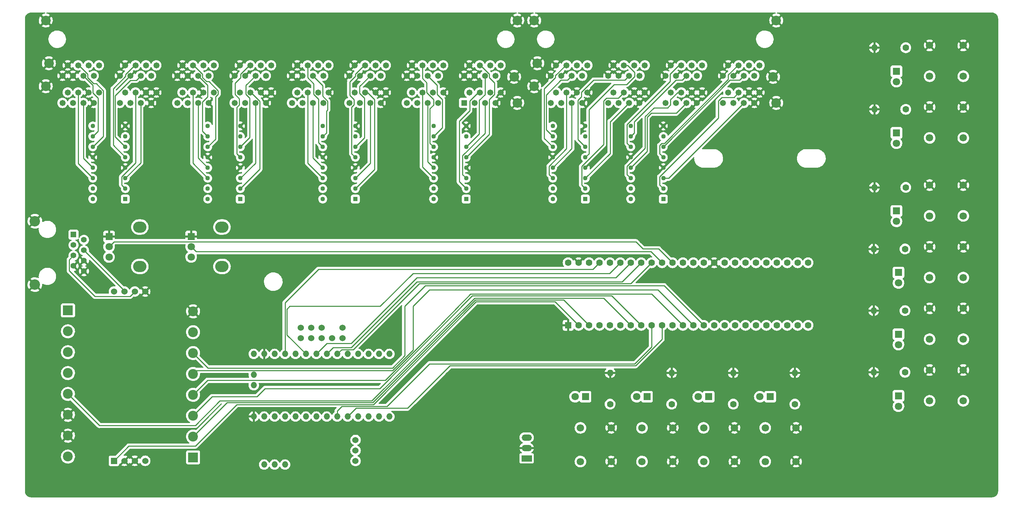
<source format=gbr>
G04 #@! TF.GenerationSoftware,KiCad,Pcbnew,(6.0.5-0)*
G04 #@! TF.CreationDate,2022-06-03T14:00:56-04:00*
G04 #@! TF.ProjectId,CentralBrain,43656e74-7261-46c4-9272-61696e2e6b69,rev?*
G04 #@! TF.SameCoordinates,Original*
G04 #@! TF.FileFunction,Copper,L3,Inr*
G04 #@! TF.FilePolarity,Positive*
%FSLAX46Y46*%
G04 Gerber Fmt 4.6, Leading zero omitted, Abs format (unit mm)*
G04 Created by KiCad (PCBNEW (6.0.5-0)) date 2022-06-03 14:00:56*
%MOMM*%
%LPD*%
G01*
G04 APERTURE LIST*
G04 #@! TA.AperFunction,ComponentPad*
%ADD10C,1.478000*%
G04 #@! TD*
G04 #@! TA.AperFunction,ComponentPad*
%ADD11C,2.355000*%
G04 #@! TD*
G04 #@! TA.AperFunction,ComponentPad*
%ADD12C,1.803400*%
G04 #@! TD*
G04 #@! TA.AperFunction,ComponentPad*
%ADD13C,1.524000*%
G04 #@! TD*
G04 #@! TA.AperFunction,ComponentPad*
%ADD14O,1.524000X1.524000*%
G04 #@! TD*
G04 #@! TA.AperFunction,ComponentPad*
%ADD15C,1.600000*%
G04 #@! TD*
G04 #@! TA.AperFunction,ComponentPad*
%ADD16O,1.600000X1.600000*%
G04 #@! TD*
G04 #@! TA.AperFunction,ComponentPad*
%ADD17R,1.130000X1.130000*%
G04 #@! TD*
G04 #@! TA.AperFunction,ComponentPad*
%ADD18C,1.130000*%
G04 #@! TD*
G04 #@! TA.AperFunction,ComponentPad*
%ADD19R,2.500000X1.500000*%
G04 #@! TD*
G04 #@! TA.AperFunction,ComponentPad*
%ADD20O,2.500000X1.500000*%
G04 #@! TD*
G04 #@! TA.AperFunction,ComponentPad*
%ADD21R,1.800000X1.800000*%
G04 #@! TD*
G04 #@! TA.AperFunction,ComponentPad*
%ADD22C,1.800000*%
G04 #@! TD*
G04 #@! TA.AperFunction,ComponentPad*
%ADD23O,3.240000X2.720000*%
G04 #@! TD*
G04 #@! TA.AperFunction,ComponentPad*
%ADD24R,1.530000X1.530000*%
G04 #@! TD*
G04 #@! TA.AperFunction,ComponentPad*
%ADD25C,1.530000*%
G04 #@! TD*
G04 #@! TA.AperFunction,ComponentPad*
%ADD26R,1.600000X1.600000*%
G04 #@! TD*
G04 #@! TA.AperFunction,ComponentPad*
%ADD27R,1.408000X1.408000*%
G04 #@! TD*
G04 #@! TA.AperFunction,ComponentPad*
%ADD28C,1.408000*%
G04 #@! TD*
G04 #@! TA.AperFunction,ComponentPad*
%ADD29C,2.550000*%
G04 #@! TD*
G04 #@! TA.AperFunction,ComponentPad*
%ADD30R,2.400000X2.400000*%
G04 #@! TD*
G04 #@! TA.AperFunction,ComponentPad*
%ADD31C,2.400000*%
G04 #@! TD*
G04 #@! TA.AperFunction,ComponentPad*
%ADD32R,1.478000X1.478000*%
G04 #@! TD*
G04 #@! TA.AperFunction,Conductor*
%ADD33C,0.250000*%
G04 #@! TD*
G04 APERTURE END LIST*
D10*
G04 #@! TO.N,GND*
G04 #@! TO.C,J6*
X197400000Y-46954000D03*
X196130000Y-49494000D03*
X194860000Y-46954000D03*
G04 #@! TO.N,/B-16*
X193590000Y-49494000D03*
G04 #@! TO.N,/A-16*
X192320000Y-46954000D03*
G04 #@! TO.N,/12V_10*
X191050000Y-49494000D03*
X189780000Y-46954000D03*
X188510000Y-49494000D03*
G04 #@! TO.N,GND*
X183430000Y-46954000D03*
X182160000Y-49494000D03*
X180890000Y-46954000D03*
G04 #@! TO.N,/B-19*
X179620000Y-49494000D03*
G04 #@! TO.N,/A-19*
X178350000Y-46954000D03*
G04 #@! TO.N,/12V_09*
X177080000Y-49494000D03*
X175810000Y-46954000D03*
X174540000Y-49494000D03*
G04 #@! TO.N,GND*
X169460000Y-46954000D03*
X168190000Y-49494000D03*
X166920000Y-46954000D03*
G04 #@! TO.N,/B-20*
X165650000Y-49494000D03*
G04 #@! TO.N,/A-20*
X164380000Y-46954000D03*
G04 #@! TO.N,/12V_08*
X163110000Y-49494000D03*
X161840000Y-46954000D03*
X160570000Y-49494000D03*
G04 #@! TO.N,GND*
X155490000Y-46954000D03*
X154220000Y-49494000D03*
X152950000Y-46954000D03*
G04 #@! TO.N,/B-23*
X151680000Y-49494000D03*
G04 #@! TO.N,/A-23*
X150410000Y-46954000D03*
G04 #@! TO.N,/12V_07*
X149140000Y-49494000D03*
X147870000Y-46954000D03*
X146600000Y-49494000D03*
G04 #@! TO.N,/12V_10*
X197400000Y-40350000D03*
X196130000Y-42890000D03*
X194860000Y-40350000D03*
G04 #@! TO.N,/A-17*
X193590000Y-42890000D03*
G04 #@! TO.N,/B-17*
X192320000Y-40350000D03*
G04 #@! TO.N,GND*
X191050000Y-42890000D03*
X189780000Y-40350000D03*
X188510000Y-42890000D03*
G04 #@! TO.N,/12V_09*
X183430000Y-40350000D03*
X182160000Y-42890000D03*
X180890000Y-40350000D03*
G04 #@! TO.N,/A-18*
X179620000Y-42890000D03*
G04 #@! TO.N,/B-18*
X178350000Y-40350000D03*
G04 #@! TO.N,GND*
X177080000Y-42890000D03*
X175810000Y-40350000D03*
X174540000Y-42890000D03*
G04 #@! TO.N,/12V_08*
X169460000Y-40350000D03*
X168190000Y-42890000D03*
X166920000Y-40350000D03*
G04 #@! TO.N,/A-21*
X165650000Y-42890000D03*
G04 #@! TO.N,/B-21*
X164380000Y-40350000D03*
G04 #@! TO.N,GND*
X163110000Y-42890000D03*
X161840000Y-40350000D03*
X160570000Y-42890000D03*
G04 #@! TO.N,/12V_07*
X155490000Y-40350000D03*
X154220000Y-42890000D03*
X152950000Y-40350000D03*
G04 #@! TO.N,/A-22*
X151680000Y-42890000D03*
G04 #@! TO.N,/B-22*
X150410000Y-40350000D03*
G04 #@! TO.N,GND*
X149140000Y-42890000D03*
X147870000Y-40350000D03*
X146600000Y-42890000D03*
D11*
X201464000Y-29428000D03*
X142536000Y-29428000D03*
X201464000Y-49494000D03*
X200702000Y-43144000D03*
X142536000Y-45430000D03*
X143298000Y-39842000D03*
G04 #@! TD*
D12*
G04 #@! TO.N,/12V_09*
G04 #@! TO.C,J3*
X238806800Y-57999993D03*
X247006799Y-57999993D03*
G04 #@! TO.N,GND*
X238806800Y-50499993D03*
X247006799Y-50499993D03*
G04 #@! TO.N,/12V_10*
X238806800Y-42999992D03*
X247006799Y-42999992D03*
G04 #@! TO.N,GND*
X238806800Y-35499992D03*
X247006799Y-35499992D03*
G04 #@! TD*
G04 #@! TO.N,+12V*
G04 #@! TO.C,J1*
X153776999Y-128581800D03*
X153776999Y-136781799D03*
G04 #@! TO.N,GND*
X161276999Y-128581800D03*
X161276999Y-136781799D03*
G04 #@! TO.N,/12V_02*
X168776999Y-128581800D03*
X168776999Y-136781799D03*
G04 #@! TO.N,GND*
X176276999Y-128581800D03*
X176276999Y-136781799D03*
G04 #@! TO.N,/12V_03*
X183777000Y-128581800D03*
X183777000Y-136781799D03*
G04 #@! TO.N,GND*
X191277000Y-128581800D03*
X191277000Y-136781799D03*
G04 #@! TO.N,/12V_04*
X198777000Y-128581800D03*
X198777000Y-136781799D03*
G04 #@! TO.N,GND*
X206277000Y-128581800D03*
X206277000Y-136781799D03*
G04 #@! TD*
G04 #@! TO.N,/12V_05*
G04 #@! TO.C,J2*
X238806800Y-121999993D03*
X247006799Y-121999993D03*
G04 #@! TO.N,GND*
X238806800Y-114499993D03*
X247006799Y-114499993D03*
G04 #@! TO.N,/12V_06*
X238806800Y-106999993D03*
X247006799Y-106999993D03*
G04 #@! TO.N,GND*
X238806800Y-99499993D03*
X247006799Y-99499993D03*
G04 #@! TO.N,/12V_07*
X238806800Y-91999992D03*
X247006799Y-91999992D03*
G04 #@! TO.N,GND*
X238806800Y-84499992D03*
X247006799Y-84499992D03*
G04 #@! TO.N,/12V_08*
X238806800Y-76999992D03*
X247006799Y-76999992D03*
G04 #@! TO.N,GND*
X238806800Y-69499992D03*
X247006799Y-69499992D03*
G04 #@! TD*
D13*
G04 #@! TO.N,*
G04 #@! TO.C,U5*
X95822701Y-104236000D03*
X90742701Y-104236000D03*
D14*
G04 #@! TO.N,GND*
X74232701Y-125826000D03*
G04 #@! TO.N,unconnected-(U5-Pad2)*
X76772701Y-125826000D03*
G04 #@! TO.N,unconnected-(U5-Pad3)*
X79312701Y-125826000D03*
G04 #@! TO.N,unconnected-(U5-Pad4)*
X81852701Y-125826000D03*
G04 #@! TO.N,unconnected-(U5-Pad5)*
X84392701Y-125826000D03*
G04 #@! TO.N,unconnected-(U5-Pad6)*
X86932701Y-125826000D03*
G04 #@! TO.N,unconnected-(U5-Pad7)*
X89472701Y-125826000D03*
G04 #@! TO.N,unconnected-(U5-Pad8)*
X92012701Y-125826000D03*
G04 #@! TO.N,/AUDIO_DIN*
X94552701Y-125826000D03*
G04 #@! TO.N,/AUDIO_DOUT*
X97092701Y-125826000D03*
G04 #@! TO.N,unconnected-(U5-Pad11)*
X99632701Y-125826000D03*
G04 #@! TO.N,unconnected-(U5-Pad12)*
X102172701Y-125826000D03*
G04 #@! TO.N,unconnected-(U5-Pad13)*
X104712701Y-125826000D03*
G04 #@! TO.N,unconnected-(U5-Pad14)*
X107252701Y-125826000D03*
G04 #@! TO.N,unconnected-(U5-Pad15)*
X74232701Y-115666000D03*
G04 #@! TO.N,unconnected-(U5-Pad16)*
X74232701Y-118206000D03*
G04 #@! TO.N,unconnected-(U5-Pad17)*
X107252701Y-110586000D03*
G04 #@! TO.N,unconnected-(U5-Pad18)*
X104712701Y-110586000D03*
G04 #@! TO.N,unconnected-(U5-Pad19)*
X102172701Y-110586000D03*
G04 #@! TO.N,unconnected-(U5-Pad20)*
X99632701Y-110586000D03*
G04 #@! TO.N,unconnected-(U5-Pad21)*
X97092701Y-110586000D03*
G04 #@! TO.N,/AUDIO_SDA*
X94552701Y-110586000D03*
G04 #@! TO.N,/AUDIO_SCL*
X92012701Y-110586000D03*
G04 #@! TO.N,/AUDIO_LRCLK*
X89472701Y-110586000D03*
G04 #@! TO.N,/AUDIO_BCLK*
X86932701Y-110586000D03*
G04 #@! TO.N,unconnected-(U5-Pad26)*
X84392701Y-110586000D03*
G04 #@! TO.N,/AUDIO_MCLK*
X81852701Y-110586000D03*
G04 #@! TO.N,+3V3*
X79312701Y-110586000D03*
G04 #@! TO.N,GND*
X76772701Y-110586000D03*
G04 #@! TO.N,unconnected-(U5-Pad30)*
X74232701Y-110586000D03*
D13*
G04 #@! TO.N,unconnected-(U5-Pad31)*
X95822701Y-106776000D03*
G04 #@! TO.N,unconnected-(U5-Pad32)*
X93282701Y-106776000D03*
G04 #@! TO.N,unconnected-(U5-Pad33)*
X90742701Y-106776000D03*
G04 #@! TO.N,/AUDIO_LINE_IN_R*
X88202701Y-106776000D03*
G04 #@! TO.N,/AUDIO_LINE_IN_L*
X85662701Y-106776000D03*
G04 #@! TO.N,/AUDIO_LINE_IN_GND*
X88202701Y-104236000D03*
X85662701Y-104236000D03*
G04 #@! TO.N,unconnected-(U5-Pad38)*
X99023101Y-131518140D03*
G04 #@! TO.N,unconnected-(U5-Pad39)*
X99023101Y-134098780D03*
G04 #@! TO.N,unconnected-(U5-Pad40)*
X99023101Y-136636240D03*
D14*
G04 #@! TO.N,unconnected-(U5-Pad41)*
X81852701Y-137510000D03*
G04 #@! TO.N,unconnected-(U5-Pad42)*
X79312701Y-137510000D03*
G04 #@! TO.N,unconnected-(U5-Pad43)*
X76772701Y-137510000D03*
G04 #@! TD*
D15*
G04 #@! TO.N,Net-(D7-Pad1)*
G04 #@! TO.C,R7*
X232810000Y-85051992D03*
D16*
G04 #@! TO.N,GND*
X225190000Y-85051992D03*
G04 #@! TD*
D15*
G04 #@! TO.N,Net-(D4-Pad1)*
G04 #@! TO.C,R4*
X206000000Y-122810000D03*
D16*
G04 #@! TO.N,GND*
X206000000Y-115190000D03*
G04 #@! TD*
D15*
G04 #@! TO.N,Net-(D2-Pad1)*
G04 #@! TO.C,R2*
X176000000Y-122810000D03*
D16*
G04 #@! TO.N,GND*
X176000000Y-115190000D03*
G04 #@! TD*
D15*
G04 #@! TO.N,Net-(D1-Pad1)*
G04 #@! TO.C,R1*
X161000000Y-122810000D03*
D16*
G04 #@! TO.N,GND*
X161000000Y-115190000D03*
G04 #@! TD*
D17*
G04 #@! TO.N,/LED-04*
G04 #@! TO.C,U7*
X70970000Y-72890000D03*
D18*
G04 #@! TO.N,/A-04*
X70970000Y-70350000D03*
G04 #@! TO.N,/B-04*
X70970000Y-67810000D03*
G04 #@! TO.N,GND*
X70970000Y-65270000D03*
G04 #@! TO.N,/B-05*
X70970000Y-62730000D03*
G04 #@! TO.N,/A-05*
X70970000Y-60190000D03*
G04 #@! TO.N,/LED-05*
X70970000Y-57650000D03*
G04 #@! TO.N,GND*
X70970000Y-55110000D03*
G04 #@! TO.N,/LED-06*
X63030000Y-55110000D03*
G04 #@! TO.N,/A-06*
X63030000Y-57650000D03*
G04 #@! TO.N,/B-06*
X63030000Y-60190000D03*
G04 #@! TO.N,GND*
X63030000Y-62730000D03*
G04 #@! TO.N,/B-07*
X63030000Y-65270000D03*
G04 #@! TO.N,/A-07*
X63030000Y-67810000D03*
G04 #@! TO.N,/LED-07*
X63030000Y-70350000D03*
G04 #@! TO.N,+5V*
X63030000Y-72890000D03*
G04 #@! TD*
D19*
G04 #@! TO.N,+12V*
G04 #@! TO.C,U4*
X140682500Y-136000000D03*
D20*
G04 #@! TO.N,GND*
X140682500Y-133460000D03*
G04 #@! TO.N,+5V*
X140682500Y-130920000D03*
G04 #@! TD*
D17*
G04 #@! TO.N,/LED-20*
G04 #@! TO.C,U11*
X154970000Y-72890000D03*
D18*
G04 #@! TO.N,/A-20*
X154970000Y-70350000D03*
G04 #@! TO.N,/B-20*
X154970000Y-67810000D03*
G04 #@! TO.N,GND*
X154970000Y-65270000D03*
G04 #@! TO.N,/B-21*
X154970000Y-62730000D03*
G04 #@! TO.N,/A-21*
X154970000Y-60190000D03*
G04 #@! TO.N,/LED-21*
X154970000Y-57650000D03*
G04 #@! TO.N,GND*
X154970000Y-55110000D03*
G04 #@! TO.N,/LED-22*
X147030000Y-55110000D03*
G04 #@! TO.N,/A-22*
X147030000Y-57650000D03*
G04 #@! TO.N,/B-22*
X147030000Y-60190000D03*
G04 #@! TO.N,GND*
X147030000Y-62730000D03*
G04 #@! TO.N,/B-23*
X147030000Y-65270000D03*
G04 #@! TO.N,/A-23*
X147030000Y-67810000D03*
G04 #@! TO.N,/LED-23*
X147030000Y-70350000D03*
G04 #@! TO.N,+5V*
X147030000Y-72890000D03*
G04 #@! TD*
D21*
G04 #@! TO.N,Net-(D7-Pad1)*
G04 #@! TO.C,D7*
X231225000Y-90776992D03*
D22*
G04 #@! TO.N,/12V_07*
X231225000Y-93316992D03*
G04 #@! TD*
D15*
G04 #@! TO.N,Net-(D9-Pad1)*
G04 #@! TO.C,R9*
X233000000Y-51051992D03*
D16*
G04 #@! TO.N,GND*
X225380000Y-51051992D03*
G04 #@! TD*
D17*
G04 #@! TO.N,/LED-08*
G04 #@! TO.C,U8*
X125970000Y-72890000D03*
D18*
G04 #@! TO.N,/A-08*
X125970000Y-70350000D03*
G04 #@! TO.N,/B-08*
X125970000Y-67810000D03*
G04 #@! TO.N,GND*
X125970000Y-65270000D03*
G04 #@! TO.N,/B-09*
X125970000Y-62730000D03*
G04 #@! TO.N,/A-09*
X125970000Y-60190000D03*
G04 #@! TO.N,/LED-09*
X125970000Y-57650000D03*
G04 #@! TO.N,GND*
X125970000Y-55110000D03*
G04 #@! TO.N,/LED-10*
X118030000Y-55110000D03*
G04 #@! TO.N,/A-10*
X118030000Y-57650000D03*
G04 #@! TO.N,/B-10*
X118030000Y-60190000D03*
G04 #@! TO.N,GND*
X118030000Y-62730000D03*
G04 #@! TO.N,/B-11*
X118030000Y-65270000D03*
G04 #@! TO.N,/A-11*
X118030000Y-67810000D03*
G04 #@! TO.N,/LED-11*
X118030000Y-70350000D03*
G04 #@! TO.N,+5V*
X118030000Y-72890000D03*
G04 #@! TD*
D21*
G04 #@! TO.N,Net-(D3-Pad1)*
G04 #@! TO.C,D3*
X185000000Y-121000000D03*
D22*
G04 #@! TO.N,/12V_03*
X182460000Y-121000000D03*
G04 #@! TD*
D21*
G04 #@! TO.N,Net-(D8-Pad1)*
G04 #@! TO.C,D8*
X230725000Y-75776992D03*
D22*
G04 #@! TO.N,/12V_08*
X230725000Y-78316992D03*
G04 #@! TD*
D17*
G04 #@! TO.N,/LED-12*
G04 #@! TO.C,U9*
X42970000Y-72890000D03*
D18*
G04 #@! TO.N,/A-12*
X42970000Y-70350000D03*
G04 #@! TO.N,/B-12*
X42970000Y-67810000D03*
G04 #@! TO.N,GND*
X42970000Y-65270000D03*
G04 #@! TO.N,/B-13*
X42970000Y-62730000D03*
G04 #@! TO.N,/A-13*
X42970000Y-60190000D03*
G04 #@! TO.N,/LED-13*
X42970000Y-57650000D03*
G04 #@! TO.N,GND*
X42970000Y-55110000D03*
G04 #@! TO.N,/LED-14*
X35030000Y-55110000D03*
G04 #@! TO.N,/A-14*
X35030000Y-57650000D03*
G04 #@! TO.N,/B-14*
X35030000Y-60190000D03*
G04 #@! TO.N,GND*
X35030000Y-62730000D03*
G04 #@! TO.N,/B-15*
X35030000Y-65270000D03*
G04 #@! TO.N,/A-15*
X35030000Y-67810000D03*
G04 #@! TO.N,/LED-15*
X35030000Y-70350000D03*
G04 #@! TO.N,+5V*
X35030000Y-72890000D03*
G04 #@! TD*
D15*
G04 #@! TO.N,Net-(D10-Pad1)*
G04 #@! TO.C,R10*
X233000000Y-36051992D03*
D16*
G04 #@! TO.N,GND*
X225380000Y-36051992D03*
G04 #@! TD*
D23*
G04 #@! TO.N,*
G04 #@! TO.C,RV2*
X46500000Y-89300000D03*
X46500000Y-79700000D03*
D21*
G04 #@! TO.N,GND*
X39000000Y-82000000D03*
D22*
G04 #@! TO.N,/POT_WHIPS*
X39000000Y-84500000D03*
G04 #@! TO.N,+3V3*
X39000000Y-87000000D03*
G04 #@! TD*
D24*
G04 #@! TO.N,/RX_KEYPAD*
G04 #@! TO.C,U1*
X40190000Y-136600000D03*
D25*
G04 #@! TO.N,GND*
X42730000Y-136600000D03*
X45270000Y-136600000D03*
G04 #@! TO.N,unconnected-(U1-Pad4)*
X47810000Y-136600000D03*
G04 #@! TO.N,GND*
X47810000Y-95380000D03*
G04 #@! TO.N,Net-(J7-Pad5)*
X45270000Y-95380000D03*
G04 #@! TO.N,Net-(J7-Pad4)*
X42730000Y-95380000D03*
G04 #@! TO.N,+3V3*
X40190000Y-95380000D03*
G04 #@! TD*
D21*
G04 #@! TO.N,Net-(D9-Pad1)*
G04 #@! TO.C,D9*
X230725000Y-56776992D03*
D22*
G04 #@! TO.N,/12V_09*
X230725000Y-59316992D03*
G04 #@! TD*
D15*
G04 #@! TO.N,Net-(D8-Pad1)*
G04 #@! TO.C,R8*
X233000000Y-70051992D03*
D16*
G04 #@! TO.N,GND*
X225380000Y-70051992D03*
G04 #@! TD*
D21*
G04 #@! TO.N,Net-(D10-Pad1)*
G04 #@! TO.C,D10*
X230725000Y-41776992D03*
D22*
G04 #@! TO.N,/12V_10*
X230725000Y-44316992D03*
G04 #@! TD*
D26*
G04 #@! TO.N,GND*
G04 #@! TO.C,U3*
X150790000Y-103620000D03*
D15*
G04 #@! TO.N,/RX_KEYPAD*
X153330000Y-103620000D03*
G04 #@! TO.N,/PIN_1*
X155870000Y-103620000D03*
G04 #@! TO.N,/LED-16*
X158410000Y-103620000D03*
G04 #@! TO.N,/LED-17*
X160950000Y-103620000D03*
G04 #@! TO.N,/LED-18*
X163490000Y-103620000D03*
G04 #@! TO.N,/PHONE_JACK_SW*
X166030000Y-103620000D03*
G04 #@! TO.N,/PIN_6*
X168570000Y-103620000D03*
G04 #@! TO.N,/AUDIO_DIN*
X171110000Y-103620000D03*
G04 #@! TO.N,/AUDIO_DOUT*
X173650000Y-103620000D03*
G04 #@! TO.N,/LED-19*
X176190000Y-103620000D03*
G04 #@! TO.N,/PIN_10*
X178730000Y-103620000D03*
G04 #@! TO.N,/PIN_11*
X181270000Y-103620000D03*
G04 #@! TO.N,/PIN_12*
X183810000Y-103620000D03*
G04 #@! TO.N,unconnected-(U3-Pad15)*
X186350000Y-103620000D03*
G04 #@! TO.N,/LED-20*
X188890000Y-103620000D03*
G04 #@! TO.N,/LED-21*
X191430000Y-103620000D03*
G04 #@! TO.N,/LED-22*
X193970000Y-103620000D03*
G04 #@! TO.N,/LED-23*
X196510000Y-103620000D03*
G04 #@! TO.N,/LED-08*
X199050000Y-103620000D03*
G04 #@! TO.N,/LED-09*
X201590000Y-103620000D03*
G04 #@! TO.N,/LED-10*
X204130000Y-103620000D03*
G04 #@! TO.N,/LED-11*
X206670000Y-103620000D03*
G04 #@! TO.N,/LED-00*
X209210000Y-103620000D03*
G04 #@! TO.N,/LED-01*
X209210000Y-88380000D03*
G04 #@! TO.N,/LED-02*
X206670000Y-88380000D03*
G04 #@! TO.N,/LED-03*
X204130000Y-88380000D03*
G04 #@! TO.N,/LED-04*
X201590000Y-88380000D03*
G04 #@! TO.N,/LED-05*
X199050000Y-88380000D03*
G04 #@! TO.N,/LED-06*
X196510000Y-88380000D03*
G04 #@! TO.N,/LED-07*
X193970000Y-88380000D03*
G04 #@! TO.N,/LED-12*
X191430000Y-88380000D03*
G04 #@! TO.N,/LED-13*
X188890000Y-88380000D03*
G04 #@! TO.N,GND*
X186350000Y-88380000D03*
G04 #@! TO.N,unconnected-(U3-Pad35)*
X183810000Y-88380000D03*
G04 #@! TO.N,/LED-14*
X181270000Y-88380000D03*
G04 #@! TO.N,/PIN_15*
X178730000Y-88380000D03*
G04 #@! TO.N,/POT_WHIPS*
X176190000Y-88380000D03*
G04 #@! TO.N,/POT_ANTENNA*
X173650000Y-88380000D03*
G04 #@! TO.N,/AUDIO_SDA*
X171110000Y-88380000D03*
G04 #@! TO.N,/AUDIO_SCL*
X168570000Y-88380000D03*
G04 #@! TO.N,/AUDIO_LRCLK*
X166030000Y-88380000D03*
G04 #@! TO.N,/AUDIO_BCLK*
X163490000Y-88380000D03*
G04 #@! TO.N,/LED-15*
X160950000Y-88380000D03*
G04 #@! TO.N,/AUDIO_MCLK*
X158410000Y-88380000D03*
G04 #@! TO.N,+3V3*
X155870000Y-88380000D03*
G04 #@! TO.N,GND*
X153330000Y-88380000D03*
G04 #@! TO.N,+5V*
X150790000Y-88380000D03*
G04 #@! TD*
D21*
G04 #@! TO.N,Net-(D4-Pad1)*
G04 #@! TO.C,D4*
X200000000Y-121000000D03*
D22*
G04 #@! TO.N,/12V_04*
X197460000Y-121000000D03*
G04 #@! TD*
D17*
G04 #@! TO.N,/LED-16*
G04 #@! TO.C,U10*
X173970000Y-72890000D03*
D18*
G04 #@! TO.N,/A-16*
X173970000Y-70350000D03*
G04 #@! TO.N,/B-16*
X173970000Y-67810000D03*
G04 #@! TO.N,GND*
X173970000Y-65270000D03*
G04 #@! TO.N,/B-17*
X173970000Y-62730000D03*
G04 #@! TO.N,/A-17*
X173970000Y-60190000D03*
G04 #@! TO.N,/LED-17*
X173970000Y-57650000D03*
G04 #@! TO.N,GND*
X173970000Y-55110000D03*
G04 #@! TO.N,/LED-18*
X166030000Y-55110000D03*
G04 #@! TO.N,/A-18*
X166030000Y-57650000D03*
G04 #@! TO.N,/B-18*
X166030000Y-60190000D03*
G04 #@! TO.N,GND*
X166030000Y-62730000D03*
G04 #@! TO.N,/B-19*
X166030000Y-65270000D03*
G04 #@! TO.N,/A-19*
X166030000Y-67810000D03*
G04 #@! TO.N,/LED-19*
X166030000Y-70350000D03*
G04 #@! TO.N,+5V*
X166030000Y-72890000D03*
G04 #@! TD*
D21*
G04 #@! TO.N,Net-(D1-Pad1)*
G04 #@! TO.C,D1*
X155000000Y-121000000D03*
D22*
G04 #@! TO.N,+12V*
X152460000Y-121000000D03*
G04 #@! TD*
D21*
G04 #@! TO.N,Net-(D5-Pad1)*
G04 #@! TO.C,D5*
X231225000Y-120776992D03*
D22*
G04 #@! TO.N,/12V_05*
X231225000Y-123316992D03*
G04 #@! TD*
D27*
G04 #@! TO.N,+12V*
G04 #@! TO.C,J7*
X30350000Y-81555000D03*
D28*
X32890000Y-82825000D03*
X30350000Y-84095000D03*
G04 #@! TO.N,Net-(J7-Pad4)*
X32890000Y-85365000D03*
G04 #@! TO.N,Net-(J7-Pad5)*
X30350000Y-86635000D03*
G04 #@! TO.N,GND*
X32890000Y-87905000D03*
X30350000Y-89175000D03*
X32890000Y-90445000D03*
D29*
X20950000Y-78285000D03*
X20950000Y-93715000D03*
G04 #@! TD*
D23*
G04 #@! TO.N,*
G04 #@! TO.C,RV1*
X66500000Y-79700000D03*
X66500000Y-89300000D03*
D21*
G04 #@! TO.N,GND*
X59000000Y-82000000D03*
D22*
G04 #@! TO.N,/POT_ANTENNA*
X59000000Y-84500000D03*
G04 #@! TO.N,+3V3*
X59000000Y-87000000D03*
G04 #@! TD*
D30*
G04 #@! TO.N,+5V*
G04 #@! TO.C,J4*
X59462500Y-135780000D03*
D31*
G04 #@! TO.N,/PIN_1*
X59462500Y-130700000D03*
G04 #@! TO.N,/PIN_6*
X59462500Y-125620000D03*
G04 #@! TO.N,/PIN_10*
X59462500Y-120540000D03*
G04 #@! TO.N,/PIN_11*
X59462500Y-115460000D03*
G04 #@! TO.N,/PIN_12*
X59462500Y-110380000D03*
G04 #@! TO.N,/PIN_15*
X59462500Y-105300000D03*
G04 #@! TO.N,GND*
X59462500Y-100220000D03*
G04 #@! TD*
D15*
G04 #@! TO.N,Net-(D3-Pad1)*
G04 #@! TO.C,R3*
X191000000Y-122810000D03*
D16*
G04 #@! TO.N,GND*
X191000000Y-115190000D03*
G04 #@! TD*
D30*
G04 #@! TO.N,+3V3*
G04 #@! TO.C,J8*
X29000000Y-100000000D03*
D31*
G04 #@! TO.N,/AUDIO_LINE_IN_GND*
X29000000Y-105080000D03*
G04 #@! TO.N,/AUDIO_LINE_IN_L*
X29000000Y-110160000D03*
G04 #@! TO.N,/AUDIO_LINE_IN_R*
X29000000Y-115240000D03*
G04 #@! TO.N,/PHONE_JACK_SW*
X29000000Y-120320000D03*
G04 #@! TO.N,GND*
X29000000Y-125400000D03*
X29000000Y-130480000D03*
G04 #@! TO.N,+5V*
X29000000Y-135560000D03*
G04 #@! TD*
D21*
G04 #@! TO.N,Net-(D6-Pad1)*
G04 #@! TO.C,D6*
X231225000Y-105776992D03*
D22*
G04 #@! TO.N,/12V_06*
X231225000Y-108316992D03*
G04 #@! TD*
D15*
G04 #@! TO.N,Net-(D6-Pad1)*
G04 #@! TO.C,R6*
X232810000Y-100051992D03*
D16*
G04 #@! TO.N,GND*
X225190000Y-100051992D03*
G04 #@! TD*
D15*
G04 #@! TO.N,Net-(D5-Pad1)*
G04 #@! TO.C,R5*
X232810000Y-115051992D03*
D16*
G04 #@! TO.N,GND*
X225190000Y-115051992D03*
G04 #@! TD*
D17*
G04 #@! TO.N,/LED-00*
G04 #@! TO.C,U6*
X98970000Y-72890000D03*
D18*
G04 #@! TO.N,/A-00*
X98970000Y-70350000D03*
G04 #@! TO.N,/B-00*
X98970000Y-67810000D03*
G04 #@! TO.N,GND*
X98970000Y-65270000D03*
G04 #@! TO.N,/B-01*
X98970000Y-62730000D03*
G04 #@! TO.N,/A-01*
X98970000Y-60190000D03*
G04 #@! TO.N,/LED-01*
X98970000Y-57650000D03*
G04 #@! TO.N,GND*
X98970000Y-55110000D03*
G04 #@! TO.N,/LED-02*
X91030000Y-55110000D03*
G04 #@! TO.N,/A-02*
X91030000Y-57650000D03*
G04 #@! TO.N,/B-02*
X91030000Y-60190000D03*
G04 #@! TO.N,GND*
X91030000Y-62730000D03*
G04 #@! TO.N,/B-03*
X91030000Y-65270000D03*
G04 #@! TO.N,/A-03*
X91030000Y-67810000D03*
G04 #@! TO.N,/LED-03*
X91030000Y-70350000D03*
G04 #@! TO.N,+5V*
X91030000Y-72890000D03*
G04 #@! TD*
D21*
G04 #@! TO.N,Net-(D2-Pad1)*
G04 #@! TO.C,D2*
X170000000Y-121000000D03*
D22*
G04 #@! TO.N,/12V_02*
X167460000Y-121000000D03*
G04 #@! TD*
D32*
G04 #@! TO.N,/12V_06*
G04 #@! TO.C,J5*
X125450000Y-49490000D03*
D10*
X126720000Y-46950000D03*
X127990000Y-49490000D03*
G04 #@! TO.N,/A-08*
X129260000Y-46950000D03*
G04 #@! TO.N,/B-08*
X130530000Y-49490000D03*
G04 #@! TO.N,GND*
X131800000Y-46950000D03*
X133070000Y-49490000D03*
X134340000Y-46950000D03*
G04 #@! TO.N,/12V_05*
X111480000Y-49490000D03*
X112750000Y-46950000D03*
X114020000Y-49490000D03*
G04 #@! TO.N,/A-11*
X115290000Y-46950000D03*
G04 #@! TO.N,/B-11*
X116560000Y-49490000D03*
G04 #@! TO.N,GND*
X117830000Y-46950000D03*
X119100000Y-49490000D03*
X120370000Y-46950000D03*
G04 #@! TO.N,/12V_04*
X97510000Y-49490000D03*
X98780000Y-46950000D03*
X100050000Y-49490000D03*
G04 #@! TO.N,/A-00*
X101320000Y-46950000D03*
G04 #@! TO.N,/B-00*
X102590000Y-49490000D03*
G04 #@! TO.N,GND*
X103860000Y-46950000D03*
X105130000Y-49490000D03*
X106400000Y-46950000D03*
G04 #@! TO.N,/12V_03*
X83540000Y-49490000D03*
X84810000Y-46950000D03*
X86080000Y-49490000D03*
G04 #@! TO.N,/A-03*
X87350000Y-46950000D03*
G04 #@! TO.N,/B-03*
X88620000Y-49490000D03*
G04 #@! TO.N,GND*
X89890000Y-46950000D03*
X91160000Y-49490000D03*
X92430000Y-46950000D03*
G04 #@! TO.N,/12V_03*
X69570000Y-49490000D03*
X70840000Y-46950000D03*
X72110000Y-49490000D03*
G04 #@! TO.N,/A-04*
X73380000Y-46950000D03*
G04 #@! TO.N,/B-04*
X74650000Y-49490000D03*
G04 #@! TO.N,GND*
X75920000Y-46950000D03*
X77190000Y-49490000D03*
X78460000Y-46950000D03*
G04 #@! TO.N,/12V_02*
X55600000Y-49490000D03*
X56870000Y-46950000D03*
X58140000Y-49490000D03*
G04 #@! TO.N,/A-07*
X59410000Y-46950000D03*
G04 #@! TO.N,/B-07*
X60680000Y-49490000D03*
G04 #@! TO.N,GND*
X61950000Y-46950000D03*
X63220000Y-49490000D03*
X64490000Y-46950000D03*
G04 #@! TO.N,+12V*
X41630000Y-49490000D03*
X42900000Y-46950000D03*
X44170000Y-49490000D03*
G04 #@! TO.N,/A-12*
X45440000Y-46950000D03*
G04 #@! TO.N,/B-12*
X46710000Y-49490000D03*
G04 #@! TO.N,GND*
X47980000Y-46950000D03*
X49250000Y-49490000D03*
X50520000Y-46950000D03*
G04 #@! TO.N,+12V*
X27660000Y-49490000D03*
X28930000Y-46950000D03*
X30200000Y-49490000D03*
G04 #@! TO.N,/A-15*
X31470000Y-46950000D03*
G04 #@! TO.N,/B-15*
X32740000Y-49490000D03*
G04 #@! TO.N,GND*
X34010000Y-46950000D03*
X35280000Y-49490000D03*
X36550000Y-46950000D03*
G04 #@! TO.N,/12V_06*
X134340000Y-40350000D03*
X133070000Y-42890000D03*
X131800000Y-40350000D03*
G04 #@! TO.N,/A-09*
X130530000Y-42890000D03*
G04 #@! TO.N,/B-09*
X129260000Y-40350000D03*
G04 #@! TO.N,GND*
X127990000Y-42890000D03*
X126720000Y-40350000D03*
X125450000Y-42890000D03*
G04 #@! TO.N,/12V_05*
X120370000Y-40350000D03*
X119100000Y-42890000D03*
X117830000Y-40350000D03*
G04 #@! TO.N,/A-10*
X116560000Y-42890000D03*
G04 #@! TO.N,/B-10*
X115290000Y-40350000D03*
G04 #@! TO.N,GND*
X114020000Y-42890000D03*
X112750000Y-40350000D03*
X111480000Y-42890000D03*
G04 #@! TO.N,/12V_04*
X106400000Y-40350000D03*
X105130000Y-42890000D03*
X103860000Y-40350000D03*
G04 #@! TO.N,/A-01*
X102590000Y-42890000D03*
G04 #@! TO.N,/B-01*
X101320000Y-40350000D03*
G04 #@! TO.N,GND*
X100050000Y-42890000D03*
X98780000Y-40350000D03*
X97510000Y-42890000D03*
G04 #@! TO.N,/12V_04*
X92430000Y-40350000D03*
X91160000Y-42890000D03*
X89890000Y-40350000D03*
G04 #@! TO.N,/A-02*
X88620000Y-42890000D03*
G04 #@! TO.N,/B-02*
X87350000Y-40350000D03*
G04 #@! TO.N,GND*
X86080000Y-42890000D03*
X84810000Y-40350000D03*
X83540000Y-42890000D03*
G04 #@! TO.N,/12V_03*
X78460000Y-40350000D03*
X77190000Y-42890000D03*
X75920000Y-40350000D03*
G04 #@! TO.N,/A-05*
X74650000Y-42890000D03*
G04 #@! TO.N,/B-05*
X73380000Y-40350000D03*
G04 #@! TO.N,GND*
X72110000Y-42890000D03*
X70840000Y-40350000D03*
X69570000Y-42890000D03*
G04 #@! TO.N,/12V_02*
X64490000Y-40350000D03*
X63220000Y-42890000D03*
X61950000Y-40350000D03*
G04 #@! TO.N,/A-06*
X60680000Y-42890000D03*
G04 #@! TO.N,/B-06*
X59410000Y-40350000D03*
G04 #@! TO.N,GND*
X58140000Y-42890000D03*
X56870000Y-40350000D03*
X55600000Y-42890000D03*
G04 #@! TO.N,/12V_02*
X50520000Y-40350000D03*
X49250000Y-42890000D03*
X47980000Y-40350000D03*
G04 #@! TO.N,/A-13*
X46710000Y-42890000D03*
G04 #@! TO.N,/B-13*
X45440000Y-40350000D03*
G04 #@! TO.N,GND*
X44170000Y-42890000D03*
X42900000Y-40350000D03*
X41630000Y-42890000D03*
G04 #@! TO.N,+12V*
X36550000Y-40350000D03*
X35280000Y-42890000D03*
X34010000Y-40350000D03*
G04 #@! TO.N,/A-14*
X32740000Y-42890000D03*
G04 #@! TO.N,/B-14*
X31470000Y-40350000D03*
G04 #@! TO.N,GND*
X30200000Y-42890000D03*
X28930000Y-40350000D03*
X27660000Y-42890000D03*
D11*
X138400000Y-49490000D03*
X137640000Y-43140000D03*
X138400000Y-29430000D03*
X23600000Y-45430000D03*
X24360000Y-39840000D03*
X23600000Y-29430000D03*
G04 #@! TD*
D33*
G04 #@! TO.N,/PIN_10*
X106271434Y-117000000D02*
X63002500Y-117000000D01*
X127000000Y-96000000D02*
X117000000Y-106271434D01*
X178730000Y-103620000D02*
X171110000Y-96000000D01*
X171110000Y-96000000D02*
X127000000Y-96000000D01*
X117000000Y-106271434D02*
X106271434Y-117000000D01*
X63002500Y-117000000D02*
X59462500Y-120540000D01*
G04 #@! TO.N,/PIN_11*
X60343011Y-114579489D02*
X59462500Y-115460000D01*
X113000000Y-109635717D02*
X108056228Y-114579489D01*
X181270000Y-103620000D02*
X172650000Y-95000000D01*
X172650000Y-95000000D02*
X117000000Y-95000000D01*
X113000000Y-99000000D02*
X113000000Y-109635717D01*
X117000000Y-95000000D02*
X113000000Y-99000000D01*
X108056228Y-114579489D02*
X60343011Y-114579489D01*
G04 #@! TO.N,/PIN_12*
X174190000Y-94000000D02*
X116000000Y-94000000D01*
X111000000Y-111000000D02*
X108000000Y-114000000D01*
X63082500Y-114000000D02*
X59462500Y-110380000D01*
X108000000Y-114000000D02*
X63082500Y-114000000D01*
X116000000Y-94000000D02*
X111000000Y-99000000D01*
X183810000Y-103620000D02*
X174190000Y-94000000D01*
X111000000Y-99000000D02*
X111000000Y-111000000D01*
G04 #@! TO.N,/PIN_1*
X67712980Y-122449520D02*
X59462500Y-130700000D01*
X103186197Y-122449520D02*
X67712980Y-122449520D01*
X155870000Y-103620000D02*
X149699520Y-97449520D01*
X149699520Y-97449520D02*
X128186198Y-97449520D01*
X128186198Y-97449520D02*
X103186197Y-122449520D01*
G04 #@! TO.N,/PIN_6*
X104907151Y-119000000D02*
X77000000Y-119000000D01*
X77000000Y-119000000D02*
X75000000Y-121000000D01*
X127457631Y-96449520D02*
X104907151Y-119000000D01*
X75000000Y-121000000D02*
X64082500Y-121000000D01*
X168570000Y-103620000D02*
X161399520Y-96449520D01*
X161399520Y-96449520D02*
X127457631Y-96449520D01*
X64082500Y-121000000D02*
X59462500Y-125620000D01*
G04 #@! TO.N,/A-00*
X98970000Y-70350000D02*
X103653511Y-65666489D01*
X103653511Y-48653511D02*
X101950000Y-46950000D01*
X103653511Y-65666489D02*
X103653511Y-48653511D01*
X101950000Y-46950000D02*
X101320000Y-46950000D01*
G04 #@! TO.N,/B-00*
X98970000Y-67810000D02*
X102590000Y-64190000D01*
X102590000Y-64190000D02*
X102590000Y-49490000D01*
G04 #@! TO.N,/A-01*
X100000000Y-45480000D02*
X102590000Y-42890000D01*
X101213511Y-48347544D02*
X100000000Y-47134033D01*
X101213511Y-57946489D02*
X101213511Y-48347544D01*
X98970000Y-60190000D02*
X101213511Y-57946489D01*
X100000000Y-47134033D02*
X100000000Y-45480000D01*
G04 #@! TO.N,/B-01*
X98673511Y-49971943D02*
X98673511Y-48673511D01*
X98080489Y-50564965D02*
X98673511Y-49971943D01*
X98986489Y-43000000D02*
X98986489Y-42449478D01*
X101085967Y-40350000D02*
X101320000Y-40350000D01*
X98986489Y-42449478D02*
X101085967Y-40350000D01*
X97616489Y-47616489D02*
X97616489Y-44370000D01*
X97616489Y-44370000D02*
X98986489Y-43000000D01*
X98673511Y-48673511D02*
X97616489Y-47616489D01*
X98080489Y-61840489D02*
X98080489Y-50564965D01*
X98970000Y-62730000D02*
X98080489Y-61840489D01*
G04 #@! TO.N,/A-02*
X92223511Y-51169022D02*
X92223511Y-49049478D01*
X91000000Y-45270000D02*
X88620000Y-42890000D01*
X92223511Y-49049478D02*
X91000000Y-47825967D01*
X91919511Y-51473022D02*
X92223511Y-51169022D01*
X91919511Y-56760489D02*
X91919511Y-51473022D01*
X91000000Y-47825967D02*
X91000000Y-45270000D01*
X91030000Y-57650000D02*
X91919511Y-56760489D01*
G04 #@! TO.N,/B-02*
X87350000Y-43350000D02*
X87350000Y-40350000D01*
X90013511Y-59173511D02*
X90013511Y-48577544D01*
X88826489Y-47390522D02*
X88826489Y-44826489D01*
X90013511Y-48577544D02*
X88826489Y-47390522D01*
X88826489Y-44826489D02*
X87350000Y-43350000D01*
X91030000Y-60190000D02*
X90013511Y-59173511D01*
G04 #@! TO.N,/A-03*
X87350000Y-64130000D02*
X87350000Y-46950000D01*
X91030000Y-67810000D02*
X87350000Y-64130000D01*
G04 #@! TO.N,/B-03*
X91030000Y-65270000D02*
X88620000Y-62860000D01*
X88620000Y-62860000D02*
X88620000Y-49490000D01*
G04 #@! TO.N,/A-04*
X75713511Y-65606489D02*
X75713511Y-49049478D01*
X75713511Y-49049478D02*
X73614033Y-46950000D01*
X70970000Y-70350000D02*
X75713511Y-65606489D01*
X73614033Y-46950000D02*
X73380000Y-46950000D01*
G04 #@! TO.N,/B-04*
X70970000Y-67810000D02*
X74650000Y-64130000D01*
X74650000Y-64130000D02*
X74650000Y-49490000D01*
G04 #@! TO.N,/A-05*
X73273511Y-57886489D02*
X73273511Y-48347544D01*
X73273511Y-48347544D02*
X72316489Y-47390522D01*
X70970000Y-60190000D02*
X73273511Y-57886489D01*
X72316489Y-47390522D02*
X72316489Y-45223511D01*
X72316489Y-45223511D02*
X74650000Y-42890000D01*
G04 #@! TO.N,/B-05*
X73145967Y-40350000D02*
X73380000Y-40350000D01*
X71046489Y-43330522D02*
X71046489Y-42449478D01*
X69676489Y-47431943D02*
X69676489Y-44700522D01*
X70080489Y-61840489D02*
X70080489Y-50624965D01*
X70733511Y-48488965D02*
X69676489Y-47431943D01*
X70970000Y-62730000D02*
X70080489Y-61840489D01*
X70080489Y-50624965D02*
X70733511Y-49971943D01*
X69676489Y-44700522D02*
X71046489Y-43330522D01*
X71046489Y-42449478D02*
X73145967Y-40350000D01*
X70733511Y-49971943D02*
X70733511Y-48488965D01*
G04 #@! TO.N,/A-06*
X63013511Y-45223511D02*
X60680000Y-42890000D01*
X61743511Y-56363511D02*
X61743511Y-49256489D01*
X61743511Y-49256489D02*
X63013511Y-47986489D01*
X63030000Y-57650000D02*
X61743511Y-56363511D01*
X63013511Y-47986489D02*
X63013511Y-45223511D01*
G04 #@! TO.N,/B-06*
X64930522Y-48013511D02*
X65553511Y-47390522D01*
X59644033Y-40350000D02*
X59410000Y-40350000D01*
X65553511Y-47390522D02*
X65553511Y-46509478D01*
X63030000Y-60190000D02*
X64930522Y-58289478D01*
X65553511Y-46509478D02*
X63331175Y-44287142D01*
X63331175Y-44287142D02*
X62712858Y-44287142D01*
X64930522Y-58289478D02*
X64930522Y-48013511D01*
X61743511Y-42449478D02*
X59644033Y-40350000D01*
X61743511Y-43317795D02*
X61743511Y-42449478D01*
X62712858Y-44287142D02*
X61743511Y-43317795D01*
G04 #@! TO.N,/A-07*
X63030000Y-67810000D02*
X59410000Y-64190000D01*
X59410000Y-64190000D02*
X59410000Y-46950000D01*
G04 #@! TO.N,/B-07*
X63030000Y-65270000D02*
X60680000Y-62920000D01*
X60680000Y-62920000D02*
X60680000Y-49490000D01*
G04 #@! TO.N,/A-08*
X126826489Y-51335079D02*
X126826489Y-49008057D01*
X126826489Y-49008057D02*
X128884546Y-46950000D01*
X128884546Y-46950000D02*
X129260000Y-46950000D01*
X125970000Y-70350000D02*
X124286489Y-68666489D01*
X124286489Y-68666489D02*
X124286489Y-53875079D01*
X124286489Y-53875079D02*
X126826489Y-51335079D01*
G04 #@! TO.N,/B-08*
X130530000Y-56887960D02*
X130530000Y-49490000D01*
X125080489Y-66920489D02*
X125080489Y-62337471D01*
X125080489Y-62337471D02*
X130530000Y-56887960D01*
X125970000Y-67810000D02*
X125080489Y-66920489D01*
G04 #@! TO.N,/A-09*
X130530000Y-47470000D02*
X130530000Y-42890000D01*
X129153511Y-48846489D02*
X130530000Y-47470000D01*
X125970000Y-60190000D02*
X129153511Y-57006489D01*
X129153511Y-57006489D02*
X129153511Y-48846489D01*
G04 #@! TO.N,/B-09*
X125970000Y-62730000D02*
X131593511Y-57106489D01*
X132863511Y-47390522D02*
X132863511Y-44600522D01*
X129494033Y-40350000D02*
X129260000Y-40350000D01*
X131593511Y-48660522D02*
X132863511Y-47390522D01*
X132863511Y-44600522D02*
X131593511Y-43330522D01*
X131593511Y-42449478D02*
X129494033Y-40350000D01*
X131593511Y-57106489D02*
X131593511Y-48660522D01*
X131593511Y-43330522D02*
X131593511Y-42449478D01*
G04 #@! TO.N,/A-10*
X118893511Y-47390522D02*
X118893511Y-45223511D01*
X120163511Y-55516489D02*
X120163511Y-48660522D01*
X118030000Y-57650000D02*
X120163511Y-55516489D01*
X120163511Y-48660522D02*
X118893511Y-47390522D01*
X118893511Y-45223511D02*
X116560000Y-42890000D01*
G04 #@! TO.N,/B-10*
X116353511Y-47000000D02*
X116353511Y-44600522D01*
X118000000Y-50000000D02*
X118000000Y-48646489D01*
X117140489Y-59300489D02*
X117140489Y-50859511D01*
X117140489Y-50859511D02*
X118000000Y-50000000D01*
X116353511Y-44600522D02*
X115290000Y-43537011D01*
X118000000Y-48646489D02*
X116353511Y-47000000D01*
X115290000Y-43537011D02*
X115290000Y-40350000D01*
X118030000Y-60190000D02*
X117140489Y-59300489D01*
G04 #@! TO.N,/A-11*
X115290000Y-65070000D02*
X115290000Y-46950000D01*
X118030000Y-67810000D02*
X115290000Y-65070000D01*
G04 #@! TO.N,/B-11*
X116560000Y-63800000D02*
X116560000Y-49490000D01*
X118030000Y-65270000D02*
X116560000Y-63800000D01*
G04 #@! TO.N,/A-12*
X42080489Y-67441551D02*
X45440000Y-64082040D01*
X42080489Y-69460489D02*
X42080489Y-67441551D01*
X42970000Y-70350000D02*
X42080489Y-69460489D01*
X45440000Y-64082040D02*
X45440000Y-46950000D01*
G04 #@! TO.N,/B-12*
X46710000Y-64070000D02*
X46710000Y-49490000D01*
X42970000Y-67810000D02*
X46710000Y-64070000D01*
G04 #@! TO.N,/A-13*
X42970000Y-60190000D02*
X40466489Y-57686489D01*
X45600000Y-44000000D02*
X46710000Y-42890000D01*
X44204546Y-44000000D02*
X45600000Y-44000000D01*
X40466489Y-47738057D02*
X44204546Y-44000000D01*
X40466489Y-57686489D02*
X40466489Y-47738057D01*
G04 #@! TO.N,/B-13*
X40016969Y-46007064D02*
X43000000Y-43024033D01*
X43000000Y-42555967D02*
X45205967Y-40350000D01*
X42970000Y-62730000D02*
X40016969Y-59776969D01*
X40016969Y-59776969D02*
X40016969Y-46007064D01*
X45205967Y-40350000D02*
X45440000Y-40350000D01*
X43000000Y-43024033D02*
X43000000Y-42555967D01*
G04 #@! TO.N,/A-14*
X36343511Y-56336489D02*
X36343511Y-48343511D01*
X35073511Y-47073511D02*
X35073511Y-45223511D01*
X35030000Y-57650000D02*
X36343511Y-56336489D01*
X36343511Y-48343511D02*
X35073511Y-47073511D01*
X35073511Y-45223511D02*
X32740000Y-42890000D01*
G04 #@! TO.N,/B-14*
X31704033Y-40350000D02*
X31470000Y-40350000D01*
X37613511Y-57606489D02*
X37613511Y-46509478D01*
X35030000Y-60190000D02*
X37613511Y-57606489D01*
X35878024Y-44773991D02*
X35259708Y-44773991D01*
X37613511Y-46509478D02*
X35878024Y-44773991D01*
X33803511Y-43317794D02*
X33803511Y-42449478D01*
X33803511Y-42449478D02*
X31704033Y-40350000D01*
X35259708Y-44773991D02*
X33803511Y-43317794D01*
G04 #@! TO.N,/A-15*
X35030000Y-67810000D02*
X31470000Y-64250000D01*
X31470000Y-64250000D02*
X31470000Y-46950000D01*
G04 #@! TO.N,/B-15*
X32740000Y-62980000D02*
X32740000Y-49490000D01*
X35030000Y-65270000D02*
X32740000Y-62980000D01*
G04 #@! TO.N,/PHONE_JACK_SW*
X36680000Y-128000000D02*
X29000000Y-120320000D01*
X60000000Y-128000000D02*
X36680000Y-128000000D01*
X159410000Y-97000000D02*
X128000000Y-97000000D01*
X103000000Y-122000000D02*
X66000000Y-122000000D01*
X66000000Y-122000000D02*
X60000000Y-128000000D01*
X166030000Y-103620000D02*
X159410000Y-97000000D01*
X128000000Y-97000000D02*
X103000000Y-122000000D01*
G04 #@! TO.N,/POT_ANTENNA*
X173650000Y-88380000D02*
X170945489Y-85675489D01*
X60175489Y-85675489D02*
X59000000Y-84500000D01*
X170945489Y-85675489D02*
X60175489Y-85675489D01*
G04 #@! TO.N,/POT_WHIPS*
X169000000Y-85000000D02*
X167275489Y-83275489D01*
X176190000Y-88380000D02*
X172810000Y-85000000D01*
X167275489Y-83275489D02*
X40224511Y-83275489D01*
X172810000Y-85000000D02*
X169000000Y-85000000D01*
X40224511Y-83275489D02*
X39000000Y-84500000D01*
G04 #@! TO.N,/RX_KEYPAD*
X153330000Y-103620000D02*
X147609040Y-97899040D01*
X128372396Y-97899040D02*
X103372394Y-122899040D01*
X43790000Y-133000000D02*
X40190000Y-136600000D01*
X70100960Y-122899040D02*
X60000000Y-133000000D01*
X60000000Y-133000000D02*
X43790000Y-133000000D01*
X103372394Y-122899040D02*
X70100960Y-122899040D01*
X147609040Y-97899040D02*
X128372396Y-97899040D01*
G04 #@! TO.N,/AUDIO_DOUT*
X167186198Y-113449520D02*
X173650000Y-106985718D01*
X111651440Y-123798080D02*
X122000000Y-113449520D01*
X173650000Y-106985718D02*
X173650000Y-103620000D01*
X122000000Y-113449520D02*
X167186198Y-113449520D01*
X97092701Y-125826000D02*
X99120621Y-123798080D01*
X99120621Y-123798080D02*
X111651440Y-123798080D01*
G04 #@! TO.N,/AUDIO_DIN*
X167000000Y-113000000D02*
X117000000Y-113000000D01*
X171110000Y-103620000D02*
X171110000Y-108890000D01*
X106651440Y-123348560D02*
X95651440Y-123348560D01*
X171110000Y-108890000D02*
X167000000Y-113000000D01*
X95651440Y-123348560D02*
X94552701Y-124447299D01*
X94552701Y-124447299D02*
X94552701Y-125826000D01*
X117000000Y-113000000D02*
X106651440Y-123348560D01*
G04 #@! TO.N,/AUDIO_SDA*
X95639212Y-109499489D02*
X94552701Y-110586000D01*
X114550480Y-93449520D02*
X98500511Y-109499489D01*
X166040480Y-93449520D02*
X114550480Y-93449520D01*
X98500511Y-109499489D02*
X95639212Y-109499489D01*
X171110000Y-88380000D02*
X166040480Y-93449520D01*
G04 #@! TO.N,/AUDIO_SCL*
X98000000Y-109000000D02*
X93598701Y-109000000D01*
X93598701Y-109000000D02*
X92012701Y-110586000D01*
X114000000Y-93000000D02*
X98000000Y-109000000D01*
X168570000Y-88380000D02*
X163950000Y-93000000D01*
X163950000Y-93000000D02*
X114000000Y-93000000D01*
G04 #@! TO.N,/AUDIO_LRCLK*
X98000000Y-108000000D02*
X92058701Y-108000000D01*
X92058701Y-108000000D02*
X89472701Y-110586000D01*
X114000000Y-92000000D02*
X98000000Y-108000000D01*
X162410000Y-92000000D02*
X114000000Y-92000000D01*
X166030000Y-88380000D02*
X162410000Y-92000000D01*
G04 #@! TO.N,/AUDIO_BCLK*
X105000000Y-99000000D02*
X83000000Y-99000000D01*
X82302221Y-105955520D02*
X86932701Y-110586000D01*
X83000000Y-99000000D02*
X82302221Y-99697779D01*
X163490000Y-88380000D02*
X160870000Y-91000000D01*
X82302221Y-99697779D02*
X82302221Y-105955520D01*
X113000000Y-91000000D02*
X105000000Y-99000000D01*
X160870000Y-91000000D02*
X113000000Y-91000000D01*
G04 #@! TO.N,/AUDIO_MCLK*
X81852701Y-98147299D02*
X81852701Y-110586000D01*
X90000000Y-90000000D02*
X81852701Y-98147299D01*
X158410000Y-88380000D02*
X156790000Y-90000000D01*
X156790000Y-90000000D02*
X90000000Y-90000000D01*
G04 #@! TO.N,/A-16*
X187346489Y-53175551D02*
X187346489Y-49012057D01*
X187346489Y-49012057D02*
X188241035Y-48117511D01*
X191156489Y-48117511D02*
X192320000Y-46954000D01*
X188241035Y-48117511D02*
X191156489Y-48117511D01*
X173970000Y-70350000D02*
X173080489Y-69460489D01*
X173080489Y-67441551D02*
X187346489Y-53175551D01*
X173080489Y-69460489D02*
X173080489Y-67441551D01*
G04 #@! TO.N,/B-16*
X173970000Y-67810000D02*
X175274000Y-67810000D01*
X175274000Y-67810000D02*
X193590000Y-49494000D01*
G04 #@! TO.N,/B-17*
X189762141Y-42673826D02*
X192085967Y-40350000D01*
X173970000Y-62730000D02*
X173080489Y-61840489D01*
X173601551Y-59300489D02*
X174223793Y-59300489D01*
X189762141Y-43762141D02*
X189762141Y-42673826D01*
X174223793Y-59300489D02*
X189762141Y-43762141D01*
X173080489Y-59821551D02*
X173601551Y-59300489D01*
X173080489Y-61840489D02*
X173080489Y-59821551D01*
X192085967Y-40350000D02*
X192320000Y-40350000D01*
G04 #@! TO.N,/A-17*
X190206489Y-43953511D02*
X192526489Y-43953511D01*
X192526489Y-43953511D02*
X193590000Y-42890000D01*
X173970000Y-60190000D02*
X190206489Y-43953511D01*
G04 #@! TO.N,/A-18*
X166919511Y-56760489D02*
X166919511Y-54080489D01*
X178556489Y-43953511D02*
X179620000Y-42890000D01*
X166030000Y-57650000D02*
X166919511Y-56760489D01*
X177046489Y-43953511D02*
X178556489Y-43953511D01*
X166919511Y-54080489D02*
X177046489Y-43953511D01*
G04 #@! TO.N,/B-18*
X175603511Y-44278529D02*
X165140489Y-54741551D01*
X165140489Y-54741551D02*
X165140489Y-59300489D01*
X177702989Y-40350000D02*
X175603511Y-42449478D01*
X175603511Y-42449478D02*
X175603511Y-44278529D01*
X165140489Y-59300489D02*
X166030000Y-60190000D01*
X178350000Y-40350000D02*
X177702989Y-40350000D01*
G04 #@! TO.N,/B-19*
X171000000Y-52000000D02*
X177114000Y-52000000D01*
X177114000Y-52000000D02*
X179620000Y-49494000D01*
X170000000Y-61300000D02*
X170000000Y-53000000D01*
X170000000Y-53000000D02*
X171000000Y-52000000D01*
X166030000Y-65270000D02*
X170000000Y-61300000D01*
G04 #@! TO.N,/A-19*
X171706772Y-50657511D02*
X175021943Y-50657511D01*
X165140489Y-66920489D02*
X165140489Y-64901551D01*
X166030000Y-67810000D02*
X165140489Y-66920489D01*
X175703511Y-48705943D02*
X177455454Y-46954000D01*
X175021943Y-50657511D02*
X175703511Y-49975943D01*
X169550480Y-52813803D02*
X171706772Y-50657511D01*
X175703511Y-49975943D02*
X175703511Y-48705943D01*
X177455454Y-46954000D02*
X178350000Y-46954000D01*
X165140489Y-64901551D02*
X169550480Y-60491560D01*
X169550480Y-60491560D02*
X169550480Y-52813803D01*
G04 #@! TO.N,/A-20*
X163003511Y-48330489D02*
X160088057Y-48330489D01*
X164380000Y-46954000D02*
X163003511Y-48330489D01*
X154080489Y-64901551D02*
X154080489Y-69460489D01*
X159406489Y-59575551D02*
X154080489Y-64901551D01*
X160088057Y-48330489D02*
X159406489Y-49012057D01*
X159406489Y-49012057D02*
X159406489Y-59575551D01*
X154080489Y-69460489D02*
X154970000Y-70350000D01*
G04 #@! TO.N,/B-20*
X161000000Y-54000000D02*
X161144000Y-54000000D01*
X161144000Y-54000000D02*
X165650000Y-49494000D01*
X154970000Y-67810000D02*
X161000000Y-61780000D01*
X161000000Y-61780000D02*
X161000000Y-54000000D01*
G04 #@! TO.N,/B-21*
X155859511Y-61840489D02*
X155859511Y-51140489D01*
X165274546Y-40350000D02*
X164380000Y-40350000D01*
X162000000Y-45000000D02*
X165044033Y-45000000D01*
X165044033Y-45000000D02*
X167000000Y-43044033D01*
X167000000Y-42075454D02*
X165274546Y-40350000D01*
X155859511Y-51140489D02*
X162000000Y-45000000D01*
X167000000Y-43044033D02*
X167000000Y-42075454D01*
X154970000Y-62730000D02*
X155859511Y-61840489D01*
G04 #@! TO.N,/A-21*
X154013511Y-47986489D02*
X154013511Y-46926456D01*
X154970000Y-60190000D02*
X153156489Y-58376489D01*
X154013511Y-46926456D02*
X156986456Y-43953511D01*
X153156489Y-48843511D02*
X154013511Y-47986489D01*
X153156489Y-58376489D02*
X153156489Y-48843511D01*
X156986456Y-43953511D02*
X164586489Y-43953511D01*
X164586489Y-43953511D02*
X165650000Y-42890000D01*
G04 #@! TO.N,/A-22*
X150616489Y-43953511D02*
X151680000Y-42890000D01*
X149046489Y-43953511D02*
X150616489Y-43953511D01*
X147030000Y-57650000D02*
X145436489Y-56056489D01*
X145436489Y-47563511D02*
X149046489Y-43953511D01*
X145436489Y-56056489D02*
X145436489Y-47563511D01*
G04 #@! TO.N,/B-22*
X147669478Y-43330522D02*
X147669478Y-42856489D01*
X144986969Y-46013031D02*
X147669478Y-43330522D01*
X144986969Y-58146969D02*
X144986969Y-46013031D01*
X147669478Y-42856489D02*
X150175967Y-40350000D01*
X150175967Y-40350000D02*
X150410000Y-40350000D01*
X147030000Y-60190000D02*
X144986969Y-58146969D01*
G04 #@! TO.N,/B-23*
X147030000Y-65270000D02*
X151680000Y-60620000D01*
X151680000Y-60620000D02*
X151680000Y-49494000D01*
G04 #@! TO.N,/A-23*
X146140489Y-66920489D02*
X146140489Y-64901551D01*
X150410000Y-60632040D02*
X150410000Y-46954000D01*
X146140489Y-64901551D02*
X150410000Y-60632040D01*
X147030000Y-67810000D02*
X146140489Y-66920489D01*
G04 #@! TO.N,Net-(J7-Pad5)*
X44080489Y-96569511D02*
X45270000Y-95380000D01*
X29321489Y-90321489D02*
X35569511Y-96569511D01*
X29321489Y-87663511D02*
X29321489Y-90321489D01*
X35569511Y-96569511D02*
X44080489Y-96569511D01*
X30350000Y-86635000D02*
X29321489Y-87663511D01*
G04 #@! TO.N,Net-(J7-Pad4)*
X42730000Y-95205000D02*
X42730000Y-95380000D01*
X32890000Y-85365000D02*
X42730000Y-95205000D01*
G04 #@! TD*
G04 #@! TA.AperFunction,Conductor*
G04 #@! TO.N,GND*
G36*
X23427274Y-27528502D02*
G01*
X23473767Y-27582158D01*
X23483871Y-27652432D01*
X23454377Y-27717012D01*
X23394651Y-27755396D01*
X23376144Y-27759349D01*
X23253222Y-27776078D01*
X23244086Y-27778019D01*
X23012563Y-27845503D01*
X23003820Y-27848771D01*
X22784810Y-27949737D01*
X22776654Y-27954257D01*
X22614718Y-28060429D01*
X22605583Y-28071168D01*
X22610158Y-28080948D01*
X23587188Y-29057978D01*
X23601132Y-29065592D01*
X23602965Y-29065461D01*
X23609580Y-29061210D01*
X24586319Y-28084471D01*
X24592703Y-28072781D01*
X24583291Y-28060671D01*
X24461697Y-27976317D01*
X24453662Y-27971584D01*
X24237358Y-27864915D01*
X24228725Y-27861427D01*
X23999020Y-27787898D01*
X23989969Y-27785725D01*
X23825024Y-27758862D01*
X23761004Y-27728170D01*
X23723740Y-27667738D01*
X23725064Y-27596754D01*
X23764554Y-27537754D01*
X23829673Y-27509470D01*
X23845277Y-27508500D01*
X138159153Y-27508500D01*
X138227274Y-27528502D01*
X138273767Y-27582158D01*
X138283871Y-27652432D01*
X138254377Y-27717012D01*
X138194651Y-27755396D01*
X138176144Y-27759349D01*
X138053222Y-27776078D01*
X138044086Y-27778019D01*
X137812563Y-27845503D01*
X137803820Y-27848771D01*
X137584810Y-27949737D01*
X137576654Y-27954257D01*
X137414718Y-28060429D01*
X137405583Y-28071168D01*
X137410158Y-28080948D01*
X138387188Y-29057978D01*
X138401132Y-29065592D01*
X138402965Y-29065461D01*
X138409580Y-29061210D01*
X139386319Y-28084471D01*
X139392703Y-28072781D01*
X139383291Y-28060671D01*
X139261697Y-27976317D01*
X139253662Y-27971584D01*
X139037358Y-27864915D01*
X139028725Y-27861427D01*
X138799020Y-27787898D01*
X138789969Y-27785725D01*
X138625024Y-27758862D01*
X138561004Y-27728170D01*
X138523740Y-27667738D01*
X138525064Y-27596754D01*
X138564554Y-27537754D01*
X138629673Y-27509470D01*
X138645277Y-27508500D01*
X142280457Y-27508500D01*
X142348578Y-27528502D01*
X142395071Y-27582158D01*
X142405175Y-27652432D01*
X142375681Y-27717012D01*
X142315955Y-27755396D01*
X142297448Y-27759349D01*
X142189222Y-27774078D01*
X142180086Y-27776019D01*
X141948563Y-27843503D01*
X141939820Y-27846771D01*
X141720810Y-27947737D01*
X141712654Y-27952257D01*
X141550718Y-28058429D01*
X141541583Y-28069168D01*
X141546158Y-28078948D01*
X142523188Y-29055978D01*
X142537132Y-29063592D01*
X142538965Y-29063461D01*
X142545580Y-29059210D01*
X143522319Y-28082471D01*
X143528703Y-28070781D01*
X143519291Y-28058671D01*
X143397697Y-27974317D01*
X143389662Y-27969584D01*
X143173358Y-27862915D01*
X143164725Y-27859427D01*
X142935020Y-27785898D01*
X142925971Y-27783725D01*
X142773304Y-27758862D01*
X142709285Y-27728170D01*
X142672021Y-27667738D01*
X142673345Y-27596754D01*
X142712835Y-27537754D01*
X142777954Y-27509470D01*
X142793558Y-27508500D01*
X201208457Y-27508500D01*
X201276578Y-27528502D01*
X201323071Y-27582158D01*
X201333175Y-27652432D01*
X201303681Y-27717012D01*
X201243955Y-27755396D01*
X201225448Y-27759349D01*
X201117222Y-27774078D01*
X201108086Y-27776019D01*
X200876563Y-27843503D01*
X200867820Y-27846771D01*
X200648810Y-27947737D01*
X200640654Y-27952257D01*
X200478718Y-28058429D01*
X200469583Y-28069168D01*
X200474158Y-28078948D01*
X201451188Y-29055978D01*
X201465132Y-29063592D01*
X201466965Y-29063461D01*
X201473580Y-29059210D01*
X202450319Y-28082471D01*
X202456703Y-28070781D01*
X202447291Y-28058671D01*
X202325697Y-27974317D01*
X202317662Y-27969584D01*
X202101358Y-27862915D01*
X202092725Y-27859427D01*
X201863020Y-27785898D01*
X201853971Y-27783725D01*
X201701304Y-27758862D01*
X201637285Y-27728170D01*
X201600021Y-27667738D01*
X201601345Y-27596754D01*
X201640835Y-27537754D01*
X201705954Y-27509470D01*
X201721558Y-27508500D01*
X253950633Y-27508500D01*
X253970018Y-27510000D01*
X253984851Y-27512310D01*
X253984855Y-27512310D01*
X253993724Y-27513691D01*
X254008981Y-27511696D01*
X254034302Y-27510953D01*
X254203285Y-27523039D01*
X254221064Y-27525596D01*
X254411392Y-27566999D01*
X254428641Y-27572063D01*
X254611150Y-27640136D01*
X254627502Y-27647604D01*
X254798458Y-27740952D01*
X254813582Y-27750672D01*
X254969514Y-27867402D01*
X254983100Y-27879175D01*
X255120825Y-28016900D01*
X255132598Y-28030486D01*
X255249328Y-28186418D01*
X255259048Y-28201542D01*
X255352396Y-28372498D01*
X255359864Y-28388850D01*
X255427937Y-28571359D01*
X255433001Y-28588607D01*
X255474404Y-28778936D01*
X255476961Y-28796715D01*
X255487094Y-28938383D01*
X255488540Y-28958601D01*
X255487793Y-28976565D01*
X255487692Y-28984845D01*
X255486309Y-28993724D01*
X255487474Y-29002630D01*
X255490436Y-29025283D01*
X255491500Y-29041621D01*
X255491500Y-143950633D01*
X255490000Y-143970018D01*
X255487690Y-143984851D01*
X255487690Y-143984855D01*
X255486309Y-143993724D01*
X255488136Y-144007693D01*
X255488304Y-144008976D01*
X255489047Y-144034305D01*
X255476962Y-144203279D01*
X255474404Y-144221064D01*
X255456598Y-144302919D01*
X255433001Y-144411392D01*
X255427937Y-144428641D01*
X255359864Y-144611150D01*
X255352396Y-144627502D01*
X255259048Y-144798458D01*
X255249328Y-144813582D01*
X255132598Y-144969514D01*
X255120825Y-144983100D01*
X254983100Y-145120825D01*
X254969514Y-145132598D01*
X254813582Y-145249328D01*
X254798458Y-145259048D01*
X254627502Y-145352396D01*
X254611150Y-145359864D01*
X254428641Y-145427937D01*
X254411393Y-145433001D01*
X254221064Y-145474404D01*
X254203285Y-145476961D01*
X254041395Y-145488540D01*
X254023435Y-145487793D01*
X254015155Y-145487692D01*
X254006276Y-145486309D01*
X253974714Y-145490436D01*
X253958379Y-145491500D01*
X20049367Y-145491500D01*
X20029982Y-145490000D01*
X20015149Y-145487690D01*
X20015145Y-145487690D01*
X20006276Y-145486309D01*
X19991019Y-145488304D01*
X19965698Y-145489047D01*
X19796715Y-145476961D01*
X19778936Y-145474404D01*
X19588607Y-145433001D01*
X19571359Y-145427937D01*
X19388850Y-145359864D01*
X19372498Y-145352396D01*
X19201542Y-145259048D01*
X19186418Y-145249328D01*
X19030486Y-145132598D01*
X19016900Y-145120825D01*
X18879175Y-144983100D01*
X18867402Y-144969514D01*
X18750672Y-144813582D01*
X18740952Y-144798458D01*
X18647604Y-144627502D01*
X18640136Y-144611150D01*
X18572063Y-144428641D01*
X18566999Y-144411392D01*
X18543402Y-144302919D01*
X18525596Y-144221064D01*
X18523038Y-144203278D01*
X18511719Y-144045012D01*
X18512805Y-144022245D01*
X18512334Y-144022203D01*
X18512770Y-144017345D01*
X18513576Y-144012552D01*
X18513729Y-144000000D01*
X18509773Y-143972376D01*
X18508500Y-143954514D01*
X18508500Y-135515151D01*
X27287296Y-135515151D01*
X27287520Y-135519817D01*
X27287520Y-135519822D01*
X27288093Y-135531752D01*
X27299480Y-135768798D01*
X27309858Y-135820970D01*
X27344868Y-135996976D01*
X27349021Y-136017857D01*
X27350600Y-136022255D01*
X27350602Y-136022262D01*
X27412644Y-136195062D01*
X27434831Y-136256858D01*
X27437048Y-136260984D01*
X27519684Y-136414777D01*
X27555025Y-136480551D01*
X27557820Y-136484294D01*
X27557822Y-136484297D01*
X27704171Y-136680282D01*
X27704176Y-136680288D01*
X27706963Y-136684020D01*
X27710272Y-136687300D01*
X27710277Y-136687306D01*
X27875329Y-136850923D01*
X27887307Y-136862797D01*
X27891069Y-136865555D01*
X27891072Y-136865558D01*
X28079735Y-137003891D01*
X28092094Y-137012953D01*
X28096229Y-137015129D01*
X28096233Y-137015131D01*
X28133194Y-137034577D01*
X28316827Y-137131191D01*
X28360202Y-137146338D01*
X28524654Y-137203767D01*
X28556568Y-137214912D01*
X28806050Y-137262278D01*
X28926532Y-137267011D01*
X29055125Y-137272064D01*
X29055130Y-137272064D01*
X29059793Y-137272247D01*
X29158774Y-137261407D01*
X29307569Y-137245112D01*
X29307575Y-137245111D01*
X29312222Y-137244602D01*
X29332809Y-137239182D01*
X29553273Y-137181138D01*
X29557793Y-137179948D01*
X29729725Y-137106081D01*
X29786807Y-137081557D01*
X29786810Y-137081555D01*
X29791110Y-137079708D01*
X29795090Y-137077245D01*
X29795094Y-137077243D01*
X30003064Y-136948547D01*
X30003066Y-136948545D01*
X30007047Y-136946082D01*
X30108358Y-136860316D01*
X30197289Y-136785031D01*
X30197291Y-136785029D01*
X30200862Y-136782006D01*
X30368295Y-136591084D01*
X30390914Y-136555920D01*
X30503141Y-136381442D01*
X30505669Y-136377512D01*
X30609967Y-136145980D01*
X30678896Y-135901575D01*
X30701400Y-135724684D01*
X30710545Y-135652798D01*
X30710545Y-135652792D01*
X30710943Y-135649667D01*
X30711396Y-135632389D01*
X30712559Y-135587940D01*
X30713291Y-135560000D01*
X30712611Y-135550843D01*
X30694818Y-135311411D01*
X30694817Y-135311407D01*
X30694472Y-135306759D01*
X30692996Y-135300232D01*
X30639459Y-135063639D01*
X30638428Y-135059082D01*
X30620138Y-135012050D01*
X30548084Y-134826762D01*
X30548083Y-134826760D01*
X30546391Y-134822409D01*
X30525866Y-134786498D01*
X30422702Y-134605997D01*
X30422700Y-134605995D01*
X30420383Y-134601940D01*
X30263171Y-134402517D01*
X30078209Y-134228523D01*
X29943066Y-134134771D01*
X29873393Y-134086437D01*
X29873390Y-134086435D01*
X29869561Y-134083779D01*
X29865384Y-134081719D01*
X29865377Y-134081715D01*
X29645996Y-133973528D01*
X29645992Y-133973527D01*
X29641810Y-133971464D01*
X29399960Y-133894047D01*
X29395355Y-133893297D01*
X29153935Y-133853980D01*
X29153934Y-133853980D01*
X29149323Y-133853229D01*
X29022364Y-133851567D01*
X28900083Y-133849966D01*
X28900080Y-133849966D01*
X28895406Y-133849905D01*
X28643787Y-133884149D01*
X28399993Y-133955208D01*
X28169380Y-134061522D01*
X28165471Y-134064085D01*
X27960928Y-134198189D01*
X27960923Y-134198193D01*
X27957015Y-134200755D01*
X27901593Y-134250221D01*
X27829279Y-134314764D01*
X27767562Y-134369848D01*
X27605183Y-134565087D01*
X27473447Y-134782182D01*
X27471638Y-134786496D01*
X27471637Y-134786498D01*
X27380727Y-135003295D01*
X27375246Y-135016365D01*
X27312738Y-135262490D01*
X27287296Y-135515151D01*
X18508500Y-135515151D01*
X18508500Y-131853359D01*
X27991386Y-131853359D01*
X28000099Y-131864879D01*
X28088586Y-131929760D01*
X28096505Y-131934708D01*
X28312877Y-132048547D01*
X28321451Y-132052275D01*
X28552282Y-132132885D01*
X28561291Y-132135299D01*
X28801518Y-132180908D01*
X28810775Y-132181962D01*
X29055107Y-132191563D01*
X29064420Y-132191237D01*
X29307478Y-132164618D01*
X29316655Y-132162917D01*
X29553107Y-132100665D01*
X29561926Y-132097628D01*
X29786584Y-132001107D01*
X29794856Y-131996800D01*
X30002777Y-131868135D01*
X30004620Y-131866796D01*
X30012038Y-131855541D01*
X30005974Y-131845184D01*
X29012812Y-130852022D01*
X28998868Y-130844408D01*
X28997035Y-130844539D01*
X28990420Y-130848790D01*
X27998044Y-131841166D01*
X27991386Y-131853359D01*
X18508500Y-131853359D01*
X18508500Y-130439835D01*
X27288022Y-130439835D01*
X27299754Y-130684064D01*
X27300891Y-130693324D01*
X27348593Y-130933143D01*
X27351082Y-130942118D01*
X27433708Y-131172250D01*
X27437505Y-131180778D01*
X27553234Y-131396160D01*
X27558245Y-131404027D01*
X27615173Y-131480263D01*
X27626431Y-131488712D01*
X27638850Y-131481940D01*
X28627978Y-130492812D01*
X28634356Y-130481132D01*
X29364408Y-130481132D01*
X29364539Y-130482965D01*
X29368790Y-130489580D01*
X30363732Y-131484522D01*
X30376112Y-131491282D01*
X30384453Y-131485038D01*
X30502700Y-131301202D01*
X30507147Y-131293011D01*
X30607572Y-131070076D01*
X30610767Y-131061298D01*
X30677135Y-130825973D01*
X30678993Y-130816844D01*
X30710044Y-130572770D01*
X30710525Y-130566483D01*
X30712706Y-130483160D01*
X30712555Y-130476851D01*
X30694321Y-130231486D01*
X30692944Y-130222280D01*
X30638979Y-129983786D01*
X30636255Y-129974875D01*
X30547633Y-129746983D01*
X30543619Y-129738567D01*
X30422284Y-129526276D01*
X30417074Y-129518553D01*
X30385787Y-129478865D01*
X30373863Y-129470395D01*
X30362328Y-129476882D01*
X29372022Y-130467188D01*
X29364408Y-130481132D01*
X28634356Y-130481132D01*
X28635592Y-130478868D01*
X28635461Y-130477035D01*
X28631210Y-130470420D01*
X27636828Y-129476038D01*
X27623520Y-129468771D01*
X27613481Y-129475893D01*
X27608581Y-129481784D01*
X27603168Y-129489373D01*
X27476322Y-129698409D01*
X27472084Y-129706726D01*
X27377529Y-129932214D01*
X27374572Y-129941052D01*
X27314384Y-130178042D01*
X27312763Y-130187232D01*
X27288267Y-130430510D01*
X27288022Y-130439835D01*
X18508500Y-130439835D01*
X18508500Y-129104917D01*
X27989330Y-129104917D01*
X27993903Y-129114693D01*
X28987188Y-130107978D01*
X29001132Y-130115592D01*
X29002965Y-130115461D01*
X29009580Y-130111210D01*
X30002488Y-129118302D01*
X30008872Y-129106612D01*
X29999460Y-129094502D01*
X29873144Y-129006873D01*
X29865116Y-129002145D01*
X29645810Y-128893995D01*
X29637177Y-128890507D01*
X29404288Y-128815958D01*
X29395238Y-128813785D01*
X29153891Y-128774480D01*
X29144602Y-128773668D01*
X28900114Y-128770467D01*
X28890803Y-128771037D01*
X28648522Y-128804010D01*
X28639403Y-128805948D01*
X28404668Y-128874367D01*
X28395915Y-128877639D01*
X28173869Y-128980004D01*
X28165714Y-128984524D01*
X27998468Y-129094175D01*
X27989330Y-129104917D01*
X18508500Y-129104917D01*
X18508500Y-126773359D01*
X27991386Y-126773359D01*
X28000099Y-126784879D01*
X28088586Y-126849760D01*
X28096505Y-126854708D01*
X28312877Y-126968547D01*
X28321451Y-126972275D01*
X28552282Y-127052885D01*
X28561291Y-127055299D01*
X28801518Y-127100908D01*
X28810775Y-127101962D01*
X29055107Y-127111563D01*
X29064420Y-127111237D01*
X29307478Y-127084618D01*
X29316655Y-127082917D01*
X29553107Y-127020665D01*
X29561926Y-127017628D01*
X29786584Y-126921107D01*
X29794856Y-126916800D01*
X30002777Y-126788135D01*
X30004620Y-126786796D01*
X30012038Y-126775541D01*
X30005974Y-126765184D01*
X29012812Y-125772022D01*
X28998868Y-125764408D01*
X28997035Y-125764539D01*
X28990420Y-125768790D01*
X27998044Y-126761166D01*
X27991386Y-126773359D01*
X18508500Y-126773359D01*
X18508500Y-125359835D01*
X27288022Y-125359835D01*
X27299754Y-125604064D01*
X27300891Y-125613324D01*
X27348593Y-125853143D01*
X27351082Y-125862118D01*
X27433708Y-126092250D01*
X27437505Y-126100778D01*
X27553234Y-126316160D01*
X27558245Y-126324027D01*
X27615173Y-126400263D01*
X27626431Y-126408712D01*
X27638850Y-126401940D01*
X28627978Y-125412812D01*
X28634356Y-125401132D01*
X29364408Y-125401132D01*
X29364539Y-125402965D01*
X29368790Y-125409580D01*
X30363732Y-126404522D01*
X30376112Y-126411282D01*
X30384453Y-126405038D01*
X30502700Y-126221202D01*
X30507147Y-126213011D01*
X30607572Y-125990076D01*
X30610767Y-125981298D01*
X30677135Y-125745973D01*
X30678993Y-125736844D01*
X30710044Y-125492770D01*
X30710525Y-125486483D01*
X30712706Y-125403160D01*
X30712555Y-125396851D01*
X30694321Y-125151486D01*
X30692944Y-125142280D01*
X30638979Y-124903786D01*
X30636255Y-124894875D01*
X30547633Y-124666983D01*
X30543619Y-124658567D01*
X30422284Y-124446276D01*
X30417074Y-124438553D01*
X30385787Y-124398865D01*
X30373863Y-124390395D01*
X30362328Y-124396882D01*
X29372022Y-125387188D01*
X29364408Y-125401132D01*
X28634356Y-125401132D01*
X28635592Y-125398868D01*
X28635461Y-125397035D01*
X28631210Y-125390420D01*
X27636828Y-124396038D01*
X27623520Y-124388771D01*
X27613481Y-124395893D01*
X27608581Y-124401784D01*
X27603168Y-124409373D01*
X27476322Y-124618409D01*
X27472084Y-124626726D01*
X27377529Y-124852214D01*
X27374572Y-124861052D01*
X27314384Y-125098042D01*
X27312763Y-125107232D01*
X27288267Y-125350510D01*
X27288022Y-125359835D01*
X18508500Y-125359835D01*
X18508500Y-124024917D01*
X27989330Y-124024917D01*
X27993903Y-124034693D01*
X28987188Y-125027978D01*
X29001132Y-125035592D01*
X29002965Y-125035461D01*
X29009580Y-125031210D01*
X30002488Y-124038302D01*
X30008872Y-124026612D01*
X29999460Y-124014502D01*
X29873144Y-123926873D01*
X29865116Y-123922145D01*
X29645810Y-123813995D01*
X29637177Y-123810507D01*
X29404288Y-123735958D01*
X29395238Y-123733785D01*
X29153891Y-123694480D01*
X29144602Y-123693668D01*
X28900114Y-123690467D01*
X28890803Y-123691037D01*
X28648522Y-123724010D01*
X28639403Y-123725948D01*
X28404668Y-123794367D01*
X28395915Y-123797639D01*
X28173869Y-123900004D01*
X28165714Y-123904524D01*
X27998468Y-124014175D01*
X27989330Y-124024917D01*
X18508500Y-124024917D01*
X18508500Y-120275151D01*
X27287296Y-120275151D01*
X27287520Y-120279817D01*
X27287520Y-120279822D01*
X27288077Y-120291411D01*
X27299480Y-120528798D01*
X27320167Y-120632798D01*
X27343241Y-120748798D01*
X27349021Y-120777857D01*
X27350600Y-120782255D01*
X27350602Y-120782262D01*
X27433248Y-121012449D01*
X27434831Y-121016858D01*
X27437048Y-121020984D01*
X27550672Y-121232449D01*
X27555025Y-121240551D01*
X27557820Y-121244294D01*
X27557822Y-121244297D01*
X27704171Y-121440282D01*
X27704176Y-121440288D01*
X27706963Y-121444020D01*
X27710272Y-121447300D01*
X27710277Y-121447306D01*
X27883990Y-121619509D01*
X27887307Y-121622797D01*
X27891069Y-121625555D01*
X27891072Y-121625558D01*
X28002361Y-121707158D01*
X28092094Y-121772953D01*
X28096229Y-121775129D01*
X28096233Y-121775131D01*
X28150728Y-121803802D01*
X28316827Y-121891191D01*
X28387884Y-121916005D01*
X28530189Y-121965700D01*
X28556568Y-121974912D01*
X28806050Y-122022278D01*
X28926532Y-122027011D01*
X29055125Y-122032064D01*
X29055130Y-122032064D01*
X29059793Y-122032247D01*
X29158774Y-122021407D01*
X29307569Y-122005112D01*
X29307575Y-122005111D01*
X29312222Y-122004602D01*
X29327161Y-122000669D01*
X29553273Y-121941138D01*
X29557793Y-121939948D01*
X29578893Y-121930883D01*
X29595632Y-121923692D01*
X29666117Y-121915181D01*
X29734462Y-121950366D01*
X36176343Y-128392247D01*
X36183887Y-128400537D01*
X36188000Y-128407018D01*
X36193777Y-128412443D01*
X36237667Y-128453658D01*
X36240509Y-128456413D01*
X36260230Y-128476134D01*
X36263425Y-128478612D01*
X36272447Y-128486318D01*
X36304679Y-128516586D01*
X36311628Y-128520406D01*
X36322432Y-128526346D01*
X36338956Y-128537199D01*
X36354959Y-128549613D01*
X36395543Y-128567176D01*
X36406173Y-128572383D01*
X36444940Y-128593695D01*
X36452617Y-128595666D01*
X36452622Y-128595668D01*
X36464558Y-128598732D01*
X36483266Y-128605137D01*
X36501855Y-128613181D01*
X36509683Y-128614421D01*
X36509690Y-128614423D01*
X36545524Y-128620099D01*
X36557144Y-128622505D01*
X36588959Y-128630673D01*
X36599970Y-128633500D01*
X36620224Y-128633500D01*
X36639934Y-128635051D01*
X36659943Y-128638220D01*
X36667835Y-128637474D01*
X36686580Y-128635702D01*
X36703962Y-128634059D01*
X36715819Y-128633500D01*
X59921233Y-128633500D01*
X59932416Y-128634027D01*
X59939909Y-128635702D01*
X59947835Y-128635453D01*
X59947836Y-128635453D01*
X60007986Y-128633562D01*
X60011945Y-128633500D01*
X60039856Y-128633500D01*
X60043791Y-128633003D01*
X60043856Y-128632995D01*
X60055693Y-128632062D01*
X60087951Y-128631048D01*
X60091970Y-128630922D01*
X60099889Y-128630673D01*
X60119343Y-128625021D01*
X60138700Y-128621013D01*
X60150930Y-128619468D01*
X60150931Y-128619468D01*
X60158797Y-128618474D01*
X60166168Y-128615555D01*
X60166170Y-128615555D01*
X60199912Y-128602196D01*
X60211142Y-128598351D01*
X60245983Y-128588229D01*
X60245984Y-128588229D01*
X60253593Y-128586018D01*
X60260412Y-128581985D01*
X60260417Y-128581983D01*
X60271028Y-128575707D01*
X60288776Y-128567012D01*
X60307617Y-128559552D01*
X60327987Y-128544753D01*
X60343387Y-128533564D01*
X60353307Y-128527048D01*
X60384535Y-128508580D01*
X60384538Y-128508578D01*
X60391362Y-128504542D01*
X60405683Y-128490221D01*
X60420717Y-128477380D01*
X60422432Y-128476134D01*
X60437107Y-128465472D01*
X60465298Y-128431395D01*
X60473288Y-128422616D01*
X66225499Y-122670405D01*
X66287811Y-122636379D01*
X66314594Y-122633500D01*
X66328906Y-122633500D01*
X66397027Y-122653502D01*
X66443520Y-122707158D01*
X66453624Y-122777432D01*
X66424130Y-122842012D01*
X66418001Y-122848595D01*
X63305020Y-125961575D01*
X60197139Y-129069456D01*
X60134827Y-129103482D01*
X60069631Y-129100363D01*
X59866905Y-129035470D01*
X59866907Y-129035470D01*
X59862460Y-129034047D01*
X59857855Y-129033297D01*
X59616435Y-128993980D01*
X59616434Y-128993980D01*
X59611823Y-128993229D01*
X59484865Y-128991567D01*
X59362583Y-128989966D01*
X59362580Y-128989966D01*
X59357906Y-128989905D01*
X59106287Y-129024149D01*
X58862493Y-129095208D01*
X58858240Y-129097168D01*
X58858239Y-129097169D01*
X58837756Y-129106612D01*
X58631880Y-129201522D01*
X58627971Y-129204085D01*
X58423428Y-129338189D01*
X58423423Y-129338193D01*
X58419515Y-129340755D01*
X58381714Y-129374494D01*
X58238229Y-129502559D01*
X58230062Y-129509848D01*
X58067683Y-129705087D01*
X57935947Y-129922182D01*
X57934138Y-129926496D01*
X57934137Y-129926498D01*
X57850983Y-130124799D01*
X57837746Y-130156365D01*
X57836595Y-130160897D01*
X57836594Y-130160900D01*
X57810877Y-130262162D01*
X57775238Y-130402490D01*
X57749796Y-130655151D01*
X57750020Y-130659817D01*
X57750020Y-130659822D01*
X57754456Y-130752160D01*
X57761980Y-130908798D01*
X57811521Y-131157857D01*
X57813100Y-131162255D01*
X57813102Y-131162262D01*
X57895613Y-131392073D01*
X57897331Y-131396858D01*
X57899548Y-131400984D01*
X58002228Y-131592081D01*
X58017525Y-131620551D01*
X58020320Y-131624294D01*
X58020322Y-131624297D01*
X58166671Y-131820282D01*
X58166676Y-131820288D01*
X58169463Y-131824020D01*
X58172772Y-131827300D01*
X58172777Y-131827306D01*
X58300921Y-131954336D01*
X58349807Y-132002797D01*
X58353569Y-132005555D01*
X58353572Y-132005558D01*
X58535412Y-132138888D01*
X58578520Y-132195299D01*
X58584287Y-132266061D01*
X58550882Y-132328707D01*
X58488910Y-132363349D01*
X58460907Y-132366500D01*
X43868767Y-132366500D01*
X43857584Y-132365973D01*
X43850091Y-132364298D01*
X43842165Y-132364547D01*
X43842164Y-132364547D01*
X43782001Y-132366438D01*
X43778043Y-132366500D01*
X43750144Y-132366500D01*
X43746154Y-132367004D01*
X43734320Y-132367936D01*
X43690111Y-132369326D01*
X43682497Y-132371538D01*
X43682492Y-132371539D01*
X43670659Y-132374977D01*
X43651296Y-132378988D01*
X43631203Y-132381526D01*
X43623836Y-132384443D01*
X43623831Y-132384444D01*
X43590092Y-132397802D01*
X43578865Y-132401646D01*
X43536407Y-132413982D01*
X43529581Y-132418019D01*
X43518972Y-132424293D01*
X43501224Y-132432988D01*
X43482383Y-132440448D01*
X43475967Y-132445110D01*
X43475966Y-132445110D01*
X43446613Y-132466436D01*
X43436693Y-132472952D01*
X43405465Y-132491420D01*
X43405462Y-132491422D01*
X43398638Y-132495458D01*
X43384317Y-132509779D01*
X43369284Y-132522619D01*
X43352893Y-132534528D01*
X43347842Y-132540634D01*
X43324702Y-132568605D01*
X43316712Y-132577384D01*
X40604500Y-135289595D01*
X40542188Y-135323621D01*
X40515405Y-135326500D01*
X39376866Y-135326500D01*
X39314684Y-135333255D01*
X39178295Y-135384385D01*
X39061739Y-135471739D01*
X38974385Y-135588295D01*
X38923255Y-135724684D01*
X38916500Y-135786866D01*
X38916500Y-137413134D01*
X38923255Y-137475316D01*
X38974385Y-137611705D01*
X39061739Y-137728261D01*
X39178295Y-137815615D01*
X39314684Y-137866745D01*
X39376866Y-137873500D01*
X41003134Y-137873500D01*
X41065316Y-137866745D01*
X41201705Y-137815615D01*
X41318261Y-137728261D01*
X41368721Y-137660932D01*
X42033623Y-137660932D01*
X42042916Y-137672945D01*
X42086569Y-137703512D01*
X42096047Y-137708984D01*
X42287962Y-137798475D01*
X42298255Y-137802221D01*
X42502786Y-137857025D01*
X42513581Y-137858928D01*
X42724525Y-137877384D01*
X42735475Y-137877384D01*
X42946419Y-137858928D01*
X42957214Y-137857025D01*
X43161745Y-137802221D01*
X43172038Y-137798475D01*
X43363953Y-137708984D01*
X43373431Y-137703512D01*
X43417920Y-137672359D01*
X43426294Y-137661883D01*
X43425794Y-137660932D01*
X44573623Y-137660932D01*
X44582916Y-137672945D01*
X44626569Y-137703512D01*
X44636047Y-137708984D01*
X44827962Y-137798475D01*
X44838255Y-137802221D01*
X45042786Y-137857025D01*
X45053581Y-137858928D01*
X45264525Y-137877384D01*
X45275475Y-137877384D01*
X45486419Y-137858928D01*
X45497214Y-137857025D01*
X45701745Y-137802221D01*
X45712038Y-137798475D01*
X45903953Y-137708984D01*
X45913431Y-137703512D01*
X45957920Y-137672359D01*
X45966294Y-137661883D01*
X45959226Y-137648436D01*
X45282812Y-136972022D01*
X45268868Y-136964408D01*
X45267035Y-136964539D01*
X45260420Y-136968790D01*
X44580053Y-137649157D01*
X44573623Y-137660932D01*
X43425794Y-137660932D01*
X43419226Y-137648436D01*
X42742812Y-136972022D01*
X42728868Y-136964408D01*
X42727035Y-136964539D01*
X42720420Y-136968790D01*
X42040053Y-137649157D01*
X42033623Y-137660932D01*
X41368721Y-137660932D01*
X41405615Y-137611705D01*
X41456745Y-137475316D01*
X41463500Y-137413134D01*
X41463500Y-137394759D01*
X41483502Y-137326638D01*
X41537158Y-137280145D01*
X41607432Y-137270041D01*
X41668097Y-137296305D01*
X41681564Y-137289226D01*
X42369658Y-136601132D01*
X43094408Y-136601132D01*
X43094539Y-136602965D01*
X43098790Y-136609580D01*
X43779157Y-137289947D01*
X43790932Y-137296377D01*
X43802947Y-137287081D01*
X43833505Y-137243439D01*
X43838988Y-137233944D01*
X43885805Y-137133543D01*
X43932722Y-137080258D01*
X44000999Y-137060797D01*
X44068959Y-137081339D01*
X44114195Y-137133543D01*
X44161012Y-137233944D01*
X44166495Y-137243439D01*
X44197640Y-137287919D01*
X44208117Y-137296294D01*
X44221564Y-137289226D01*
X44897978Y-136612812D01*
X44904356Y-136601132D01*
X45634408Y-136601132D01*
X45634539Y-136602965D01*
X45638790Y-136609580D01*
X46319157Y-137289947D01*
X46330932Y-137296377D01*
X46342947Y-137287081D01*
X46373505Y-137243439D01*
X46378988Y-137233944D01*
X46425529Y-137134135D01*
X46472446Y-137080850D01*
X46540723Y-137061389D01*
X46608683Y-137081931D01*
X46653919Y-137134135D01*
X46663099Y-137153821D01*
X46700577Y-137234195D01*
X46700580Y-137234200D01*
X46702903Y-137239182D01*
X46750634Y-137307349D01*
X46827085Y-137416531D01*
X46830716Y-137421717D01*
X46988283Y-137579284D01*
X46992792Y-137582441D01*
X46992794Y-137582443D01*
X47036612Y-137613125D01*
X47170817Y-137707097D01*
X47175799Y-137709420D01*
X47175804Y-137709423D01*
X47346232Y-137788894D01*
X47372773Y-137801270D01*
X47378081Y-137802692D01*
X47378083Y-137802693D01*
X47406208Y-137810229D01*
X47588014Y-137858944D01*
X47810000Y-137878365D01*
X48031986Y-137858944D01*
X48213792Y-137810229D01*
X48241917Y-137802693D01*
X48241919Y-137802692D01*
X48247227Y-137801270D01*
X48273768Y-137788894D01*
X48444196Y-137709423D01*
X48444201Y-137709420D01*
X48449183Y-137707097D01*
X48583388Y-137613125D01*
X48627206Y-137582443D01*
X48627208Y-137582441D01*
X48631717Y-137579284D01*
X48701001Y-137510000D01*
X75497348Y-137510000D01*
X75516723Y-137731463D01*
X75550368Y-137857025D01*
X75571965Y-137937626D01*
X75574261Y-137946196D01*
X75576583Y-137951177D01*
X75576584Y-137951178D01*
X75665887Y-138142689D01*
X75665890Y-138142694D01*
X75668213Y-138147676D01*
X75671369Y-138152183D01*
X75671370Y-138152185D01*
X75695796Y-138187068D01*
X75795724Y-138329781D01*
X75952920Y-138486977D01*
X75957428Y-138490134D01*
X75957431Y-138490136D01*
X76033196Y-138543187D01*
X76135024Y-138614488D01*
X76140006Y-138616811D01*
X76140011Y-138616814D01*
X76331523Y-138706117D01*
X76336505Y-138708440D01*
X76341813Y-138709862D01*
X76341815Y-138709863D01*
X76407650Y-138727503D01*
X76551238Y-138765978D01*
X76772701Y-138785353D01*
X76994164Y-138765978D01*
X77137752Y-138727503D01*
X77203587Y-138709863D01*
X77203589Y-138709862D01*
X77208897Y-138708440D01*
X77213879Y-138706117D01*
X77405391Y-138616814D01*
X77405396Y-138616811D01*
X77410378Y-138614488D01*
X77512206Y-138543187D01*
X77587971Y-138490136D01*
X77587974Y-138490134D01*
X77592482Y-138486977D01*
X77749678Y-138329781D01*
X77849607Y-138187068D01*
X77874032Y-138152185D01*
X77874033Y-138152183D01*
X77877189Y-138147676D01*
X77879512Y-138142694D01*
X77879515Y-138142689D01*
X77928506Y-138037627D01*
X77975424Y-137984342D01*
X78043701Y-137964881D01*
X78111661Y-137985423D01*
X78156896Y-138037627D01*
X78205887Y-138142689D01*
X78205890Y-138142694D01*
X78208213Y-138147676D01*
X78211369Y-138152183D01*
X78211370Y-138152185D01*
X78235796Y-138187068D01*
X78335724Y-138329781D01*
X78492920Y-138486977D01*
X78497428Y-138490134D01*
X78497431Y-138490136D01*
X78573196Y-138543187D01*
X78675024Y-138614488D01*
X78680006Y-138616811D01*
X78680011Y-138616814D01*
X78871523Y-138706117D01*
X78876505Y-138708440D01*
X78881813Y-138709862D01*
X78881815Y-138709863D01*
X78947650Y-138727503D01*
X79091238Y-138765978D01*
X79312701Y-138785353D01*
X79534164Y-138765978D01*
X79677752Y-138727503D01*
X79743587Y-138709863D01*
X79743589Y-138709862D01*
X79748897Y-138708440D01*
X79753879Y-138706117D01*
X79945391Y-138616814D01*
X79945396Y-138616811D01*
X79950378Y-138614488D01*
X80052206Y-138543187D01*
X80127971Y-138490136D01*
X80127974Y-138490134D01*
X80132482Y-138486977D01*
X80289678Y-138329781D01*
X80389607Y-138187068D01*
X80414032Y-138152185D01*
X80414033Y-138152183D01*
X80417189Y-138147676D01*
X80419512Y-138142694D01*
X80419515Y-138142689D01*
X80468506Y-138037627D01*
X80515424Y-137984342D01*
X80583701Y-137964881D01*
X80651661Y-137985423D01*
X80696896Y-138037627D01*
X80745887Y-138142689D01*
X80745890Y-138142694D01*
X80748213Y-138147676D01*
X80751369Y-138152183D01*
X80751370Y-138152185D01*
X80775796Y-138187068D01*
X80875724Y-138329781D01*
X81032920Y-138486977D01*
X81037428Y-138490134D01*
X81037431Y-138490136D01*
X81113196Y-138543187D01*
X81215024Y-138614488D01*
X81220006Y-138616811D01*
X81220011Y-138616814D01*
X81411523Y-138706117D01*
X81416505Y-138708440D01*
X81421813Y-138709862D01*
X81421815Y-138709863D01*
X81487650Y-138727503D01*
X81631238Y-138765978D01*
X81852701Y-138785353D01*
X82074164Y-138765978D01*
X82217752Y-138727503D01*
X82283587Y-138709863D01*
X82283589Y-138709862D01*
X82288897Y-138708440D01*
X82293879Y-138706117D01*
X82485391Y-138616814D01*
X82485396Y-138616811D01*
X82490378Y-138614488D01*
X82592206Y-138543187D01*
X82667971Y-138490136D01*
X82667974Y-138490134D01*
X82672482Y-138486977D01*
X82829678Y-138329781D01*
X82929607Y-138187068D01*
X82954032Y-138152185D01*
X82954033Y-138152183D01*
X82957189Y-138147676D01*
X82959512Y-138142694D01*
X82959515Y-138142689D01*
X83048818Y-137951178D01*
X83048819Y-137951177D01*
X83051141Y-137946196D01*
X83053438Y-137937626D01*
X83075034Y-137857025D01*
X83108679Y-137731463D01*
X83128054Y-137510000D01*
X83108679Y-137288537D01*
X83057548Y-137097715D01*
X83052564Y-137079114D01*
X83052563Y-137079112D01*
X83051141Y-137073804D01*
X83029845Y-137028134D01*
X82959515Y-136877311D01*
X82959512Y-136877306D01*
X82957189Y-136872324D01*
X82953962Y-136867715D01*
X82832837Y-136694730D01*
X82832835Y-136694727D01*
X82829678Y-136690219D01*
X82775699Y-136636240D01*
X97747748Y-136636240D01*
X97767123Y-136857703D01*
X97824661Y-137072436D01*
X97826983Y-137077417D01*
X97826984Y-137077418D01*
X97916287Y-137268929D01*
X97916290Y-137268934D01*
X97918613Y-137273916D01*
X97921769Y-137278423D01*
X97921770Y-137278425D01*
X98030542Y-137433767D01*
X98046124Y-137456021D01*
X98203320Y-137613217D01*
X98207828Y-137616374D01*
X98207831Y-137616376D01*
X98253618Y-137648436D01*
X98385424Y-137740728D01*
X98390406Y-137743051D01*
X98390411Y-137743054D01*
X98552779Y-137818767D01*
X98586905Y-137834680D01*
X98592213Y-137836102D01*
X98592215Y-137836103D01*
X98658050Y-137853743D01*
X98801638Y-137892218D01*
X99023101Y-137911593D01*
X99244564Y-137892218D01*
X99388152Y-137853743D01*
X99453987Y-137836103D01*
X99453989Y-137836102D01*
X99459297Y-137834680D01*
X99493423Y-137818767D01*
X99655791Y-137743054D01*
X99655796Y-137743051D01*
X99660778Y-137740728D01*
X99792584Y-137648436D01*
X99838371Y-137616376D01*
X99838374Y-137616374D01*
X99842882Y-137613217D01*
X100000078Y-137456021D01*
X100015661Y-137433767D01*
X100124432Y-137278425D01*
X100124433Y-137278423D01*
X100127589Y-137273916D01*
X100129912Y-137268934D01*
X100129915Y-137268929D01*
X100219218Y-137077418D01*
X100219219Y-137077417D01*
X100221541Y-137072436D01*
X100279079Y-136857703D01*
X100284290Y-136798134D01*
X138924000Y-136798134D01*
X138930755Y-136860316D01*
X138981885Y-136996705D01*
X139069239Y-137113261D01*
X139185795Y-137200615D01*
X139322184Y-137251745D01*
X139384366Y-137258500D01*
X141980634Y-137258500D01*
X142042816Y-137251745D01*
X142179205Y-137200615D01*
X142295761Y-137113261D01*
X142383115Y-136996705D01*
X142434245Y-136860316D01*
X142441000Y-136798134D01*
X142441000Y-136747227D01*
X152362388Y-136747227D01*
X152362685Y-136752379D01*
X152362685Y-136752383D01*
X152364316Y-136780667D01*
X152375737Y-136978734D01*
X152376872Y-136983771D01*
X152376873Y-136983777D01*
X152407266Y-137118642D01*
X152426717Y-137204952D01*
X152513961Y-137419806D01*
X152635124Y-137617526D01*
X152786952Y-137792801D01*
X152790927Y-137796101D01*
X152790930Y-137796104D01*
X152818228Y-137818767D01*
X152965369Y-137940926D01*
X152969821Y-137943528D01*
X152969826Y-137943531D01*
X153130852Y-138037627D01*
X153165583Y-138057922D01*
X153382217Y-138140646D01*
X153387285Y-138141677D01*
X153387288Y-138141678D01*
X153496680Y-138163934D01*
X153609453Y-138186878D01*
X153614626Y-138187068D01*
X153614629Y-138187068D01*
X153836025Y-138195186D01*
X153836029Y-138195186D01*
X153841189Y-138195375D01*
X153846309Y-138194719D01*
X153846311Y-138194719D01*
X153919455Y-138185349D01*
X154071201Y-138165910D01*
X154076150Y-138164425D01*
X154076156Y-138164424D01*
X154288369Y-138100757D01*
X154293312Y-138099274D01*
X154298920Y-138096527D01*
X154496919Y-137999528D01*
X154501557Y-137997256D01*
X154566156Y-137951178D01*
X154575591Y-137944448D01*
X160479180Y-137944448D01*
X160484461Y-137951503D01*
X160661342Y-138054864D01*
X160670625Y-138059311D01*
X160877526Y-138138319D01*
X160887424Y-138141195D01*
X161104451Y-138185349D01*
X161114680Y-138186568D01*
X161336002Y-138194685D01*
X161346288Y-138194218D01*
X161565969Y-138166076D01*
X161576047Y-138163934D01*
X161788174Y-138100293D01*
X161797781Y-138096527D01*
X161996652Y-137999101D01*
X162005511Y-137993821D01*
X162063314Y-137952590D01*
X162071714Y-137941890D01*
X162064727Y-137928737D01*
X161289811Y-137153821D01*
X161275867Y-137146207D01*
X161274034Y-137146338D01*
X161267419Y-137150589D01*
X160485940Y-137932068D01*
X160479180Y-137944448D01*
X154575591Y-137944448D01*
X154686131Y-137865601D01*
X154686136Y-137865597D01*
X154690343Y-137862596D01*
X154695934Y-137857025D01*
X154816603Y-137736776D01*
X154854601Y-137698910D01*
X154989919Y-137510595D01*
X155001022Y-137488131D01*
X155090369Y-137307349D01*
X155090370Y-137307347D01*
X155092663Y-137302707D01*
X155113571Y-137233891D01*
X155158571Y-137085783D01*
X155158572Y-137085777D01*
X155160075Y-137080831D01*
X155188780Y-136862797D01*
X155189906Y-136854244D01*
X155189906Y-136854240D01*
X155190343Y-136850923D01*
X155191633Y-136798134D01*
X155191950Y-136785164D01*
X155191950Y-136785160D01*
X155192032Y-136781799D01*
X155189615Y-136752395D01*
X159863187Y-136752395D01*
X159875936Y-136973495D01*
X159877372Y-136983716D01*
X159926059Y-137199754D01*
X159929143Y-137209595D01*
X160012463Y-137414786D01*
X160017113Y-137423991D01*
X160105861Y-137568814D01*
X160116319Y-137578276D01*
X160125095Y-137574493D01*
X160904977Y-136794611D01*
X160911355Y-136782931D01*
X161641407Y-136782931D01*
X161641538Y-136784764D01*
X161645789Y-136791379D01*
X162424519Y-137570109D01*
X162436530Y-137576668D01*
X162448268Y-137567700D01*
X162486468Y-137514540D01*
X162491783Y-137505694D01*
X162589903Y-137307165D01*
X162593701Y-137297572D01*
X162658082Y-137085668D01*
X162660259Y-137075598D01*
X162689404Y-136854221D01*
X162689923Y-136847546D01*
X162691448Y-136785163D01*
X162691254Y-136778445D01*
X162688688Y-136747227D01*
X167362388Y-136747227D01*
X167362685Y-136752379D01*
X167362685Y-136752383D01*
X167364316Y-136780667D01*
X167375737Y-136978734D01*
X167376872Y-136983771D01*
X167376873Y-136983777D01*
X167407266Y-137118642D01*
X167426717Y-137204952D01*
X167513961Y-137419806D01*
X167635124Y-137617526D01*
X167786952Y-137792801D01*
X167790927Y-137796101D01*
X167790930Y-137796104D01*
X167818228Y-137818767D01*
X167965369Y-137940926D01*
X167969821Y-137943528D01*
X167969826Y-137943531D01*
X168130852Y-138037627D01*
X168165583Y-138057922D01*
X168382217Y-138140646D01*
X168387285Y-138141677D01*
X168387288Y-138141678D01*
X168496680Y-138163934D01*
X168609453Y-138186878D01*
X168614626Y-138187068D01*
X168614629Y-138187068D01*
X168836025Y-138195186D01*
X168836029Y-138195186D01*
X168841189Y-138195375D01*
X168846309Y-138194719D01*
X168846311Y-138194719D01*
X168919455Y-138185349D01*
X169071201Y-138165910D01*
X169076150Y-138164425D01*
X169076156Y-138164424D01*
X169288369Y-138100757D01*
X169293312Y-138099274D01*
X169298920Y-138096527D01*
X169496919Y-137999528D01*
X169501557Y-137997256D01*
X169566156Y-137951178D01*
X169575591Y-137944448D01*
X175479180Y-137944448D01*
X175484461Y-137951503D01*
X175661342Y-138054864D01*
X175670625Y-138059311D01*
X175877526Y-138138319D01*
X175887424Y-138141195D01*
X176104451Y-138185349D01*
X176114680Y-138186568D01*
X176336002Y-138194685D01*
X176346288Y-138194218D01*
X176565969Y-138166076D01*
X176576047Y-138163934D01*
X176788174Y-138100293D01*
X176797781Y-138096527D01*
X176996652Y-137999101D01*
X177005511Y-137993821D01*
X177063314Y-137952590D01*
X177071714Y-137941890D01*
X177064727Y-137928737D01*
X176289811Y-137153821D01*
X176275867Y-137146207D01*
X176274034Y-137146338D01*
X176267419Y-137150589D01*
X175485940Y-137932068D01*
X175479180Y-137944448D01*
X169575591Y-137944448D01*
X169686131Y-137865601D01*
X169686136Y-137865597D01*
X169690343Y-137862596D01*
X169695934Y-137857025D01*
X169816603Y-137736776D01*
X169854601Y-137698910D01*
X169989919Y-137510595D01*
X170001022Y-137488131D01*
X170090369Y-137307349D01*
X170090370Y-137307347D01*
X170092663Y-137302707D01*
X170113571Y-137233891D01*
X170158571Y-137085783D01*
X170158572Y-137085777D01*
X170160075Y-137080831D01*
X170188780Y-136862797D01*
X170189906Y-136854244D01*
X170189906Y-136854240D01*
X170190343Y-136850923D01*
X170191633Y-136798134D01*
X170191950Y-136785164D01*
X170191950Y-136785160D01*
X170192032Y-136781799D01*
X170189615Y-136752395D01*
X174863187Y-136752395D01*
X174875936Y-136973495D01*
X174877372Y-136983716D01*
X174926059Y-137199754D01*
X174929143Y-137209595D01*
X175012463Y-137414786D01*
X175017113Y-137423991D01*
X175105861Y-137568814D01*
X175116319Y-137578276D01*
X175125095Y-137574493D01*
X175904977Y-136794611D01*
X175911355Y-136782931D01*
X176641407Y-136782931D01*
X176641538Y-136784764D01*
X176645789Y-136791379D01*
X177424519Y-137570109D01*
X177436530Y-137576668D01*
X177448268Y-137567700D01*
X177486468Y-137514540D01*
X177491783Y-137505694D01*
X177589903Y-137307165D01*
X177593701Y-137297572D01*
X177658082Y-137085668D01*
X177660259Y-137075598D01*
X177689404Y-136854221D01*
X177689923Y-136847546D01*
X177691448Y-136785163D01*
X177691254Y-136778445D01*
X177688688Y-136747227D01*
X182362389Y-136747227D01*
X182362686Y-136752379D01*
X182362686Y-136752383D01*
X182364317Y-136780667D01*
X182375738Y-136978734D01*
X182376873Y-136983771D01*
X182376874Y-136983777D01*
X182407267Y-137118642D01*
X182426718Y-137204952D01*
X182513962Y-137419806D01*
X182635125Y-137617526D01*
X182786953Y-137792801D01*
X182790928Y-137796101D01*
X182790931Y-137796104D01*
X182818229Y-137818767D01*
X182965370Y-137940926D01*
X182969822Y-137943528D01*
X182969827Y-137943531D01*
X183130853Y-138037627D01*
X183165584Y-138057922D01*
X183382218Y-138140646D01*
X183387286Y-138141677D01*
X183387289Y-138141678D01*
X183496681Y-138163934D01*
X183609454Y-138186878D01*
X183614627Y-138187068D01*
X183614630Y-138187068D01*
X183836026Y-138195186D01*
X183836030Y-138195186D01*
X183841190Y-138195375D01*
X183846310Y-138194719D01*
X183846312Y-138194719D01*
X183919456Y-138185349D01*
X184071202Y-138165910D01*
X184076151Y-138164425D01*
X184076157Y-138164424D01*
X184288370Y-138100757D01*
X184293313Y-138099274D01*
X184298921Y-138096527D01*
X184496920Y-137999528D01*
X184501558Y-137997256D01*
X184566157Y-137951178D01*
X184575592Y-137944448D01*
X190479181Y-137944448D01*
X190484462Y-137951503D01*
X190661343Y-138054864D01*
X190670626Y-138059311D01*
X190877527Y-138138319D01*
X190887425Y-138141195D01*
X191104452Y-138185349D01*
X191114681Y-138186568D01*
X191336003Y-138194685D01*
X191346289Y-138194218D01*
X191565970Y-138166076D01*
X191576048Y-138163934D01*
X191788175Y-138100293D01*
X191797782Y-138096527D01*
X191996653Y-137999101D01*
X192005512Y-137993821D01*
X192063315Y-137952590D01*
X192071715Y-137941890D01*
X192064728Y-137928737D01*
X191289812Y-137153821D01*
X191275868Y-137146207D01*
X191274035Y-137146338D01*
X191267420Y-137150589D01*
X190485941Y-137932068D01*
X190479181Y-137944448D01*
X184575592Y-137944448D01*
X184686132Y-137865601D01*
X184686137Y-137865597D01*
X184690344Y-137862596D01*
X184695935Y-137857025D01*
X184816604Y-137736776D01*
X184854602Y-137698910D01*
X184989920Y-137510595D01*
X185001023Y-137488131D01*
X185090370Y-137307349D01*
X185090371Y-137307347D01*
X185092664Y-137302707D01*
X185113572Y-137233891D01*
X185158572Y-137085783D01*
X185158573Y-137085777D01*
X185160076Y-137080831D01*
X185188781Y-136862797D01*
X185189907Y-136854244D01*
X185189907Y-136854240D01*
X185190344Y-136850923D01*
X185191634Y-136798134D01*
X185191951Y-136785164D01*
X185191951Y-136785160D01*
X185192033Y-136781799D01*
X185189616Y-136752395D01*
X189863188Y-136752395D01*
X189875937Y-136973495D01*
X189877373Y-136983716D01*
X189926060Y-137199754D01*
X189929144Y-137209595D01*
X190012464Y-137414786D01*
X190017114Y-137423991D01*
X190105862Y-137568814D01*
X190116320Y-137578276D01*
X190125096Y-137574493D01*
X190904978Y-136794611D01*
X190911356Y-136782931D01*
X191641408Y-136782931D01*
X191641539Y-136784764D01*
X191645790Y-136791379D01*
X192424520Y-137570109D01*
X192436531Y-137576668D01*
X192448269Y-137567700D01*
X192486469Y-137514540D01*
X192491784Y-137505694D01*
X192589904Y-137307165D01*
X192593702Y-137297572D01*
X192658083Y-137085668D01*
X192660260Y-137075598D01*
X192689405Y-136854221D01*
X192689924Y-136847546D01*
X192691449Y-136785163D01*
X192691255Y-136778445D01*
X192688689Y-136747227D01*
X197362389Y-136747227D01*
X197362686Y-136752379D01*
X197362686Y-136752383D01*
X197364317Y-136780667D01*
X197375738Y-136978734D01*
X197376873Y-136983771D01*
X197376874Y-136983777D01*
X197407267Y-137118642D01*
X197426718Y-137204952D01*
X197513962Y-137419806D01*
X197635125Y-137617526D01*
X197786953Y-137792801D01*
X197790928Y-137796101D01*
X197790931Y-137796104D01*
X197818229Y-137818767D01*
X197965370Y-137940926D01*
X197969822Y-137943528D01*
X197969827Y-137943531D01*
X198130853Y-138037627D01*
X198165584Y-138057922D01*
X198382218Y-138140646D01*
X198387286Y-138141677D01*
X198387289Y-138141678D01*
X198496681Y-138163934D01*
X198609454Y-138186878D01*
X198614627Y-138187068D01*
X198614630Y-138187068D01*
X198836026Y-138195186D01*
X198836030Y-138195186D01*
X198841190Y-138195375D01*
X198846310Y-138194719D01*
X198846312Y-138194719D01*
X198919456Y-138185349D01*
X199071202Y-138165910D01*
X199076151Y-138164425D01*
X199076157Y-138164424D01*
X199288370Y-138100757D01*
X199293313Y-138099274D01*
X199298921Y-138096527D01*
X199496920Y-137999528D01*
X199501558Y-137997256D01*
X199566157Y-137951178D01*
X199575592Y-137944448D01*
X205479181Y-137944448D01*
X205484462Y-137951503D01*
X205661343Y-138054864D01*
X205670626Y-138059311D01*
X205877527Y-138138319D01*
X205887425Y-138141195D01*
X206104452Y-138185349D01*
X206114681Y-138186568D01*
X206336003Y-138194685D01*
X206346289Y-138194218D01*
X206565970Y-138166076D01*
X206576048Y-138163934D01*
X206788175Y-138100293D01*
X206797782Y-138096527D01*
X206996653Y-137999101D01*
X207005512Y-137993821D01*
X207063315Y-137952590D01*
X207071715Y-137941890D01*
X207064728Y-137928737D01*
X206289812Y-137153821D01*
X206275868Y-137146207D01*
X206274035Y-137146338D01*
X206267420Y-137150589D01*
X205485941Y-137932068D01*
X205479181Y-137944448D01*
X199575592Y-137944448D01*
X199686132Y-137865601D01*
X199686137Y-137865597D01*
X199690344Y-137862596D01*
X199695935Y-137857025D01*
X199816604Y-137736776D01*
X199854602Y-137698910D01*
X199989920Y-137510595D01*
X200001023Y-137488131D01*
X200090370Y-137307349D01*
X200090371Y-137307347D01*
X200092664Y-137302707D01*
X200113572Y-137233891D01*
X200158572Y-137085783D01*
X200158573Y-137085777D01*
X200160076Y-137080831D01*
X200188781Y-136862797D01*
X200189907Y-136854244D01*
X200189907Y-136854240D01*
X200190344Y-136850923D01*
X200191634Y-136798134D01*
X200191951Y-136785164D01*
X200191951Y-136785160D01*
X200192033Y-136781799D01*
X200189616Y-136752395D01*
X204863188Y-136752395D01*
X204875937Y-136973495D01*
X204877373Y-136983716D01*
X204926060Y-137199754D01*
X204929144Y-137209595D01*
X205012464Y-137414786D01*
X205017114Y-137423991D01*
X205105862Y-137568814D01*
X205116320Y-137578276D01*
X205125096Y-137574493D01*
X205904978Y-136794611D01*
X205911356Y-136782931D01*
X206641408Y-136782931D01*
X206641539Y-136784764D01*
X206645790Y-136791379D01*
X207424520Y-137570109D01*
X207436531Y-137576668D01*
X207448269Y-137567700D01*
X207486469Y-137514540D01*
X207491784Y-137505694D01*
X207589904Y-137307165D01*
X207593702Y-137297572D01*
X207658083Y-137085668D01*
X207660260Y-137075598D01*
X207689405Y-136854221D01*
X207689924Y-136847546D01*
X207691449Y-136785163D01*
X207691255Y-136778445D01*
X207672961Y-136555920D01*
X207671278Y-136545758D01*
X207617324Y-136330958D01*
X207614005Y-136321207D01*
X207525689Y-136118095D01*
X207520825Y-136109024D01*
X207447453Y-135995609D01*
X207436766Y-135986405D01*
X207427201Y-135990808D01*
X206649022Y-136768987D01*
X206641408Y-136782931D01*
X205911356Y-136782931D01*
X205912592Y-136780667D01*
X205912461Y-136778834D01*
X205908210Y-136772219D01*
X205129643Y-135993652D01*
X205118107Y-135987352D01*
X205105824Y-135996976D01*
X205049991Y-136078824D01*
X205044893Y-136087798D01*
X204951652Y-136288669D01*
X204948089Y-136298356D01*
X204888906Y-136511760D01*
X204886975Y-136521879D01*
X204863440Y-136742106D01*
X204863188Y-136752395D01*
X200189616Y-136752395D01*
X200177874Y-136609580D01*
X200173456Y-136555838D01*
X200173455Y-136555832D01*
X200173032Y-136550687D01*
X200116540Y-136325782D01*
X200024073Y-136113124D01*
X199898116Y-135918423D01*
X199892346Y-135912081D01*
X199745528Y-135750731D01*
X199745526Y-135750730D01*
X199742050Y-135746909D01*
X199737999Y-135743710D01*
X199737995Y-135743706D01*
X199582997Y-135621297D01*
X205481294Y-135621297D01*
X205488038Y-135633627D01*
X206264188Y-136409777D01*
X206278132Y-136417391D01*
X206279965Y-136417260D01*
X206286580Y-136413009D01*
X207067200Y-135632389D01*
X207074220Y-135619533D01*
X207066446Y-135608863D01*
X207063848Y-135606811D01*
X207055265Y-135601108D01*
X206861375Y-135494076D01*
X206851976Y-135489851D01*
X206643211Y-135415923D01*
X206633240Y-135413289D01*
X206415208Y-135374452D01*
X206404955Y-135373483D01*
X206183496Y-135370777D01*
X206173213Y-135371497D01*
X205954297Y-135404995D01*
X205944270Y-135407384D01*
X205733766Y-135476187D01*
X205724257Y-135480184D01*
X205527820Y-135582444D01*
X205519092Y-135587940D01*
X205489747Y-135609972D01*
X205481294Y-135621297D01*
X199582997Y-135621297D01*
X199567253Y-135608863D01*
X199560067Y-135603188D01*
X199357055Y-135491119D01*
X199197981Y-135434788D01*
X199143339Y-135415438D01*
X199143335Y-135415437D01*
X199138464Y-135413712D01*
X199133371Y-135412805D01*
X199133368Y-135412804D01*
X198915255Y-135373952D01*
X198915249Y-135373951D01*
X198910166Y-135373046D01*
X198821632Y-135371964D01*
X198683461Y-135370276D01*
X198683459Y-135370276D01*
X198678292Y-135370213D01*
X198449069Y-135405289D01*
X198228653Y-135477332D01*
X198224065Y-135479720D01*
X198224061Y-135479722D01*
X198075898Y-135556851D01*
X198022962Y-135584408D01*
X198018829Y-135587511D01*
X198018826Y-135587513D01*
X197845986Y-135717285D01*
X197837522Y-135723640D01*
X197677313Y-135891290D01*
X197674399Y-135895562D01*
X197674398Y-135895563D01*
X197600734Y-136003551D01*
X197546636Y-136082855D01*
X197529514Y-136119742D01*
X197466522Y-136255446D01*
X197449001Y-136293191D01*
X197387031Y-136516648D01*
X197362389Y-136747227D01*
X192688689Y-136747227D01*
X192672961Y-136555920D01*
X192671278Y-136545758D01*
X192617324Y-136330958D01*
X192614005Y-136321207D01*
X192525689Y-136118095D01*
X192520825Y-136109024D01*
X192447453Y-135995609D01*
X192436766Y-135986405D01*
X192427201Y-135990808D01*
X191649022Y-136768987D01*
X191641408Y-136782931D01*
X190911356Y-136782931D01*
X190912592Y-136780667D01*
X190912461Y-136778834D01*
X190908210Y-136772219D01*
X190129643Y-135993652D01*
X190118107Y-135987352D01*
X190105824Y-135996976D01*
X190049991Y-136078824D01*
X190044893Y-136087798D01*
X189951652Y-136288669D01*
X189948089Y-136298356D01*
X189888906Y-136511760D01*
X189886975Y-136521879D01*
X189863440Y-136742106D01*
X189863188Y-136752395D01*
X185189616Y-136752395D01*
X185177874Y-136609580D01*
X185173456Y-136555838D01*
X185173455Y-136555832D01*
X185173032Y-136550687D01*
X185116540Y-136325782D01*
X185024073Y-136113124D01*
X184898116Y-135918423D01*
X184892346Y-135912081D01*
X184745528Y-135750731D01*
X184745526Y-135750730D01*
X184742050Y-135746909D01*
X184737999Y-135743710D01*
X184737995Y-135743706D01*
X184582997Y-135621297D01*
X190481294Y-135621297D01*
X190488038Y-135633627D01*
X191264188Y-136409777D01*
X191278132Y-136417391D01*
X191279965Y-136417260D01*
X191286580Y-136413009D01*
X192067200Y-135632389D01*
X192074220Y-135619533D01*
X192066446Y-135608863D01*
X192063848Y-135606811D01*
X192055265Y-135601108D01*
X191861375Y-135494076D01*
X191851976Y-135489851D01*
X191643211Y-135415923D01*
X191633240Y-135413289D01*
X191415208Y-135374452D01*
X191404955Y-135373483D01*
X191183496Y-135370777D01*
X191173213Y-135371497D01*
X190954297Y-135404995D01*
X190944270Y-135407384D01*
X190733766Y-135476187D01*
X190724257Y-135480184D01*
X190527820Y-135582444D01*
X190519092Y-135587940D01*
X190489747Y-135609972D01*
X190481294Y-135621297D01*
X184582997Y-135621297D01*
X184567253Y-135608863D01*
X184560067Y-135603188D01*
X184357055Y-135491119D01*
X184197981Y-135434788D01*
X184143339Y-135415438D01*
X184143335Y-135415437D01*
X184138464Y-135413712D01*
X184133371Y-135412805D01*
X184133368Y-135412804D01*
X183915255Y-135373952D01*
X183915249Y-135373951D01*
X183910166Y-135373046D01*
X183821632Y-135371964D01*
X183683461Y-135370276D01*
X183683459Y-135370276D01*
X183678292Y-135370213D01*
X183449069Y-135405289D01*
X183228653Y-135477332D01*
X183224065Y-135479720D01*
X183224061Y-135479722D01*
X183075898Y-135556851D01*
X183022962Y-135584408D01*
X183018829Y-135587511D01*
X183018826Y-135587513D01*
X182845986Y-135717285D01*
X182837522Y-135723640D01*
X182677313Y-135891290D01*
X182674399Y-135895562D01*
X182674398Y-135895563D01*
X182600734Y-136003551D01*
X182546636Y-136082855D01*
X182529514Y-136119742D01*
X182466522Y-136255446D01*
X182449001Y-136293191D01*
X182387031Y-136516648D01*
X182362389Y-136747227D01*
X177688688Y-136747227D01*
X177672960Y-136555920D01*
X177671277Y-136545758D01*
X177617323Y-136330958D01*
X177614004Y-136321207D01*
X177525688Y-136118095D01*
X177520824Y-136109024D01*
X177447452Y-135995609D01*
X177436765Y-135986405D01*
X177427200Y-135990808D01*
X176649021Y-136768987D01*
X176641407Y-136782931D01*
X175911355Y-136782931D01*
X175912591Y-136780667D01*
X175912460Y-136778834D01*
X175908209Y-136772219D01*
X175129642Y-135993652D01*
X175118106Y-135987352D01*
X175105823Y-135996976D01*
X175049990Y-136078824D01*
X175044892Y-136087798D01*
X174951651Y-136288669D01*
X174948088Y-136298356D01*
X174888905Y-136511760D01*
X174886974Y-136521879D01*
X174863439Y-136742106D01*
X174863187Y-136752395D01*
X170189615Y-136752395D01*
X170177873Y-136609580D01*
X170173455Y-136555838D01*
X170173454Y-136555832D01*
X170173031Y-136550687D01*
X170116539Y-136325782D01*
X170024072Y-136113124D01*
X169898115Y-135918423D01*
X169892345Y-135912081D01*
X169745527Y-135750731D01*
X169745525Y-135750730D01*
X169742049Y-135746909D01*
X169737998Y-135743710D01*
X169737994Y-135743706D01*
X169582996Y-135621297D01*
X175481293Y-135621297D01*
X175488037Y-135633627D01*
X176264187Y-136409777D01*
X176278131Y-136417391D01*
X176279964Y-136417260D01*
X176286579Y-136413009D01*
X177067199Y-135632389D01*
X177074219Y-135619533D01*
X177066445Y-135608863D01*
X177063847Y-135606811D01*
X177055264Y-135601108D01*
X176861374Y-135494076D01*
X176851975Y-135489851D01*
X176643210Y-135415923D01*
X176633239Y-135413289D01*
X176415207Y-135374452D01*
X176404954Y-135373483D01*
X176183495Y-135370777D01*
X176173212Y-135371497D01*
X175954296Y-135404995D01*
X175944269Y-135407384D01*
X175733765Y-135476187D01*
X175724256Y-135480184D01*
X175527819Y-135582444D01*
X175519091Y-135587940D01*
X175489746Y-135609972D01*
X175481293Y-135621297D01*
X169582996Y-135621297D01*
X169567252Y-135608863D01*
X169560066Y-135603188D01*
X169357054Y-135491119D01*
X169197980Y-135434788D01*
X169143338Y-135415438D01*
X169143334Y-135415437D01*
X169138463Y-135413712D01*
X169133370Y-135412805D01*
X169133367Y-135412804D01*
X168915254Y-135373952D01*
X168915248Y-135373951D01*
X168910165Y-135373046D01*
X168821631Y-135371964D01*
X168683460Y-135370276D01*
X168683458Y-135370276D01*
X168678291Y-135370213D01*
X168449068Y-135405289D01*
X168228652Y-135477332D01*
X168224064Y-135479720D01*
X168224060Y-135479722D01*
X168075897Y-135556851D01*
X168022961Y-135584408D01*
X168018828Y-135587511D01*
X168018825Y-135587513D01*
X167845985Y-135717285D01*
X167837521Y-135723640D01*
X167677312Y-135891290D01*
X167674398Y-135895562D01*
X167674397Y-135895563D01*
X167600733Y-136003551D01*
X167546635Y-136082855D01*
X167529513Y-136119742D01*
X167466521Y-136255446D01*
X167449000Y-136293191D01*
X167387030Y-136516648D01*
X167362388Y-136747227D01*
X162688688Y-136747227D01*
X162672960Y-136555920D01*
X162671277Y-136545758D01*
X162617323Y-136330958D01*
X162614004Y-136321207D01*
X162525688Y-136118095D01*
X162520824Y-136109024D01*
X162447452Y-135995609D01*
X162436765Y-135986405D01*
X162427200Y-135990808D01*
X161649021Y-136768987D01*
X161641407Y-136782931D01*
X160911355Y-136782931D01*
X160912591Y-136780667D01*
X160912460Y-136778834D01*
X160908209Y-136772219D01*
X160129642Y-135993652D01*
X160118106Y-135987352D01*
X160105823Y-135996976D01*
X160049990Y-136078824D01*
X160044892Y-136087798D01*
X159951651Y-136288669D01*
X159948088Y-136298356D01*
X159888905Y-136511760D01*
X159886974Y-136521879D01*
X159863439Y-136742106D01*
X159863187Y-136752395D01*
X155189615Y-136752395D01*
X155177873Y-136609580D01*
X155173455Y-136555838D01*
X155173454Y-136555832D01*
X155173031Y-136550687D01*
X155116539Y-136325782D01*
X155024072Y-136113124D01*
X154898115Y-135918423D01*
X154892345Y-135912081D01*
X154745527Y-135750731D01*
X154745525Y-135750730D01*
X154742049Y-135746909D01*
X154737998Y-135743710D01*
X154737994Y-135743706D01*
X154582996Y-135621297D01*
X160481293Y-135621297D01*
X160488037Y-135633627D01*
X161264187Y-136409777D01*
X161278131Y-136417391D01*
X161279964Y-136417260D01*
X161286579Y-136413009D01*
X162067199Y-135632389D01*
X162074219Y-135619533D01*
X162066445Y-135608863D01*
X162063847Y-135606811D01*
X162055264Y-135601108D01*
X161861374Y-135494076D01*
X161851975Y-135489851D01*
X161643210Y-135415923D01*
X161633239Y-135413289D01*
X161415207Y-135374452D01*
X161404954Y-135373483D01*
X161183495Y-135370777D01*
X161173212Y-135371497D01*
X160954296Y-135404995D01*
X160944269Y-135407384D01*
X160733765Y-135476187D01*
X160724256Y-135480184D01*
X160527819Y-135582444D01*
X160519091Y-135587940D01*
X160489746Y-135609972D01*
X160481293Y-135621297D01*
X154582996Y-135621297D01*
X154567252Y-135608863D01*
X154560066Y-135603188D01*
X154357054Y-135491119D01*
X154197980Y-135434788D01*
X154143338Y-135415438D01*
X154143334Y-135415437D01*
X154138463Y-135413712D01*
X154133370Y-135412805D01*
X154133367Y-135412804D01*
X153915254Y-135373952D01*
X153915248Y-135373951D01*
X153910165Y-135373046D01*
X153821631Y-135371964D01*
X153683460Y-135370276D01*
X153683458Y-135370276D01*
X153678291Y-135370213D01*
X153449068Y-135405289D01*
X153228652Y-135477332D01*
X153224064Y-135479720D01*
X153224060Y-135479722D01*
X153075897Y-135556851D01*
X153022961Y-135584408D01*
X153018828Y-135587511D01*
X153018825Y-135587513D01*
X152845985Y-135717285D01*
X152837521Y-135723640D01*
X152677312Y-135891290D01*
X152674398Y-135895562D01*
X152674397Y-135895563D01*
X152600733Y-136003551D01*
X152546635Y-136082855D01*
X152529513Y-136119742D01*
X152466521Y-136255446D01*
X152449000Y-136293191D01*
X152387030Y-136516648D01*
X152362388Y-136747227D01*
X142441000Y-136747227D01*
X142441000Y-135201866D01*
X142434245Y-135139684D01*
X142383115Y-135003295D01*
X142295761Y-134886739D01*
X142179205Y-134799385D01*
X142042816Y-134748255D01*
X141980634Y-134741500D01*
X141946323Y-134741500D01*
X141878202Y-134721498D01*
X141831709Y-134667842D01*
X141821605Y-134597568D01*
X141851099Y-134532988D01*
X141872797Y-134513177D01*
X142003267Y-134419425D01*
X142011733Y-134412117D01*
X142160192Y-134258918D01*
X142167235Y-134250221D01*
X142286219Y-134073156D01*
X142291605Y-134063358D01*
X142377357Y-133868010D01*
X142380922Y-133857418D01*
X142411124Y-133731616D01*
X142410419Y-133717530D01*
X142401540Y-133714000D01*
X138964089Y-133714000D01*
X138950107Y-133718105D01*
X138948614Y-133727728D01*
X138948666Y-133727973D01*
X139011398Y-133931883D01*
X139015619Y-133942229D01*
X139113471Y-134131814D01*
X139119457Y-134141245D01*
X139249332Y-134310501D01*
X139256893Y-134318724D01*
X139414694Y-134462312D01*
X139423589Y-134469064D01*
X139486875Y-134508763D01*
X139533952Y-134561907D01*
X139544824Y-134632066D01*
X139516040Y-134696965D01*
X139456737Y-134736000D01*
X139419918Y-134741500D01*
X139384366Y-134741500D01*
X139322184Y-134748255D01*
X139185795Y-134799385D01*
X139069239Y-134886739D01*
X138981885Y-135003295D01*
X138930755Y-135139684D01*
X138924000Y-135201866D01*
X138924000Y-136798134D01*
X100284290Y-136798134D01*
X100298454Y-136636240D01*
X100279079Y-136414777D01*
X100236386Y-136255446D01*
X100222964Y-136205354D01*
X100222963Y-136205352D01*
X100221541Y-136200044D01*
X100198321Y-136150248D01*
X100129915Y-136003551D01*
X100129912Y-136003546D01*
X100127589Y-135998564D01*
X100122158Y-135990808D01*
X100003237Y-135820970D01*
X100003235Y-135820967D01*
X100000078Y-135816459D01*
X99842882Y-135659263D01*
X99838374Y-135656106D01*
X99838371Y-135656104D01*
X99753537Y-135596703D01*
X99660778Y-135531752D01*
X99655796Y-135529429D01*
X99655791Y-135529426D01*
X99553452Y-135481705D01*
X99500167Y-135434788D01*
X99480706Y-135366510D01*
X99501248Y-135298550D01*
X99553452Y-135253315D01*
X99655791Y-135205594D01*
X99655796Y-135205591D01*
X99660778Y-135203268D01*
X99790461Y-135112463D01*
X99838371Y-135078916D01*
X99838374Y-135078914D01*
X99842882Y-135075757D01*
X100000078Y-134918561D01*
X100017333Y-134893919D01*
X100124432Y-134740965D01*
X100124433Y-134740963D01*
X100127589Y-134736456D01*
X100129912Y-134731474D01*
X100129915Y-134731469D01*
X100219218Y-134539958D01*
X100219219Y-134539957D01*
X100221541Y-134534976D01*
X100279079Y-134320243D01*
X100298454Y-134098780D01*
X100279079Y-133877317D01*
X100221541Y-133662584D01*
X100219218Y-133657602D01*
X100129915Y-133466091D01*
X100129912Y-133466086D01*
X100127589Y-133461104D01*
X100103588Y-133426827D01*
X100003237Y-133283510D01*
X100003235Y-133283507D01*
X100000078Y-133278999D01*
X99842882Y-133121803D01*
X99838374Y-133118646D01*
X99838371Y-133118644D01*
X99743179Y-133051990D01*
X99660778Y-132994292D01*
X99655796Y-132991969D01*
X99655791Y-132991966D01*
X99507152Y-132922655D01*
X99453867Y-132875738D01*
X99434406Y-132807460D01*
X99454948Y-132739500D01*
X99507152Y-132694265D01*
X99655791Y-132624954D01*
X99655796Y-132624951D01*
X99660778Y-132622628D01*
X99777877Y-132540634D01*
X99838371Y-132498276D01*
X99838374Y-132498274D01*
X99842882Y-132495117D01*
X100000078Y-132337921D01*
X100023939Y-132303845D01*
X100124432Y-132160325D01*
X100124433Y-132160323D01*
X100127589Y-132155816D01*
X100129912Y-132150834D01*
X100129915Y-132150829D01*
X100219218Y-131959318D01*
X100219219Y-131959317D01*
X100221541Y-131954336D01*
X100279079Y-131739603D01*
X100298454Y-131518140D01*
X100279079Y-131296677D01*
X100221541Y-131081944D01*
X100164533Y-130959690D01*
X138919537Y-130959690D01*
X138946525Y-131182715D01*
X139012582Y-131397435D01*
X139015152Y-131402415D01*
X139015154Y-131402419D01*
X139077708Y-131523615D01*
X139115618Y-131597064D01*
X139252377Y-131775292D01*
X139418536Y-131926485D01*
X139423283Y-131929463D01*
X139423286Y-131929465D01*
X139604095Y-132042885D01*
X139608844Y-132045864D01*
X139676878Y-132073214D01*
X139732620Y-132117178D01*
X139755745Y-132184303D01*
X139738908Y-132253274D01*
X139684124Y-132303845D01*
X139544597Y-132370397D01*
X139534984Y-132376082D01*
X139361733Y-132500575D01*
X139353267Y-132507883D01*
X139204808Y-132661082D01*
X139197765Y-132669779D01*
X139078781Y-132846844D01*
X139073395Y-132856642D01*
X138987643Y-133051990D01*
X138984078Y-133062582D01*
X138953876Y-133188384D01*
X138954581Y-133202470D01*
X138963460Y-133206000D01*
X142400911Y-133206000D01*
X142414893Y-133201895D01*
X142416386Y-133192272D01*
X142416334Y-133192027D01*
X142353602Y-132988117D01*
X142349381Y-132977771D01*
X142251529Y-132788186D01*
X142245543Y-132778755D01*
X142115668Y-132609499D01*
X142108107Y-132601276D01*
X141950306Y-132457688D01*
X141941406Y-132450933D01*
X141760685Y-132337566D01*
X141750719Y-132332489D01*
X141688142Y-132307333D01*
X141632397Y-132263367D01*
X141609272Y-132196242D01*
X141626109Y-132127271D01*
X141680893Y-132076700D01*
X141732101Y-132052275D01*
X141825718Y-132007622D01*
X142008154Y-131876529D01*
X142140845Y-131739603D01*
X142160589Y-131719229D01*
X142160591Y-131719226D01*
X142164492Y-131715201D01*
X142289790Y-131528738D01*
X142380088Y-131323033D01*
X142385330Y-131301202D01*
X142431222Y-131110046D01*
X142431222Y-131110045D01*
X142432532Y-131104589D01*
X142441376Y-130951202D01*
X142445140Y-130885917D01*
X142445140Y-130885914D01*
X142445463Y-130880310D01*
X142418475Y-130657285D01*
X142352418Y-130442565D01*
X142339125Y-130416809D01*
X142251954Y-130247919D01*
X142251954Y-130247918D01*
X142249382Y-130242936D01*
X142112623Y-130064708D01*
X141946464Y-129913515D01*
X141941717Y-129910537D01*
X141941714Y-129910535D01*
X141760905Y-129797115D01*
X141756156Y-129794136D01*
X141547717Y-129710344D01*
X141327733Y-129664787D01*
X141323122Y-129664521D01*
X141323121Y-129664521D01*
X141272548Y-129661605D01*
X141272544Y-129661605D01*
X141270725Y-129661500D01*
X140125501Y-129661500D01*
X140122714Y-129661749D01*
X140122708Y-129661749D01*
X140052571Y-129668009D01*
X139958738Y-129676383D01*
X139953324Y-129677864D01*
X139953319Y-129677865D01*
X139839204Y-129709084D01*
X139742049Y-129735663D01*
X139736991Y-129738075D01*
X139736987Y-129738077D01*
X139640666Y-129784020D01*
X139539282Y-129832378D01*
X139356846Y-129963471D01*
X139334162Y-129986879D01*
X139213677Y-130111210D01*
X139200508Y-130124799D01*
X139075210Y-130311262D01*
X139072958Y-130316392D01*
X139072957Y-130316394D01*
X139017730Y-130442205D01*
X138984912Y-130516967D01*
X138983603Y-130522418D01*
X138983602Y-130522422D01*
X138936616Y-130718134D01*
X138932468Y-130735411D01*
X138932145Y-130741016D01*
X138921068Y-130933143D01*
X138919537Y-130959690D01*
X100164533Y-130959690D01*
X100129915Y-130885451D01*
X100129912Y-130885446D01*
X100127589Y-130880464D01*
X100124432Y-130875955D01*
X100003237Y-130702870D01*
X100003235Y-130702867D01*
X100000078Y-130698359D01*
X99842882Y-130541163D01*
X99838374Y-130538006D01*
X99838371Y-130538004D01*
X99714703Y-130451411D01*
X99660778Y-130413652D01*
X99655796Y-130411329D01*
X99655791Y-130411326D01*
X99464279Y-130322023D01*
X99464278Y-130322022D01*
X99459297Y-130319700D01*
X99453989Y-130318278D01*
X99453987Y-130318277D01*
X99388152Y-130300637D01*
X99244564Y-130262162D01*
X99023101Y-130242787D01*
X98801638Y-130262162D01*
X98658050Y-130300637D01*
X98592215Y-130318277D01*
X98592213Y-130318278D01*
X98586905Y-130319700D01*
X98581924Y-130322022D01*
X98581923Y-130322023D01*
X98390412Y-130411326D01*
X98390407Y-130411329D01*
X98385425Y-130413652D01*
X98380918Y-130416808D01*
X98380916Y-130416809D01*
X98207831Y-130538004D01*
X98207828Y-130538006D01*
X98203320Y-130541163D01*
X98046124Y-130698359D01*
X98042967Y-130702867D01*
X98042965Y-130702870D01*
X97921770Y-130875955D01*
X97918613Y-130880464D01*
X97916290Y-130885446D01*
X97916287Y-130885451D01*
X97881669Y-130959690D01*
X97824661Y-131081944D01*
X97767123Y-131296677D01*
X97747748Y-131518140D01*
X97767123Y-131739603D01*
X97824661Y-131954336D01*
X97826983Y-131959317D01*
X97826984Y-131959318D01*
X97916287Y-132150829D01*
X97916290Y-132150834D01*
X97918613Y-132155816D01*
X97921769Y-132160323D01*
X97921770Y-132160325D01*
X98022264Y-132303845D01*
X98046124Y-132337921D01*
X98203320Y-132495117D01*
X98207828Y-132498274D01*
X98207831Y-132498276D01*
X98268325Y-132540634D01*
X98385424Y-132622628D01*
X98390406Y-132624951D01*
X98390411Y-132624954D01*
X98539050Y-132694265D01*
X98592335Y-132741182D01*
X98611796Y-132809460D01*
X98591254Y-132877420D01*
X98539050Y-132922655D01*
X98390412Y-132991966D01*
X98390407Y-132991969D01*
X98385425Y-132994292D01*
X98380918Y-132997448D01*
X98380916Y-132997449D01*
X98207831Y-133118644D01*
X98207828Y-133118646D01*
X98203320Y-133121803D01*
X98046124Y-133278999D01*
X98042967Y-133283507D01*
X98042965Y-133283510D01*
X97942614Y-133426827D01*
X97918613Y-133461104D01*
X97916290Y-133466086D01*
X97916287Y-133466091D01*
X97826984Y-133657602D01*
X97824661Y-133662584D01*
X97767123Y-133877317D01*
X97747748Y-134098780D01*
X97767123Y-134320243D01*
X97824661Y-134534976D01*
X97826983Y-134539957D01*
X97826984Y-134539958D01*
X97916287Y-134731469D01*
X97916290Y-134731474D01*
X97918613Y-134736456D01*
X97921769Y-134740963D01*
X97921770Y-134740965D01*
X98028870Y-134893919D01*
X98046124Y-134918561D01*
X98203320Y-135075757D01*
X98207828Y-135078914D01*
X98207831Y-135078916D01*
X98255741Y-135112463D01*
X98385424Y-135203268D01*
X98492752Y-135253316D01*
X98546036Y-135300232D01*
X98565497Y-135368509D01*
X98544955Y-135436469D01*
X98492751Y-135481705D01*
X98390412Y-135529426D01*
X98390407Y-135529429D01*
X98385425Y-135531752D01*
X98380918Y-135534908D01*
X98380916Y-135534909D01*
X98207831Y-135656104D01*
X98207828Y-135656106D01*
X98203320Y-135659263D01*
X98046124Y-135816459D01*
X98042967Y-135820967D01*
X98042965Y-135820970D01*
X97924044Y-135990808D01*
X97918613Y-135998564D01*
X97916290Y-136003546D01*
X97916287Y-136003551D01*
X97847881Y-136150248D01*
X97824661Y-136200044D01*
X97823239Y-136205352D01*
X97823238Y-136205354D01*
X97809816Y-136255446D01*
X97767123Y-136414777D01*
X97747748Y-136636240D01*
X82775699Y-136636240D01*
X82672482Y-136533023D01*
X82667974Y-136529866D01*
X82667971Y-136529864D01*
X82591661Y-136476431D01*
X82490378Y-136405512D01*
X82485396Y-136403189D01*
X82485391Y-136403186D01*
X82293879Y-136313883D01*
X82293878Y-136313882D01*
X82288897Y-136311560D01*
X82283589Y-136310138D01*
X82283587Y-136310137D01*
X82203467Y-136288669D01*
X82074164Y-136254022D01*
X81852701Y-136234647D01*
X81631238Y-136254022D01*
X81501935Y-136288669D01*
X81421815Y-136310137D01*
X81421813Y-136310138D01*
X81416505Y-136311560D01*
X81411524Y-136313882D01*
X81411523Y-136313883D01*
X81220012Y-136403186D01*
X81220007Y-136403189D01*
X81215025Y-136405512D01*
X81210518Y-136408668D01*
X81210516Y-136408669D01*
X81037431Y-136529864D01*
X81037428Y-136529866D01*
X81032920Y-136533023D01*
X80875724Y-136690219D01*
X80872567Y-136694727D01*
X80872565Y-136694730D01*
X80751440Y-136867715D01*
X80748213Y-136872324D01*
X80745890Y-136877306D01*
X80745887Y-136877311D01*
X80696896Y-136982373D01*
X80649978Y-137035658D01*
X80581701Y-137055119D01*
X80513741Y-137034577D01*
X80468506Y-136982373D01*
X80419515Y-136877311D01*
X80419512Y-136877306D01*
X80417189Y-136872324D01*
X80413962Y-136867715D01*
X80292837Y-136694730D01*
X80292835Y-136694727D01*
X80289678Y-136690219D01*
X80132482Y-136533023D01*
X80127974Y-136529866D01*
X80127971Y-136529864D01*
X80051661Y-136476431D01*
X79950378Y-136405512D01*
X79945396Y-136403189D01*
X79945391Y-136403186D01*
X79753879Y-136313883D01*
X79753878Y-136313882D01*
X79748897Y-136311560D01*
X79743589Y-136310138D01*
X79743587Y-136310137D01*
X79663467Y-136288669D01*
X79534164Y-136254022D01*
X79312701Y-136234647D01*
X79091238Y-136254022D01*
X78961935Y-136288669D01*
X78881815Y-136310137D01*
X78881813Y-136310138D01*
X78876505Y-136311560D01*
X78871524Y-136313882D01*
X78871523Y-136313883D01*
X78680012Y-136403186D01*
X78680007Y-136403189D01*
X78675025Y-136405512D01*
X78670518Y-136408668D01*
X78670516Y-136408669D01*
X78497431Y-136529864D01*
X78497428Y-136529866D01*
X78492920Y-136533023D01*
X78335724Y-136690219D01*
X78332567Y-136694727D01*
X78332565Y-136694730D01*
X78211440Y-136867715D01*
X78208213Y-136872324D01*
X78205890Y-136877306D01*
X78205887Y-136877311D01*
X78156896Y-136982373D01*
X78109978Y-137035658D01*
X78041701Y-137055119D01*
X77973741Y-137034577D01*
X77928506Y-136982373D01*
X77879515Y-136877311D01*
X77879512Y-136877306D01*
X77877189Y-136872324D01*
X77873962Y-136867715D01*
X77752837Y-136694730D01*
X77752835Y-136694727D01*
X77749678Y-136690219D01*
X77592482Y-136533023D01*
X77587974Y-136529866D01*
X77587971Y-136529864D01*
X77511661Y-136476431D01*
X77410378Y-136405512D01*
X77405396Y-136403189D01*
X77405391Y-136403186D01*
X77213879Y-136313883D01*
X77213878Y-136313882D01*
X77208897Y-136311560D01*
X77203589Y-136310138D01*
X77203587Y-136310137D01*
X77123467Y-136288669D01*
X76994164Y-136254022D01*
X76772701Y-136234647D01*
X76551238Y-136254022D01*
X76421935Y-136288669D01*
X76341815Y-136310137D01*
X76341813Y-136310138D01*
X76336505Y-136311560D01*
X76331524Y-136313882D01*
X76331523Y-136313883D01*
X76140012Y-136403186D01*
X76140007Y-136403189D01*
X76135025Y-136405512D01*
X76130518Y-136408668D01*
X76130516Y-136408669D01*
X75957431Y-136529864D01*
X75957428Y-136529866D01*
X75952920Y-136533023D01*
X75795724Y-136690219D01*
X75792567Y-136694727D01*
X75792565Y-136694730D01*
X75671440Y-136867715D01*
X75668213Y-136872324D01*
X75665890Y-136877306D01*
X75665887Y-136877311D01*
X75595557Y-137028134D01*
X75574261Y-137073804D01*
X75572839Y-137079112D01*
X75572838Y-137079114D01*
X75567854Y-137097715D01*
X75516723Y-137288537D01*
X75497348Y-137510000D01*
X48701001Y-137510000D01*
X48789284Y-137421717D01*
X48792916Y-137416531D01*
X48869366Y-137307349D01*
X48917097Y-137239182D01*
X48919420Y-137234200D01*
X48919423Y-137234195D01*
X49008947Y-137042209D01*
X49008948Y-137042208D01*
X49011270Y-137037227D01*
X49013707Y-137028134D01*
X57754000Y-137028134D01*
X57760755Y-137090316D01*
X57811885Y-137226705D01*
X57899239Y-137343261D01*
X58015795Y-137430615D01*
X58152184Y-137481745D01*
X58214366Y-137488500D01*
X60710634Y-137488500D01*
X60772816Y-137481745D01*
X60909205Y-137430615D01*
X61025761Y-137343261D01*
X61113115Y-137226705D01*
X61164245Y-137090316D01*
X61171000Y-137028134D01*
X61171000Y-134531866D01*
X61164245Y-134469684D01*
X61113115Y-134333295D01*
X61025761Y-134216739D01*
X60909205Y-134129385D01*
X60772816Y-134078255D01*
X60710634Y-134071500D01*
X58214366Y-134071500D01*
X58152184Y-134078255D01*
X58015795Y-134129385D01*
X57899239Y-134216739D01*
X57811885Y-134333295D01*
X57760755Y-134469684D01*
X57754000Y-134531866D01*
X57754000Y-137028134D01*
X49013707Y-137028134D01*
X49036504Y-136943054D01*
X49068944Y-136821986D01*
X49088365Y-136600000D01*
X49068944Y-136378014D01*
X49011270Y-136162773D01*
X49000003Y-136138611D01*
X48919423Y-135965805D01*
X48919420Y-135965800D01*
X48917097Y-135960818D01*
X48795294Y-135786866D01*
X48792443Y-135782794D01*
X48792441Y-135782791D01*
X48789284Y-135778283D01*
X48631717Y-135620716D01*
X48616374Y-135609972D01*
X48515113Y-135539068D01*
X48449183Y-135492903D01*
X48444201Y-135490580D01*
X48444196Y-135490577D01*
X48252209Y-135401053D01*
X48252208Y-135401053D01*
X48247227Y-135398730D01*
X48241919Y-135397308D01*
X48241917Y-135397307D01*
X48153004Y-135373483D01*
X48031986Y-135341056D01*
X47810000Y-135321635D01*
X47588014Y-135341056D01*
X47466996Y-135373483D01*
X47378083Y-135397307D01*
X47378081Y-135397308D01*
X47372773Y-135398730D01*
X47367792Y-135401052D01*
X47367791Y-135401053D01*
X47175805Y-135490577D01*
X47175800Y-135490580D01*
X47170818Y-135492903D01*
X47139045Y-135515151D01*
X47005211Y-135608863D01*
X46988283Y-135620716D01*
X46830716Y-135778283D01*
X46827559Y-135782791D01*
X46827557Y-135782794D01*
X46824706Y-135786866D01*
X46702903Y-135960818D01*
X46700580Y-135965800D01*
X46700577Y-135965805D01*
X46653919Y-136065865D01*
X46607002Y-136119150D01*
X46538725Y-136138611D01*
X46470765Y-136118069D01*
X46425529Y-136065865D01*
X46378988Y-135966056D01*
X46373505Y-135956561D01*
X46342360Y-135912081D01*
X46331883Y-135903706D01*
X46318436Y-135910774D01*
X45642022Y-136587188D01*
X45634408Y-136601132D01*
X44904356Y-136601132D01*
X44905592Y-136598868D01*
X44905461Y-136597035D01*
X44901210Y-136590420D01*
X44220843Y-135910053D01*
X44209068Y-135903623D01*
X44197053Y-135912919D01*
X44166495Y-135956561D01*
X44161012Y-135966056D01*
X44114195Y-136066457D01*
X44067278Y-136119742D01*
X43999001Y-136139203D01*
X43931041Y-136118661D01*
X43885805Y-136066457D01*
X43838988Y-135966056D01*
X43833505Y-135956561D01*
X43802360Y-135912081D01*
X43791883Y-135903706D01*
X43778436Y-135910774D01*
X43102022Y-136587188D01*
X43094408Y-136601132D01*
X42369658Y-136601132D01*
X43419947Y-135550843D01*
X43426377Y-135539068D01*
X43425641Y-135538117D01*
X44573706Y-135538117D01*
X44580774Y-135551564D01*
X45257188Y-136227978D01*
X45271132Y-136235592D01*
X45272965Y-136235461D01*
X45279580Y-136231210D01*
X45959947Y-135550843D01*
X45966377Y-135539068D01*
X45957084Y-135527055D01*
X45913431Y-135496488D01*
X45903953Y-135491016D01*
X45712038Y-135401525D01*
X45701745Y-135397779D01*
X45497214Y-135342975D01*
X45486419Y-135341072D01*
X45275475Y-135322616D01*
X45264525Y-135322616D01*
X45053581Y-135341072D01*
X45042786Y-135342975D01*
X44838255Y-135397779D01*
X44827963Y-135401525D01*
X44636056Y-135491012D01*
X44626561Y-135496495D01*
X44582081Y-135527640D01*
X44573706Y-135538117D01*
X43425641Y-135538117D01*
X43417084Y-135527055D01*
X43373431Y-135496488D01*
X43363953Y-135491016D01*
X43172038Y-135401525D01*
X43161745Y-135397779D01*
X42957214Y-135342975D01*
X42946419Y-135341072D01*
X42735475Y-135322616D01*
X42724515Y-135322616D01*
X42673520Y-135327078D01*
X42603915Y-135313090D01*
X42552922Y-135263691D01*
X42536731Y-135194566D01*
X42560483Y-135127660D01*
X42573442Y-135112463D01*
X44015500Y-133670405D01*
X44077812Y-133636379D01*
X44104595Y-133633500D01*
X59921233Y-133633500D01*
X59932416Y-133634027D01*
X59939909Y-133635702D01*
X59947835Y-133635453D01*
X59947836Y-133635453D01*
X60007986Y-133633562D01*
X60011945Y-133633500D01*
X60039856Y-133633500D01*
X60043791Y-133633003D01*
X60043856Y-133632995D01*
X60055693Y-133632062D01*
X60087951Y-133631048D01*
X60091970Y-133630922D01*
X60099889Y-133630673D01*
X60119343Y-133625021D01*
X60138700Y-133621013D01*
X60150930Y-133619468D01*
X60150931Y-133619468D01*
X60158797Y-133618474D01*
X60166168Y-133615555D01*
X60166170Y-133615555D01*
X60199912Y-133602196D01*
X60211142Y-133598351D01*
X60245983Y-133588229D01*
X60245984Y-133588229D01*
X60253593Y-133586018D01*
X60260412Y-133581985D01*
X60260417Y-133581983D01*
X60271028Y-133575707D01*
X60288776Y-133567012D01*
X60307617Y-133559552D01*
X60343387Y-133533564D01*
X60353307Y-133527048D01*
X60384535Y-133508580D01*
X60384538Y-133508578D01*
X60391362Y-133504542D01*
X60405683Y-133490221D01*
X60420717Y-133477380D01*
X60430694Y-133470131D01*
X60437107Y-133465472D01*
X60465298Y-133431395D01*
X60473288Y-133422616D01*
X65348676Y-128547228D01*
X152362388Y-128547228D01*
X152362685Y-128552380D01*
X152362685Y-128552384D01*
X152366643Y-128621027D01*
X152375737Y-128778735D01*
X152376872Y-128783772D01*
X152376873Y-128783778D01*
X152422113Y-128984524D01*
X152426717Y-129004953D01*
X152513961Y-129219807D01*
X152635124Y-129417527D01*
X152786952Y-129592802D01*
X152965369Y-129740927D01*
X152969821Y-129743529D01*
X152969826Y-129743532D01*
X153117737Y-129829964D01*
X153165583Y-129857923D01*
X153382217Y-129940647D01*
X153387285Y-129941678D01*
X153387288Y-129941679D01*
X153478298Y-129960195D01*
X153609453Y-129986879D01*
X153614626Y-129987069D01*
X153614629Y-129987069D01*
X153836025Y-129995187D01*
X153836029Y-129995187D01*
X153841189Y-129995376D01*
X153846309Y-129994720D01*
X153846311Y-129994720D01*
X153931664Y-129983786D01*
X154071201Y-129965911D01*
X154076150Y-129964426D01*
X154076156Y-129964425D01*
X154288369Y-129900758D01*
X154293312Y-129899275D01*
X154298920Y-129896528D01*
X154496919Y-129799529D01*
X154501557Y-129797257D01*
X154565700Y-129751504D01*
X154575591Y-129744449D01*
X160479180Y-129744449D01*
X160484461Y-129751504D01*
X160661342Y-129854865D01*
X160670625Y-129859312D01*
X160877526Y-129938320D01*
X160887424Y-129941196D01*
X161104451Y-129985350D01*
X161114680Y-129986569D01*
X161336002Y-129994686D01*
X161346288Y-129994219D01*
X161565969Y-129966077D01*
X161576047Y-129963935D01*
X161788174Y-129900294D01*
X161797781Y-129896528D01*
X161996652Y-129799102D01*
X162005511Y-129793822D01*
X162063314Y-129752591D01*
X162071714Y-129741891D01*
X162064727Y-129728738D01*
X161289811Y-128953822D01*
X161275867Y-128946208D01*
X161274034Y-128946339D01*
X161267419Y-128950590D01*
X160485940Y-129732069D01*
X160479180Y-129744449D01*
X154575591Y-129744449D01*
X154686131Y-129665602D01*
X154686136Y-129665598D01*
X154690343Y-129662597D01*
X154854601Y-129498911D01*
X154870431Y-129476882D01*
X154941285Y-129378277D01*
X154989919Y-129310596D01*
X155032615Y-129224208D01*
X155090369Y-129107350D01*
X155090370Y-129107348D01*
X155092663Y-129102708D01*
X155138881Y-128950590D01*
X155158571Y-128885784D01*
X155158572Y-128885778D01*
X155160075Y-128880832D01*
X155190343Y-128650924D01*
X155190426Y-128647547D01*
X155191950Y-128585165D01*
X155191950Y-128585161D01*
X155192032Y-128581800D01*
X155189615Y-128552396D01*
X159863187Y-128552396D01*
X159875936Y-128773496D01*
X159877372Y-128783717D01*
X159926059Y-128999755D01*
X159929143Y-129009596D01*
X160012463Y-129214787D01*
X160017113Y-129223992D01*
X160105861Y-129368815D01*
X160116319Y-129378277D01*
X160125095Y-129374494D01*
X160904977Y-128594612D01*
X160911355Y-128582932D01*
X161641407Y-128582932D01*
X161641538Y-128584765D01*
X161645789Y-128591380D01*
X162424519Y-129370110D01*
X162436530Y-129376669D01*
X162448268Y-129367701D01*
X162486468Y-129314541D01*
X162491783Y-129305695D01*
X162589903Y-129107166D01*
X162593701Y-129097573D01*
X162658082Y-128885669D01*
X162660259Y-128875599D01*
X162689404Y-128654222D01*
X162689923Y-128647547D01*
X162691448Y-128585164D01*
X162691254Y-128578446D01*
X162688688Y-128547228D01*
X167362388Y-128547228D01*
X167362685Y-128552380D01*
X167362685Y-128552384D01*
X167366643Y-128621027D01*
X167375737Y-128778735D01*
X167376872Y-128783772D01*
X167376873Y-128783778D01*
X167422113Y-128984524D01*
X167426717Y-129004953D01*
X167513961Y-129219807D01*
X167635124Y-129417527D01*
X167786952Y-129592802D01*
X167965369Y-129740927D01*
X167969821Y-129743529D01*
X167969826Y-129743532D01*
X168117737Y-129829964D01*
X168165583Y-129857923D01*
X168382217Y-129940647D01*
X168387285Y-129941678D01*
X168387288Y-129941679D01*
X168478298Y-129960195D01*
X168609453Y-129986879D01*
X168614626Y-129987069D01*
X168614629Y-129987069D01*
X168836025Y-129995187D01*
X168836029Y-129995187D01*
X168841189Y-129995376D01*
X168846309Y-129994720D01*
X168846311Y-129994720D01*
X168931664Y-129983786D01*
X169071201Y-129965911D01*
X169076150Y-129964426D01*
X169076156Y-129964425D01*
X169288369Y-129900758D01*
X169293312Y-129899275D01*
X169298920Y-129896528D01*
X169496919Y-129799529D01*
X169501557Y-129797257D01*
X169565700Y-129751504D01*
X169575591Y-129744449D01*
X175479180Y-129744449D01*
X175484461Y-129751504D01*
X175661342Y-129854865D01*
X175670625Y-129859312D01*
X175877526Y-129938320D01*
X175887424Y-129941196D01*
X176104451Y-129985350D01*
X176114680Y-129986569D01*
X176336002Y-129994686D01*
X176346288Y-129994219D01*
X176565969Y-129966077D01*
X176576047Y-129963935D01*
X176788174Y-129900294D01*
X176797781Y-129896528D01*
X176996652Y-129799102D01*
X177005511Y-129793822D01*
X177063314Y-129752591D01*
X177071714Y-129741891D01*
X177064727Y-129728738D01*
X176289811Y-128953822D01*
X176275867Y-128946208D01*
X176274034Y-128946339D01*
X176267419Y-128950590D01*
X175485940Y-129732069D01*
X175479180Y-129744449D01*
X169575591Y-129744449D01*
X169686131Y-129665602D01*
X169686136Y-129665598D01*
X169690343Y-129662597D01*
X169854601Y-129498911D01*
X169870431Y-129476882D01*
X169941285Y-129378277D01*
X169989919Y-129310596D01*
X170032615Y-129224208D01*
X170090369Y-129107350D01*
X170090370Y-129107348D01*
X170092663Y-129102708D01*
X170138881Y-128950590D01*
X170158571Y-128885784D01*
X170158572Y-128885778D01*
X170160075Y-128880832D01*
X170190343Y-128650924D01*
X170190426Y-128647547D01*
X170191950Y-128585165D01*
X170191950Y-128585161D01*
X170192032Y-128581800D01*
X170189615Y-128552396D01*
X174863187Y-128552396D01*
X174875936Y-128773496D01*
X174877372Y-128783717D01*
X174926059Y-128999755D01*
X174929143Y-129009596D01*
X175012463Y-129214787D01*
X175017113Y-129223992D01*
X175105861Y-129368815D01*
X175116319Y-129378277D01*
X175125095Y-129374494D01*
X175904977Y-128594612D01*
X175911355Y-128582932D01*
X176641407Y-128582932D01*
X176641538Y-128584765D01*
X176645789Y-128591380D01*
X177424519Y-129370110D01*
X177436530Y-129376669D01*
X177448268Y-129367701D01*
X177486468Y-129314541D01*
X177491783Y-129305695D01*
X177589903Y-129107166D01*
X177593701Y-129097573D01*
X177658082Y-128885669D01*
X177660259Y-128875599D01*
X177689404Y-128654222D01*
X177689923Y-128647547D01*
X177691448Y-128585164D01*
X177691254Y-128578446D01*
X177688688Y-128547228D01*
X182362389Y-128547228D01*
X182362686Y-128552380D01*
X182362686Y-128552384D01*
X182366644Y-128621027D01*
X182375738Y-128778735D01*
X182376873Y-128783772D01*
X182376874Y-128783778D01*
X182422114Y-128984524D01*
X182426718Y-129004953D01*
X182513962Y-129219807D01*
X182635125Y-129417527D01*
X182786953Y-129592802D01*
X182965370Y-129740927D01*
X182969822Y-129743529D01*
X182969827Y-129743532D01*
X183117738Y-129829964D01*
X183165584Y-129857923D01*
X183382218Y-129940647D01*
X183387286Y-129941678D01*
X183387289Y-129941679D01*
X183478299Y-129960195D01*
X183609454Y-129986879D01*
X183614627Y-129987069D01*
X183614630Y-129987069D01*
X183836026Y-129995187D01*
X183836030Y-129995187D01*
X183841190Y-129995376D01*
X183846310Y-129994720D01*
X183846312Y-129994720D01*
X183931665Y-129983786D01*
X184071202Y-129965911D01*
X184076151Y-129964426D01*
X184076157Y-129964425D01*
X184288370Y-129900758D01*
X184293313Y-129899275D01*
X184298921Y-129896528D01*
X184496920Y-129799529D01*
X184501558Y-129797257D01*
X184565701Y-129751504D01*
X184575592Y-129744449D01*
X190479181Y-129744449D01*
X190484462Y-129751504D01*
X190661343Y-129854865D01*
X190670626Y-129859312D01*
X190877527Y-129938320D01*
X190887425Y-129941196D01*
X191104452Y-129985350D01*
X191114681Y-129986569D01*
X191336003Y-129994686D01*
X191346289Y-129994219D01*
X191565970Y-129966077D01*
X191576048Y-129963935D01*
X191788175Y-129900294D01*
X191797782Y-129896528D01*
X191996653Y-129799102D01*
X192005512Y-129793822D01*
X192063315Y-129752591D01*
X192071715Y-129741891D01*
X192064728Y-129728738D01*
X191289812Y-128953822D01*
X191275868Y-128946208D01*
X191274035Y-128946339D01*
X191267420Y-128950590D01*
X190485941Y-129732069D01*
X190479181Y-129744449D01*
X184575592Y-129744449D01*
X184686132Y-129665602D01*
X184686137Y-129665598D01*
X184690344Y-129662597D01*
X184854602Y-129498911D01*
X184870432Y-129476882D01*
X184941286Y-129378277D01*
X184989920Y-129310596D01*
X185032616Y-129224208D01*
X185090370Y-129107350D01*
X185090371Y-129107348D01*
X185092664Y-129102708D01*
X185138882Y-128950590D01*
X185158572Y-128885784D01*
X185158573Y-128885778D01*
X185160076Y-128880832D01*
X185190344Y-128650924D01*
X185190427Y-128647547D01*
X185191951Y-128585165D01*
X185191951Y-128585161D01*
X185192033Y-128581800D01*
X185189616Y-128552396D01*
X189863188Y-128552396D01*
X189875937Y-128773496D01*
X189877373Y-128783717D01*
X189926060Y-128999755D01*
X189929144Y-129009596D01*
X190012464Y-129214787D01*
X190017114Y-129223992D01*
X190105862Y-129368815D01*
X190116320Y-129378277D01*
X190125096Y-129374494D01*
X190904978Y-128594612D01*
X190911356Y-128582932D01*
X191641408Y-128582932D01*
X191641539Y-128584765D01*
X191645790Y-128591380D01*
X192424520Y-129370110D01*
X192436531Y-129376669D01*
X192448269Y-129367701D01*
X192486469Y-129314541D01*
X192491784Y-129305695D01*
X192589904Y-129107166D01*
X192593702Y-129097573D01*
X192658083Y-128885669D01*
X192660260Y-128875599D01*
X192689405Y-128654222D01*
X192689924Y-128647547D01*
X192691449Y-128585164D01*
X192691255Y-128578446D01*
X192688689Y-128547228D01*
X197362389Y-128547228D01*
X197362686Y-128552380D01*
X197362686Y-128552384D01*
X197366644Y-128621027D01*
X197375738Y-128778735D01*
X197376873Y-128783772D01*
X197376874Y-128783778D01*
X197422114Y-128984524D01*
X197426718Y-129004953D01*
X197513962Y-129219807D01*
X197635125Y-129417527D01*
X197786953Y-129592802D01*
X197965370Y-129740927D01*
X197969822Y-129743529D01*
X197969827Y-129743532D01*
X198117738Y-129829964D01*
X198165584Y-129857923D01*
X198382218Y-129940647D01*
X198387286Y-129941678D01*
X198387289Y-129941679D01*
X198478299Y-129960195D01*
X198609454Y-129986879D01*
X198614627Y-129987069D01*
X198614630Y-129987069D01*
X198836026Y-129995187D01*
X198836030Y-129995187D01*
X198841190Y-129995376D01*
X198846310Y-129994720D01*
X198846312Y-129994720D01*
X198931665Y-129983786D01*
X199071202Y-129965911D01*
X199076151Y-129964426D01*
X199076157Y-129964425D01*
X199288370Y-129900758D01*
X199293313Y-129899275D01*
X199298921Y-129896528D01*
X199496920Y-129799529D01*
X199501558Y-129797257D01*
X199565701Y-129751504D01*
X199575592Y-129744449D01*
X205479181Y-129744449D01*
X205484462Y-129751504D01*
X205661343Y-129854865D01*
X205670626Y-129859312D01*
X205877527Y-129938320D01*
X205887425Y-129941196D01*
X206104452Y-129985350D01*
X206114681Y-129986569D01*
X206336003Y-129994686D01*
X206346289Y-129994219D01*
X206565970Y-129966077D01*
X206576048Y-129963935D01*
X206788175Y-129900294D01*
X206797782Y-129896528D01*
X206996653Y-129799102D01*
X207005512Y-129793822D01*
X207063315Y-129752591D01*
X207071715Y-129741891D01*
X207064728Y-129728738D01*
X206289812Y-128953822D01*
X206275868Y-128946208D01*
X206274035Y-128946339D01*
X206267420Y-128950590D01*
X205485941Y-129732069D01*
X205479181Y-129744449D01*
X199575592Y-129744449D01*
X199686132Y-129665602D01*
X199686137Y-129665598D01*
X199690344Y-129662597D01*
X199854602Y-129498911D01*
X199870432Y-129476882D01*
X199941286Y-129378277D01*
X199989920Y-129310596D01*
X200032616Y-129224208D01*
X200090370Y-129107350D01*
X200090371Y-129107348D01*
X200092664Y-129102708D01*
X200138882Y-128950590D01*
X200158572Y-128885784D01*
X200158573Y-128885778D01*
X200160076Y-128880832D01*
X200190344Y-128650924D01*
X200190427Y-128647547D01*
X200191951Y-128585165D01*
X200191951Y-128585161D01*
X200192033Y-128581800D01*
X200189616Y-128552396D01*
X204863188Y-128552396D01*
X204875937Y-128773496D01*
X204877373Y-128783717D01*
X204926060Y-128999755D01*
X204929144Y-129009596D01*
X205012464Y-129214787D01*
X205017114Y-129223992D01*
X205105862Y-129368815D01*
X205116320Y-129378277D01*
X205125096Y-129374494D01*
X205904978Y-128594612D01*
X205911356Y-128582932D01*
X206641408Y-128582932D01*
X206641539Y-128584765D01*
X206645790Y-128591380D01*
X207424520Y-129370110D01*
X207436531Y-129376669D01*
X207448269Y-129367701D01*
X207486469Y-129314541D01*
X207491784Y-129305695D01*
X207589904Y-129107166D01*
X207593702Y-129097573D01*
X207658083Y-128885669D01*
X207660260Y-128875599D01*
X207689405Y-128654222D01*
X207689924Y-128647547D01*
X207691449Y-128585164D01*
X207691255Y-128578446D01*
X207672961Y-128355921D01*
X207671278Y-128345759D01*
X207617324Y-128130959D01*
X207614005Y-128121208D01*
X207525689Y-127918096D01*
X207520825Y-127909025D01*
X207447453Y-127795610D01*
X207436766Y-127786406D01*
X207427201Y-127790809D01*
X206649022Y-128568988D01*
X206641408Y-128582932D01*
X205911356Y-128582932D01*
X205912592Y-128580668D01*
X205912461Y-128578834D01*
X205908210Y-128572220D01*
X205129643Y-127793653D01*
X205118107Y-127787353D01*
X205105824Y-127796977D01*
X205049991Y-127878825D01*
X205044893Y-127887799D01*
X204951652Y-128088670D01*
X204948089Y-128098357D01*
X204888906Y-128311761D01*
X204886975Y-128321880D01*
X204863440Y-128542107D01*
X204863188Y-128552396D01*
X200189616Y-128552396D01*
X200181498Y-128453658D01*
X200173456Y-128355839D01*
X200173455Y-128355833D01*
X200173032Y-128350688D01*
X200116540Y-128125783D01*
X200024073Y-127913125D01*
X199898116Y-127718424D01*
X199870027Y-127687554D01*
X199745528Y-127550732D01*
X199745526Y-127550731D01*
X199742050Y-127546910D01*
X199737999Y-127543711D01*
X199737995Y-127543707D01*
X199582997Y-127421298D01*
X205481294Y-127421298D01*
X205488038Y-127433628D01*
X206264188Y-128209778D01*
X206278132Y-128217392D01*
X206279965Y-128217261D01*
X206286580Y-128213010D01*
X207067200Y-127432390D01*
X207074220Y-127419534D01*
X207066446Y-127408864D01*
X207063848Y-127406812D01*
X207055265Y-127401109D01*
X206861375Y-127294077D01*
X206851976Y-127289852D01*
X206643211Y-127215924D01*
X206633240Y-127213290D01*
X206415208Y-127174453D01*
X206404955Y-127173484D01*
X206183496Y-127170778D01*
X206173213Y-127171498D01*
X205954297Y-127204996D01*
X205944270Y-127207385D01*
X205733766Y-127276188D01*
X205724257Y-127280185D01*
X205527820Y-127382445D01*
X205519092Y-127387941D01*
X205489747Y-127409973D01*
X205481294Y-127421298D01*
X199582997Y-127421298D01*
X199567253Y-127408864D01*
X199560067Y-127403189D01*
X199357055Y-127291120D01*
X199234000Y-127247544D01*
X199143339Y-127215439D01*
X199143335Y-127215438D01*
X199138464Y-127213713D01*
X199133371Y-127212806D01*
X199133368Y-127212805D01*
X198915255Y-127173953D01*
X198915249Y-127173952D01*
X198910166Y-127173047D01*
X198821632Y-127171965D01*
X198683461Y-127170277D01*
X198683459Y-127170277D01*
X198678292Y-127170214D01*
X198449069Y-127205290D01*
X198228653Y-127277333D01*
X198224065Y-127279721D01*
X198224061Y-127279723D01*
X198123164Y-127332247D01*
X198022962Y-127384409D01*
X198018829Y-127387512D01*
X198018826Y-127387514D01*
X197973830Y-127421298D01*
X197837522Y-127523641D01*
X197677313Y-127691291D01*
X197546636Y-127882856D01*
X197449001Y-128093192D01*
X197387031Y-128316649D01*
X197362389Y-128547228D01*
X192688689Y-128547228D01*
X192672961Y-128355921D01*
X192671278Y-128345759D01*
X192617324Y-128130959D01*
X192614005Y-128121208D01*
X192525689Y-127918096D01*
X192520825Y-127909025D01*
X192447453Y-127795610D01*
X192436766Y-127786406D01*
X192427201Y-127790809D01*
X191649022Y-128568988D01*
X191641408Y-128582932D01*
X190911356Y-128582932D01*
X190912592Y-128580668D01*
X190912461Y-128578834D01*
X190908210Y-128572220D01*
X190129643Y-127793653D01*
X190118107Y-127787353D01*
X190105824Y-127796977D01*
X190049991Y-127878825D01*
X190044893Y-127887799D01*
X189951652Y-128088670D01*
X189948089Y-128098357D01*
X189888906Y-128311761D01*
X189886975Y-128321880D01*
X189863440Y-128542107D01*
X189863188Y-128552396D01*
X185189616Y-128552396D01*
X185181498Y-128453658D01*
X185173456Y-128355839D01*
X185173455Y-128355833D01*
X185173032Y-128350688D01*
X185116540Y-128125783D01*
X185024073Y-127913125D01*
X184898116Y-127718424D01*
X184870027Y-127687554D01*
X184745528Y-127550732D01*
X184745526Y-127550731D01*
X184742050Y-127546910D01*
X184737999Y-127543711D01*
X184737995Y-127543707D01*
X184582997Y-127421298D01*
X190481294Y-127421298D01*
X190488038Y-127433628D01*
X191264188Y-128209778D01*
X191278132Y-128217392D01*
X191279965Y-128217261D01*
X191286580Y-128213010D01*
X192067200Y-127432390D01*
X192074220Y-127419534D01*
X192066446Y-127408864D01*
X192063848Y-127406812D01*
X192055265Y-127401109D01*
X191861375Y-127294077D01*
X191851976Y-127289852D01*
X191643211Y-127215924D01*
X191633240Y-127213290D01*
X191415208Y-127174453D01*
X191404955Y-127173484D01*
X191183496Y-127170778D01*
X191173213Y-127171498D01*
X190954297Y-127204996D01*
X190944270Y-127207385D01*
X190733766Y-127276188D01*
X190724257Y-127280185D01*
X190527820Y-127382445D01*
X190519092Y-127387941D01*
X190489747Y-127409973D01*
X190481294Y-127421298D01*
X184582997Y-127421298D01*
X184567253Y-127408864D01*
X184560067Y-127403189D01*
X184357055Y-127291120D01*
X184234000Y-127247544D01*
X184143339Y-127215439D01*
X184143335Y-127215438D01*
X184138464Y-127213713D01*
X184133371Y-127212806D01*
X184133368Y-127212805D01*
X183915255Y-127173953D01*
X183915249Y-127173952D01*
X183910166Y-127173047D01*
X183821632Y-127171965D01*
X183683461Y-127170277D01*
X183683459Y-127170277D01*
X183678292Y-127170214D01*
X183449069Y-127205290D01*
X183228653Y-127277333D01*
X183224065Y-127279721D01*
X183224061Y-127279723D01*
X183123164Y-127332247D01*
X183022962Y-127384409D01*
X183018829Y-127387512D01*
X183018826Y-127387514D01*
X182973830Y-127421298D01*
X182837522Y-127523641D01*
X182677313Y-127691291D01*
X182546636Y-127882856D01*
X182449001Y-128093192D01*
X182387031Y-128316649D01*
X182362389Y-128547228D01*
X177688688Y-128547228D01*
X177672960Y-128355921D01*
X177671277Y-128345759D01*
X177617323Y-128130959D01*
X177614004Y-128121208D01*
X177525688Y-127918096D01*
X177520824Y-127909025D01*
X177447452Y-127795610D01*
X177436765Y-127786406D01*
X177427200Y-127790809D01*
X176649021Y-128568988D01*
X176641407Y-128582932D01*
X175911355Y-128582932D01*
X175912591Y-128580668D01*
X175912460Y-128578834D01*
X175908209Y-128572220D01*
X175129642Y-127793653D01*
X175118106Y-127787353D01*
X175105823Y-127796977D01*
X175049990Y-127878825D01*
X175044892Y-127887799D01*
X174951651Y-128088670D01*
X174948088Y-128098357D01*
X174888905Y-128311761D01*
X174886974Y-128321880D01*
X174863439Y-128542107D01*
X174863187Y-128552396D01*
X170189615Y-128552396D01*
X170181497Y-128453658D01*
X170173455Y-128355839D01*
X170173454Y-128355833D01*
X170173031Y-128350688D01*
X170116539Y-128125783D01*
X170024072Y-127913125D01*
X169898115Y-127718424D01*
X169870026Y-127687554D01*
X169745527Y-127550732D01*
X169745525Y-127550731D01*
X169742049Y-127546910D01*
X169737998Y-127543711D01*
X169737994Y-127543707D01*
X169582996Y-127421298D01*
X175481293Y-127421298D01*
X175488037Y-127433628D01*
X176264187Y-128209778D01*
X176278131Y-128217392D01*
X176279964Y-128217261D01*
X176286579Y-128213010D01*
X177067199Y-127432390D01*
X177074219Y-127419534D01*
X177066445Y-127408864D01*
X177063847Y-127406812D01*
X177055264Y-127401109D01*
X176861374Y-127294077D01*
X176851975Y-127289852D01*
X176643210Y-127215924D01*
X176633239Y-127213290D01*
X176415207Y-127174453D01*
X176404954Y-127173484D01*
X176183495Y-127170778D01*
X176173212Y-127171498D01*
X175954296Y-127204996D01*
X175944269Y-127207385D01*
X175733765Y-127276188D01*
X175724256Y-127280185D01*
X175527819Y-127382445D01*
X175519091Y-127387941D01*
X175489746Y-127409973D01*
X175481293Y-127421298D01*
X169582996Y-127421298D01*
X169567252Y-127408864D01*
X169560066Y-127403189D01*
X169357054Y-127291120D01*
X169233999Y-127247544D01*
X169143338Y-127215439D01*
X169143334Y-127215438D01*
X169138463Y-127213713D01*
X169133370Y-127212806D01*
X169133367Y-127212805D01*
X168915254Y-127173953D01*
X168915248Y-127173952D01*
X168910165Y-127173047D01*
X168821631Y-127171965D01*
X168683460Y-127170277D01*
X168683458Y-127170277D01*
X168678291Y-127170214D01*
X168449068Y-127205290D01*
X168228652Y-127277333D01*
X168224064Y-127279721D01*
X168224060Y-127279723D01*
X168123163Y-127332247D01*
X168022961Y-127384409D01*
X168018828Y-127387512D01*
X168018825Y-127387514D01*
X167973829Y-127421298D01*
X167837521Y-127523641D01*
X167677312Y-127691291D01*
X167546635Y-127882856D01*
X167449000Y-128093192D01*
X167387030Y-128316649D01*
X167362388Y-128547228D01*
X162688688Y-128547228D01*
X162672960Y-128355921D01*
X162671277Y-128345759D01*
X162617323Y-128130959D01*
X162614004Y-128121208D01*
X162525688Y-127918096D01*
X162520824Y-127909025D01*
X162447452Y-127795610D01*
X162436765Y-127786406D01*
X162427200Y-127790809D01*
X161649021Y-128568988D01*
X161641407Y-128582932D01*
X160911355Y-128582932D01*
X160912591Y-128580668D01*
X160912460Y-128578834D01*
X160908209Y-128572220D01*
X160129642Y-127793653D01*
X160118106Y-127787353D01*
X160105823Y-127796977D01*
X160049990Y-127878825D01*
X160044892Y-127887799D01*
X159951651Y-128088670D01*
X159948088Y-128098357D01*
X159888905Y-128311761D01*
X159886974Y-128321880D01*
X159863439Y-128542107D01*
X159863187Y-128552396D01*
X155189615Y-128552396D01*
X155181497Y-128453658D01*
X155173455Y-128355839D01*
X155173454Y-128355833D01*
X155173031Y-128350688D01*
X155116539Y-128125783D01*
X155024072Y-127913125D01*
X154898115Y-127718424D01*
X154870026Y-127687554D01*
X154745527Y-127550732D01*
X154745525Y-127550731D01*
X154742049Y-127546910D01*
X154737998Y-127543711D01*
X154737994Y-127543707D01*
X154582996Y-127421298D01*
X160481293Y-127421298D01*
X160488037Y-127433628D01*
X161264187Y-128209778D01*
X161278131Y-128217392D01*
X161279964Y-128217261D01*
X161286579Y-128213010D01*
X162067199Y-127432390D01*
X162074219Y-127419534D01*
X162066445Y-127408864D01*
X162063847Y-127406812D01*
X162055264Y-127401109D01*
X161861374Y-127294077D01*
X161851975Y-127289852D01*
X161643210Y-127215924D01*
X161633239Y-127213290D01*
X161415207Y-127174453D01*
X161404954Y-127173484D01*
X161183495Y-127170778D01*
X161173212Y-127171498D01*
X160954296Y-127204996D01*
X160944269Y-127207385D01*
X160733765Y-127276188D01*
X160724256Y-127280185D01*
X160527819Y-127382445D01*
X160519091Y-127387941D01*
X160489746Y-127409973D01*
X160481293Y-127421298D01*
X154582996Y-127421298D01*
X154567252Y-127408864D01*
X154560066Y-127403189D01*
X154357054Y-127291120D01*
X154233999Y-127247544D01*
X154143338Y-127215439D01*
X154143334Y-127215438D01*
X154138463Y-127213713D01*
X154133370Y-127212806D01*
X154133367Y-127212805D01*
X153915254Y-127173953D01*
X153915248Y-127173952D01*
X153910165Y-127173047D01*
X153821631Y-127171965D01*
X153683460Y-127170277D01*
X153683458Y-127170277D01*
X153678291Y-127170214D01*
X153449068Y-127205290D01*
X153228652Y-127277333D01*
X153224064Y-127279721D01*
X153224060Y-127279723D01*
X153123163Y-127332247D01*
X153022961Y-127384409D01*
X153018828Y-127387512D01*
X153018825Y-127387514D01*
X152973829Y-127421298D01*
X152837521Y-127523641D01*
X152677312Y-127691291D01*
X152546635Y-127882856D01*
X152449000Y-128093192D01*
X152387030Y-128316649D01*
X152362388Y-128547228D01*
X65348676Y-128547228D01*
X67803382Y-126092522D01*
X72989315Y-126092522D01*
X73033310Y-126256715D01*
X73037056Y-126267007D01*
X73126325Y-126458444D01*
X73131803Y-126467930D01*
X73252949Y-126640946D01*
X73260003Y-126649353D01*
X73409346Y-126798696D01*
X73417754Y-126805752D01*
X73590766Y-126926896D01*
X73600262Y-126932379D01*
X73791694Y-127021645D01*
X73801986Y-127025391D01*
X73961204Y-127068053D01*
X73975300Y-127067717D01*
X73978701Y-127059775D01*
X73978701Y-126098115D01*
X73974226Y-126082876D01*
X73972836Y-126081671D01*
X73965153Y-126080000D01*
X73004075Y-126080000D01*
X72990544Y-126083973D01*
X72989315Y-126092522D01*
X67803382Y-126092522D01*
X68341401Y-125554503D01*
X72990648Y-125554503D01*
X72990984Y-125568599D01*
X72998926Y-125572000D01*
X73960586Y-125572000D01*
X73975825Y-125567525D01*
X73977030Y-125566135D01*
X73978701Y-125558452D01*
X73978701Y-124597374D01*
X73974728Y-124583843D01*
X73966179Y-124582614D01*
X73801986Y-124626609D01*
X73791694Y-124630355D01*
X73600257Y-124719624D01*
X73590771Y-124725102D01*
X73417755Y-124846248D01*
X73409348Y-124853302D01*
X73260003Y-125002647D01*
X73252949Y-125011054D01*
X73131803Y-125184070D01*
X73126325Y-125193556D01*
X73037056Y-125384993D01*
X73033310Y-125395285D01*
X72990648Y-125554503D01*
X68341401Y-125554503D01*
X70326459Y-123569445D01*
X70388771Y-123535419D01*
X70415554Y-123532540D01*
X94267365Y-123532540D01*
X94335486Y-123552542D01*
X94381979Y-123606198D01*
X94392083Y-123676472D01*
X94362589Y-123741052D01*
X94356460Y-123747635D01*
X94160448Y-123943647D01*
X94152162Y-123951187D01*
X94145683Y-123955299D01*
X94140258Y-123961076D01*
X94099058Y-124004950D01*
X94096303Y-124007792D01*
X94076566Y-124027529D01*
X94074086Y-124030726D01*
X94066383Y-124039746D01*
X94036115Y-124071978D01*
X94032296Y-124078924D01*
X94032294Y-124078927D01*
X94026353Y-124089733D01*
X94015502Y-124106252D01*
X94003087Y-124122258D01*
X93999942Y-124129527D01*
X93999939Y-124129531D01*
X93985527Y-124162836D01*
X93980310Y-124173486D01*
X93959006Y-124212239D01*
X93957035Y-124219914D01*
X93957035Y-124219915D01*
X93953968Y-124231861D01*
X93947564Y-124250565D01*
X93943155Y-124260755D01*
X93939520Y-124269154D01*
X93938281Y-124276977D01*
X93938278Y-124276987D01*
X93932602Y-124312823D01*
X93930196Y-124324443D01*
X93922872Y-124352970D01*
X93919201Y-124367269D01*
X93919201Y-124387523D01*
X93917650Y-124407233D01*
X93914481Y-124427242D01*
X93915227Y-124435134D01*
X93918642Y-124471260D01*
X93919201Y-124483118D01*
X93919201Y-124652996D01*
X93899199Y-124721117D01*
X93865472Y-124756209D01*
X93737431Y-124845864D01*
X93737428Y-124845866D01*
X93732920Y-124849023D01*
X93575724Y-125006219D01*
X93572567Y-125010727D01*
X93572565Y-125010730D01*
X93493506Y-125123639D01*
X93448213Y-125188324D01*
X93445890Y-125193306D01*
X93445887Y-125193311D01*
X93396896Y-125298373D01*
X93349978Y-125351658D01*
X93281701Y-125371119D01*
X93213741Y-125350577D01*
X93168506Y-125298373D01*
X93119515Y-125193311D01*
X93119512Y-125193306D01*
X93117189Y-125188324D01*
X93071896Y-125123639D01*
X92992837Y-125010730D01*
X92992835Y-125010727D01*
X92989678Y-125006219D01*
X92832482Y-124849023D01*
X92827974Y-124845866D01*
X92827971Y-124845864D01*
X92684779Y-124745600D01*
X92650378Y-124721512D01*
X92645396Y-124719189D01*
X92645391Y-124719186D01*
X92453879Y-124629883D01*
X92453878Y-124629882D01*
X92448897Y-124627560D01*
X92443589Y-124626138D01*
X92443587Y-124626137D01*
X92321482Y-124593419D01*
X92234164Y-124570022D01*
X92012701Y-124550647D01*
X91791238Y-124570022D01*
X91703920Y-124593419D01*
X91581815Y-124626137D01*
X91581813Y-124626138D01*
X91576505Y-124627560D01*
X91571524Y-124629882D01*
X91571523Y-124629883D01*
X91380012Y-124719186D01*
X91380007Y-124719189D01*
X91375025Y-124721512D01*
X91370518Y-124724668D01*
X91370516Y-124724669D01*
X91197431Y-124845864D01*
X91197428Y-124845866D01*
X91192920Y-124849023D01*
X91035724Y-125006219D01*
X91032567Y-125010727D01*
X91032565Y-125010730D01*
X90953506Y-125123639D01*
X90908213Y-125188324D01*
X90905890Y-125193306D01*
X90905887Y-125193311D01*
X90856896Y-125298373D01*
X90809978Y-125351658D01*
X90741701Y-125371119D01*
X90673741Y-125350577D01*
X90628506Y-125298373D01*
X90579515Y-125193311D01*
X90579512Y-125193306D01*
X90577189Y-125188324D01*
X90531896Y-125123639D01*
X90452837Y-125010730D01*
X90452835Y-125010727D01*
X90449678Y-125006219D01*
X90292482Y-124849023D01*
X90287974Y-124845866D01*
X90287971Y-124845864D01*
X90144779Y-124745600D01*
X90110378Y-124721512D01*
X90105396Y-124719189D01*
X90105391Y-124719186D01*
X89913879Y-124629883D01*
X89913878Y-124629882D01*
X89908897Y-124627560D01*
X89903589Y-124626138D01*
X89903587Y-124626137D01*
X89781482Y-124593419D01*
X89694164Y-124570022D01*
X89472701Y-124550647D01*
X89251238Y-124570022D01*
X89163920Y-124593419D01*
X89041815Y-124626137D01*
X89041813Y-124626138D01*
X89036505Y-124627560D01*
X89031524Y-124629882D01*
X89031523Y-124629883D01*
X88840012Y-124719186D01*
X88840007Y-124719189D01*
X88835025Y-124721512D01*
X88830518Y-124724668D01*
X88830516Y-124724669D01*
X88657431Y-124845864D01*
X88657428Y-124845866D01*
X88652920Y-124849023D01*
X88495724Y-125006219D01*
X88492567Y-125010727D01*
X88492565Y-125010730D01*
X88413506Y-125123639D01*
X88368213Y-125188324D01*
X88365890Y-125193306D01*
X88365887Y-125193311D01*
X88316896Y-125298373D01*
X88269978Y-125351658D01*
X88201701Y-125371119D01*
X88133741Y-125350577D01*
X88088506Y-125298373D01*
X88039515Y-125193311D01*
X88039512Y-125193306D01*
X88037189Y-125188324D01*
X87991896Y-125123639D01*
X87912837Y-125010730D01*
X87912835Y-125010727D01*
X87909678Y-125006219D01*
X87752482Y-124849023D01*
X87747974Y-124845866D01*
X87747971Y-124845864D01*
X87604779Y-124745600D01*
X87570378Y-124721512D01*
X87565396Y-124719189D01*
X87565391Y-124719186D01*
X87373879Y-124629883D01*
X87373878Y-124629882D01*
X87368897Y-124627560D01*
X87363589Y-124626138D01*
X87363587Y-124626137D01*
X87241482Y-124593419D01*
X87154164Y-124570022D01*
X86932701Y-124550647D01*
X86711238Y-124570022D01*
X86623920Y-124593419D01*
X86501815Y-124626137D01*
X86501813Y-124626138D01*
X86496505Y-124627560D01*
X86491524Y-124629882D01*
X86491523Y-124629883D01*
X86300012Y-124719186D01*
X86300007Y-124719189D01*
X86295025Y-124721512D01*
X86290518Y-124724668D01*
X86290516Y-124724669D01*
X86117431Y-124845864D01*
X86117428Y-124845866D01*
X86112920Y-124849023D01*
X85955724Y-125006219D01*
X85952567Y-125010727D01*
X85952565Y-125010730D01*
X85873506Y-125123639D01*
X85828213Y-125188324D01*
X85825890Y-125193306D01*
X85825887Y-125193311D01*
X85776896Y-125298373D01*
X85729978Y-125351658D01*
X85661701Y-125371119D01*
X85593741Y-125350577D01*
X85548506Y-125298373D01*
X85499515Y-125193311D01*
X85499512Y-125193306D01*
X85497189Y-125188324D01*
X85451896Y-125123639D01*
X85372837Y-125010730D01*
X85372835Y-125010727D01*
X85369678Y-125006219D01*
X85212482Y-124849023D01*
X85207974Y-124845866D01*
X85207971Y-124845864D01*
X85064779Y-124745600D01*
X85030378Y-124721512D01*
X85025396Y-124719189D01*
X85025391Y-124719186D01*
X84833879Y-124629883D01*
X84833878Y-124629882D01*
X84828897Y-124627560D01*
X84823589Y-124626138D01*
X84823587Y-124626137D01*
X84701482Y-124593419D01*
X84614164Y-124570022D01*
X84392701Y-124550647D01*
X84171238Y-124570022D01*
X84083920Y-124593419D01*
X83961815Y-124626137D01*
X83961813Y-124626138D01*
X83956505Y-124627560D01*
X83951524Y-124629882D01*
X83951523Y-124629883D01*
X83760012Y-124719186D01*
X83760007Y-124719189D01*
X83755025Y-124721512D01*
X83750518Y-124724668D01*
X83750516Y-124724669D01*
X83577431Y-124845864D01*
X83577428Y-124845866D01*
X83572920Y-124849023D01*
X83415724Y-125006219D01*
X83412567Y-125010727D01*
X83412565Y-125010730D01*
X83333506Y-125123639D01*
X83288213Y-125188324D01*
X83285890Y-125193306D01*
X83285887Y-125193311D01*
X83236896Y-125298373D01*
X83189978Y-125351658D01*
X83121701Y-125371119D01*
X83053741Y-125350577D01*
X83008506Y-125298373D01*
X82959515Y-125193311D01*
X82959512Y-125193306D01*
X82957189Y-125188324D01*
X82911896Y-125123639D01*
X82832837Y-125010730D01*
X82832835Y-125010727D01*
X82829678Y-125006219D01*
X82672482Y-124849023D01*
X82667974Y-124845866D01*
X82667971Y-124845864D01*
X82524779Y-124745600D01*
X82490378Y-124721512D01*
X82485396Y-124719189D01*
X82485391Y-124719186D01*
X82293879Y-124629883D01*
X82293878Y-124629882D01*
X82288897Y-124627560D01*
X82283589Y-124626138D01*
X82283587Y-124626137D01*
X82161482Y-124593419D01*
X82074164Y-124570022D01*
X81852701Y-124550647D01*
X81631238Y-124570022D01*
X81543920Y-124593419D01*
X81421815Y-124626137D01*
X81421813Y-124626138D01*
X81416505Y-124627560D01*
X81411524Y-124629882D01*
X81411523Y-124629883D01*
X81220012Y-124719186D01*
X81220007Y-124719189D01*
X81215025Y-124721512D01*
X81210518Y-124724668D01*
X81210516Y-124724669D01*
X81037431Y-124845864D01*
X81037428Y-124845866D01*
X81032920Y-124849023D01*
X80875724Y-125006219D01*
X80872567Y-125010727D01*
X80872565Y-125010730D01*
X80793506Y-125123639D01*
X80748213Y-125188324D01*
X80745890Y-125193306D01*
X80745887Y-125193311D01*
X80696896Y-125298373D01*
X80649978Y-125351658D01*
X80581701Y-125371119D01*
X80513741Y-125350577D01*
X80468506Y-125298373D01*
X80419515Y-125193311D01*
X80419512Y-125193306D01*
X80417189Y-125188324D01*
X80371896Y-125123639D01*
X80292837Y-125010730D01*
X80292835Y-125010727D01*
X80289678Y-125006219D01*
X80132482Y-124849023D01*
X80127974Y-124845866D01*
X80127971Y-124845864D01*
X79984779Y-124745600D01*
X79950378Y-124721512D01*
X79945396Y-124719189D01*
X79945391Y-124719186D01*
X79753879Y-124629883D01*
X79753878Y-124629882D01*
X79748897Y-124627560D01*
X79743589Y-124626138D01*
X79743587Y-124626137D01*
X79621482Y-124593419D01*
X79534164Y-124570022D01*
X79312701Y-124550647D01*
X79091238Y-124570022D01*
X79003920Y-124593419D01*
X78881815Y-124626137D01*
X78881813Y-124626138D01*
X78876505Y-124627560D01*
X78871524Y-124629882D01*
X78871523Y-124629883D01*
X78680012Y-124719186D01*
X78680007Y-124719189D01*
X78675025Y-124721512D01*
X78670518Y-124724668D01*
X78670516Y-124724669D01*
X78497431Y-124845864D01*
X78497428Y-124845866D01*
X78492920Y-124849023D01*
X78335724Y-125006219D01*
X78332567Y-125010727D01*
X78332565Y-125010730D01*
X78253506Y-125123639D01*
X78208213Y-125188324D01*
X78205890Y-125193306D01*
X78205887Y-125193311D01*
X78156896Y-125298373D01*
X78109978Y-125351658D01*
X78041701Y-125371119D01*
X77973741Y-125350577D01*
X77928506Y-125298373D01*
X77879515Y-125193311D01*
X77879512Y-125193306D01*
X77877189Y-125188324D01*
X77831896Y-125123639D01*
X77752837Y-125010730D01*
X77752835Y-125010727D01*
X77749678Y-125006219D01*
X77592482Y-124849023D01*
X77587974Y-124845866D01*
X77587971Y-124845864D01*
X77444779Y-124745600D01*
X77410378Y-124721512D01*
X77405396Y-124719189D01*
X77405391Y-124719186D01*
X77213879Y-124629883D01*
X77213878Y-124629882D01*
X77208897Y-124627560D01*
X77203589Y-124626138D01*
X77203587Y-124626137D01*
X77081482Y-124593419D01*
X76994164Y-124570022D01*
X76772701Y-124550647D01*
X76551238Y-124570022D01*
X76463920Y-124593419D01*
X76341815Y-124626137D01*
X76341813Y-124626138D01*
X76336505Y-124627560D01*
X76331524Y-124629882D01*
X76331523Y-124629883D01*
X76140012Y-124719186D01*
X76140007Y-124719189D01*
X76135025Y-124721512D01*
X76130518Y-124724668D01*
X76130516Y-124724669D01*
X75957431Y-124845864D01*
X75957428Y-124845866D01*
X75952920Y-124849023D01*
X75795724Y-125006219D01*
X75792567Y-125010727D01*
X75792565Y-125010730D01*
X75713506Y-125123639D01*
X75668213Y-125188324D01*
X75665890Y-125193306D01*
X75665887Y-125193311D01*
X75616620Y-125298965D01*
X75569702Y-125352250D01*
X75501425Y-125371711D01*
X75433465Y-125351169D01*
X75388230Y-125298965D01*
X75339077Y-125193556D01*
X75333599Y-125184070D01*
X75212453Y-125011054D01*
X75205399Y-125002647D01*
X75056056Y-124853304D01*
X75047648Y-124846248D01*
X74874636Y-124725104D01*
X74865140Y-124719621D01*
X74673708Y-124630355D01*
X74663416Y-124626609D01*
X74504198Y-124583947D01*
X74490102Y-124584283D01*
X74486701Y-124592225D01*
X74486701Y-127054626D01*
X74490674Y-127068157D01*
X74499223Y-127069386D01*
X74663416Y-127025391D01*
X74673708Y-127021645D01*
X74865140Y-126932379D01*
X74874636Y-126926896D01*
X75047648Y-126805752D01*
X75056056Y-126798696D01*
X75205399Y-126649353D01*
X75212453Y-126640946D01*
X75333599Y-126467930D01*
X75339077Y-126458444D01*
X75388230Y-126353035D01*
X75435148Y-126299750D01*
X75503425Y-126280289D01*
X75571385Y-126300831D01*
X75616620Y-126353035D01*
X75665887Y-126458689D01*
X75665890Y-126458694D01*
X75668213Y-126463676D01*
X75671369Y-126468183D01*
X75671370Y-126468185D01*
X75792339Y-126640946D01*
X75795724Y-126645781D01*
X75952920Y-126802977D01*
X75957428Y-126806134D01*
X75957431Y-126806136D01*
X76019733Y-126849760D01*
X76135024Y-126930488D01*
X76140006Y-126932811D01*
X76140011Y-126932814D01*
X76328409Y-127020665D01*
X76336505Y-127024440D01*
X76341813Y-127025862D01*
X76341815Y-127025863D01*
X76407650Y-127043503D01*
X76551238Y-127081978D01*
X76772701Y-127101353D01*
X76994164Y-127081978D01*
X77137752Y-127043503D01*
X77203587Y-127025863D01*
X77203589Y-127025862D01*
X77208897Y-127024440D01*
X77216993Y-127020665D01*
X77405391Y-126932814D01*
X77405396Y-126932811D01*
X77410378Y-126930488D01*
X77525669Y-126849760D01*
X77587971Y-126806136D01*
X77587974Y-126806134D01*
X77592482Y-126802977D01*
X77749678Y-126645781D01*
X77753064Y-126640946D01*
X77874032Y-126468185D01*
X77874033Y-126468183D01*
X77877189Y-126463676D01*
X77879512Y-126458694D01*
X77879515Y-126458689D01*
X77928506Y-126353627D01*
X77975424Y-126300342D01*
X78043701Y-126280881D01*
X78111661Y-126301423D01*
X78156896Y-126353627D01*
X78205887Y-126458689D01*
X78205890Y-126458694D01*
X78208213Y-126463676D01*
X78211369Y-126468183D01*
X78211370Y-126468185D01*
X78332339Y-126640946D01*
X78335724Y-126645781D01*
X78492920Y-126802977D01*
X78497428Y-126806134D01*
X78497431Y-126806136D01*
X78559733Y-126849760D01*
X78675024Y-126930488D01*
X78680006Y-126932811D01*
X78680011Y-126932814D01*
X78868409Y-127020665D01*
X78876505Y-127024440D01*
X78881813Y-127025862D01*
X78881815Y-127025863D01*
X78947650Y-127043503D01*
X79091238Y-127081978D01*
X79312701Y-127101353D01*
X79534164Y-127081978D01*
X79677752Y-127043503D01*
X79743587Y-127025863D01*
X79743589Y-127025862D01*
X79748897Y-127024440D01*
X79756993Y-127020665D01*
X79945391Y-126932814D01*
X79945396Y-126932811D01*
X79950378Y-126930488D01*
X80065669Y-126849760D01*
X80127971Y-126806136D01*
X80127974Y-126806134D01*
X80132482Y-126802977D01*
X80289678Y-126645781D01*
X80293064Y-126640946D01*
X80414032Y-126468185D01*
X80414033Y-126468183D01*
X80417189Y-126463676D01*
X80419512Y-126458694D01*
X80419515Y-126458689D01*
X80468506Y-126353627D01*
X80515424Y-126300342D01*
X80583701Y-126280881D01*
X80651661Y-126301423D01*
X80696896Y-126353627D01*
X80745887Y-126458689D01*
X80745890Y-126458694D01*
X80748213Y-126463676D01*
X80751369Y-126468183D01*
X80751370Y-126468185D01*
X80872339Y-126640946D01*
X80875724Y-126645781D01*
X81032920Y-126802977D01*
X81037428Y-126806134D01*
X81037431Y-126806136D01*
X81099733Y-126849760D01*
X81215024Y-126930488D01*
X81220006Y-126932811D01*
X81220011Y-126932814D01*
X81408409Y-127020665D01*
X81416505Y-127024440D01*
X81421813Y-127025862D01*
X81421815Y-127025863D01*
X81487650Y-127043503D01*
X81631238Y-127081978D01*
X81852701Y-127101353D01*
X82074164Y-127081978D01*
X82217752Y-127043503D01*
X82283587Y-127025863D01*
X82283589Y-127025862D01*
X82288897Y-127024440D01*
X82296993Y-127020665D01*
X82485391Y-126932814D01*
X82485396Y-126932811D01*
X82490378Y-126930488D01*
X82605669Y-126849760D01*
X82667971Y-126806136D01*
X82667974Y-126806134D01*
X82672482Y-126802977D01*
X82829678Y-126645781D01*
X82833064Y-126640946D01*
X82954032Y-126468185D01*
X82954033Y-126468183D01*
X82957189Y-126463676D01*
X82959512Y-126458694D01*
X82959515Y-126458689D01*
X83008506Y-126353627D01*
X83055424Y-126300342D01*
X83123701Y-126280881D01*
X83191661Y-126301423D01*
X83236896Y-126353627D01*
X83285887Y-126458689D01*
X83285890Y-126458694D01*
X83288213Y-126463676D01*
X83291369Y-126468183D01*
X83291370Y-126468185D01*
X83412339Y-126640946D01*
X83415724Y-126645781D01*
X83572920Y-126802977D01*
X83577428Y-126806134D01*
X83577431Y-126806136D01*
X83639733Y-126849760D01*
X83755024Y-126930488D01*
X83760006Y-126932811D01*
X83760011Y-126932814D01*
X83948409Y-127020665D01*
X83956505Y-127024440D01*
X83961813Y-127025862D01*
X83961815Y-127025863D01*
X84027650Y-127043503D01*
X84171238Y-127081978D01*
X84392701Y-127101353D01*
X84614164Y-127081978D01*
X84757752Y-127043503D01*
X84823587Y-127025863D01*
X84823589Y-127025862D01*
X84828897Y-127024440D01*
X84836993Y-127020665D01*
X85025391Y-126932814D01*
X85025396Y-126932811D01*
X85030378Y-126930488D01*
X85145669Y-126849760D01*
X85207971Y-126806136D01*
X85207974Y-126806134D01*
X85212482Y-126802977D01*
X85369678Y-126645781D01*
X85373064Y-126640946D01*
X85494032Y-126468185D01*
X85494033Y-126468183D01*
X85497189Y-126463676D01*
X85499512Y-126458694D01*
X85499515Y-126458689D01*
X85548506Y-126353627D01*
X85595424Y-126300342D01*
X85663701Y-126280881D01*
X85731661Y-126301423D01*
X85776896Y-126353627D01*
X85825887Y-126458689D01*
X85825890Y-126458694D01*
X85828213Y-126463676D01*
X85831369Y-126468183D01*
X85831370Y-126468185D01*
X85952339Y-126640946D01*
X85955724Y-126645781D01*
X86112920Y-126802977D01*
X86117428Y-126806134D01*
X86117431Y-126806136D01*
X86179733Y-126849760D01*
X86295024Y-126930488D01*
X86300006Y-126932811D01*
X86300011Y-126932814D01*
X86488409Y-127020665D01*
X86496505Y-127024440D01*
X86501813Y-127025862D01*
X86501815Y-127025863D01*
X86567650Y-127043503D01*
X86711238Y-127081978D01*
X86932701Y-127101353D01*
X87154164Y-127081978D01*
X87297752Y-127043503D01*
X87363587Y-127025863D01*
X87363589Y-127025862D01*
X87368897Y-127024440D01*
X87376993Y-127020665D01*
X87565391Y-126932814D01*
X87565396Y-126932811D01*
X87570378Y-126930488D01*
X87685669Y-126849760D01*
X87747971Y-126806136D01*
X87747974Y-126806134D01*
X87752482Y-126802977D01*
X87909678Y-126645781D01*
X87913064Y-126640946D01*
X88034032Y-126468185D01*
X88034033Y-126468183D01*
X88037189Y-126463676D01*
X88039512Y-126458694D01*
X88039515Y-126458689D01*
X88088506Y-126353627D01*
X88135424Y-126300342D01*
X88203701Y-126280881D01*
X88271661Y-126301423D01*
X88316896Y-126353627D01*
X88365887Y-126458689D01*
X88365890Y-126458694D01*
X88368213Y-126463676D01*
X88371369Y-126468183D01*
X88371370Y-126468185D01*
X88492339Y-126640946D01*
X88495724Y-126645781D01*
X88652920Y-126802977D01*
X88657428Y-126806134D01*
X88657431Y-126806136D01*
X88719733Y-126849760D01*
X88835024Y-126930488D01*
X88840006Y-126932811D01*
X88840011Y-126932814D01*
X89028409Y-127020665D01*
X89036505Y-127024440D01*
X89041813Y-127025862D01*
X89041815Y-127025863D01*
X89107650Y-127043503D01*
X89251238Y-127081978D01*
X89472701Y-127101353D01*
X89694164Y-127081978D01*
X89837752Y-127043503D01*
X89903587Y-127025863D01*
X89903589Y-127025862D01*
X89908897Y-127024440D01*
X89916993Y-127020665D01*
X90105391Y-126932814D01*
X90105396Y-126932811D01*
X90110378Y-126930488D01*
X90225669Y-126849760D01*
X90287971Y-126806136D01*
X90287974Y-126806134D01*
X90292482Y-126802977D01*
X90449678Y-126645781D01*
X90453064Y-126640946D01*
X90574032Y-126468185D01*
X90574033Y-126468183D01*
X90577189Y-126463676D01*
X90579512Y-126458694D01*
X90579515Y-126458689D01*
X90628506Y-126353627D01*
X90675424Y-126300342D01*
X90743701Y-126280881D01*
X90811661Y-126301423D01*
X90856896Y-126353627D01*
X90905887Y-126458689D01*
X90905890Y-126458694D01*
X90908213Y-126463676D01*
X90911369Y-126468183D01*
X90911370Y-126468185D01*
X91032339Y-126640946D01*
X91035724Y-126645781D01*
X91192920Y-126802977D01*
X91197428Y-126806134D01*
X91197431Y-126806136D01*
X91259733Y-126849760D01*
X91375024Y-126930488D01*
X91380006Y-126932811D01*
X91380011Y-126932814D01*
X91568409Y-127020665D01*
X91576505Y-127024440D01*
X91581813Y-127025862D01*
X91581815Y-127025863D01*
X91647650Y-127043503D01*
X91791238Y-127081978D01*
X92012701Y-127101353D01*
X92234164Y-127081978D01*
X92377752Y-127043503D01*
X92443587Y-127025863D01*
X92443589Y-127025862D01*
X92448897Y-127024440D01*
X92456993Y-127020665D01*
X92645391Y-126932814D01*
X92645396Y-126932811D01*
X92650378Y-126930488D01*
X92765669Y-126849760D01*
X92827971Y-126806136D01*
X92827974Y-126806134D01*
X92832482Y-126802977D01*
X92989678Y-126645781D01*
X92993064Y-126640946D01*
X93114032Y-126468185D01*
X93114033Y-126468183D01*
X93117189Y-126463676D01*
X93119512Y-126458694D01*
X93119515Y-126458689D01*
X93168506Y-126353627D01*
X93215424Y-126300342D01*
X93283701Y-126280881D01*
X93351661Y-126301423D01*
X93396896Y-126353627D01*
X93445887Y-126458689D01*
X93445890Y-126458694D01*
X93448213Y-126463676D01*
X93451369Y-126468183D01*
X93451370Y-126468185D01*
X93572339Y-126640946D01*
X93575724Y-126645781D01*
X93732920Y-126802977D01*
X93737428Y-126806134D01*
X93737431Y-126806136D01*
X93799733Y-126849760D01*
X93915024Y-126930488D01*
X93920006Y-126932811D01*
X93920011Y-126932814D01*
X94108409Y-127020665D01*
X94116505Y-127024440D01*
X94121813Y-127025862D01*
X94121815Y-127025863D01*
X94187650Y-127043503D01*
X94331238Y-127081978D01*
X94552701Y-127101353D01*
X94774164Y-127081978D01*
X94917752Y-127043503D01*
X94983587Y-127025863D01*
X94983589Y-127025862D01*
X94988897Y-127024440D01*
X94996993Y-127020665D01*
X95185391Y-126932814D01*
X95185396Y-126932811D01*
X95190378Y-126930488D01*
X95305669Y-126849760D01*
X95367971Y-126806136D01*
X95367974Y-126806134D01*
X95372482Y-126802977D01*
X95529678Y-126645781D01*
X95533064Y-126640946D01*
X95654032Y-126468185D01*
X95654033Y-126468183D01*
X95657189Y-126463676D01*
X95659512Y-126458694D01*
X95659515Y-126458689D01*
X95708506Y-126353627D01*
X95755424Y-126300342D01*
X95823701Y-126280881D01*
X95891661Y-126301423D01*
X95936896Y-126353627D01*
X95985887Y-126458689D01*
X95985890Y-126458694D01*
X95988213Y-126463676D01*
X95991369Y-126468183D01*
X95991370Y-126468185D01*
X96112339Y-126640946D01*
X96115724Y-126645781D01*
X96272920Y-126802977D01*
X96277428Y-126806134D01*
X96277431Y-126806136D01*
X96339733Y-126849760D01*
X96455024Y-126930488D01*
X96460006Y-126932811D01*
X96460011Y-126932814D01*
X96648409Y-127020665D01*
X96656505Y-127024440D01*
X96661813Y-127025862D01*
X96661815Y-127025863D01*
X96727650Y-127043503D01*
X96871238Y-127081978D01*
X97092701Y-127101353D01*
X97314164Y-127081978D01*
X97457752Y-127043503D01*
X97523587Y-127025863D01*
X97523589Y-127025862D01*
X97528897Y-127024440D01*
X97536993Y-127020665D01*
X97725391Y-126932814D01*
X97725396Y-126932811D01*
X97730378Y-126930488D01*
X97845669Y-126849760D01*
X97907971Y-126806136D01*
X97907974Y-126806134D01*
X97912482Y-126802977D01*
X98069678Y-126645781D01*
X98073064Y-126640946D01*
X98194032Y-126468185D01*
X98194033Y-126468183D01*
X98197189Y-126463676D01*
X98199512Y-126458694D01*
X98199515Y-126458689D01*
X98248506Y-126353627D01*
X98295424Y-126300342D01*
X98363701Y-126280881D01*
X98431661Y-126301423D01*
X98476896Y-126353627D01*
X98525887Y-126458689D01*
X98525890Y-126458694D01*
X98528213Y-126463676D01*
X98531369Y-126468183D01*
X98531370Y-126468185D01*
X98652339Y-126640946D01*
X98655724Y-126645781D01*
X98812920Y-126802977D01*
X98817428Y-126806134D01*
X98817431Y-126806136D01*
X98879733Y-126849760D01*
X98995024Y-126930488D01*
X99000006Y-126932811D01*
X99000011Y-126932814D01*
X99188409Y-127020665D01*
X99196505Y-127024440D01*
X99201813Y-127025862D01*
X99201815Y-127025863D01*
X99267650Y-127043503D01*
X99411238Y-127081978D01*
X99632701Y-127101353D01*
X99854164Y-127081978D01*
X99997752Y-127043503D01*
X100063587Y-127025863D01*
X100063589Y-127025862D01*
X100068897Y-127024440D01*
X100076993Y-127020665D01*
X100265391Y-126932814D01*
X100265396Y-126932811D01*
X100270378Y-126930488D01*
X100385669Y-126849760D01*
X100447971Y-126806136D01*
X100447974Y-126806134D01*
X100452482Y-126802977D01*
X100609678Y-126645781D01*
X100613064Y-126640946D01*
X100734032Y-126468185D01*
X100734033Y-126468183D01*
X100737189Y-126463676D01*
X100739512Y-126458694D01*
X100739515Y-126458689D01*
X100788506Y-126353627D01*
X100835424Y-126300342D01*
X100903701Y-126280881D01*
X100971661Y-126301423D01*
X101016896Y-126353627D01*
X101065887Y-126458689D01*
X101065890Y-126458694D01*
X101068213Y-126463676D01*
X101071369Y-126468183D01*
X101071370Y-126468185D01*
X101192339Y-126640946D01*
X101195724Y-126645781D01*
X101352920Y-126802977D01*
X101357428Y-126806134D01*
X101357431Y-126806136D01*
X101419733Y-126849760D01*
X101535024Y-126930488D01*
X101540006Y-126932811D01*
X101540011Y-126932814D01*
X101728409Y-127020665D01*
X101736505Y-127024440D01*
X101741813Y-127025862D01*
X101741815Y-127025863D01*
X101807650Y-127043503D01*
X101951238Y-127081978D01*
X102172701Y-127101353D01*
X102394164Y-127081978D01*
X102537752Y-127043503D01*
X102603587Y-127025863D01*
X102603589Y-127025862D01*
X102608897Y-127024440D01*
X102616993Y-127020665D01*
X102805391Y-126932814D01*
X102805396Y-126932811D01*
X102810378Y-126930488D01*
X102925669Y-126849760D01*
X102987971Y-126806136D01*
X102987974Y-126806134D01*
X102992482Y-126802977D01*
X103149678Y-126645781D01*
X103153064Y-126640946D01*
X103274032Y-126468185D01*
X103274033Y-126468183D01*
X103277189Y-126463676D01*
X103279512Y-126458694D01*
X103279515Y-126458689D01*
X103328506Y-126353627D01*
X103375424Y-126300342D01*
X103443701Y-126280881D01*
X103511661Y-126301423D01*
X103556896Y-126353627D01*
X103605887Y-126458689D01*
X103605890Y-126458694D01*
X103608213Y-126463676D01*
X103611369Y-126468183D01*
X103611370Y-126468185D01*
X103732339Y-126640946D01*
X103735724Y-126645781D01*
X103892920Y-126802977D01*
X103897428Y-126806134D01*
X103897431Y-126806136D01*
X103959733Y-126849760D01*
X104075024Y-126930488D01*
X104080006Y-126932811D01*
X104080011Y-126932814D01*
X104268409Y-127020665D01*
X104276505Y-127024440D01*
X104281813Y-127025862D01*
X104281815Y-127025863D01*
X104347650Y-127043503D01*
X104491238Y-127081978D01*
X104712701Y-127101353D01*
X104934164Y-127081978D01*
X105077752Y-127043503D01*
X105143587Y-127025863D01*
X105143589Y-127025862D01*
X105148897Y-127024440D01*
X105156993Y-127020665D01*
X105345391Y-126932814D01*
X105345396Y-126932811D01*
X105350378Y-126930488D01*
X105465669Y-126849760D01*
X105527971Y-126806136D01*
X105527974Y-126806134D01*
X105532482Y-126802977D01*
X105689678Y-126645781D01*
X105693064Y-126640946D01*
X105814032Y-126468185D01*
X105814033Y-126468183D01*
X105817189Y-126463676D01*
X105819512Y-126458694D01*
X105819515Y-126458689D01*
X105868506Y-126353627D01*
X105915424Y-126300342D01*
X105983701Y-126280881D01*
X106051661Y-126301423D01*
X106096896Y-126353627D01*
X106145887Y-126458689D01*
X106145890Y-126458694D01*
X106148213Y-126463676D01*
X106151369Y-126468183D01*
X106151370Y-126468185D01*
X106272339Y-126640946D01*
X106275724Y-126645781D01*
X106432920Y-126802977D01*
X106437428Y-126806134D01*
X106437431Y-126806136D01*
X106499733Y-126849760D01*
X106615024Y-126930488D01*
X106620006Y-126932811D01*
X106620011Y-126932814D01*
X106808409Y-127020665D01*
X106816505Y-127024440D01*
X106821813Y-127025862D01*
X106821815Y-127025863D01*
X106887650Y-127043503D01*
X107031238Y-127081978D01*
X107252701Y-127101353D01*
X107474164Y-127081978D01*
X107617752Y-127043503D01*
X107683587Y-127025863D01*
X107683589Y-127025862D01*
X107688897Y-127024440D01*
X107696993Y-127020665D01*
X107885391Y-126932814D01*
X107885396Y-126932811D01*
X107890378Y-126930488D01*
X108005669Y-126849760D01*
X108067971Y-126806136D01*
X108067974Y-126806134D01*
X108072482Y-126802977D01*
X108229678Y-126645781D01*
X108233064Y-126640946D01*
X108354032Y-126468185D01*
X108354033Y-126468183D01*
X108357189Y-126463676D01*
X108359512Y-126458694D01*
X108359515Y-126458689D01*
X108448818Y-126267178D01*
X108448819Y-126267177D01*
X108451141Y-126262196D01*
X108508679Y-126047463D01*
X108528054Y-125826000D01*
X108508679Y-125604537D01*
X108454668Y-125402965D01*
X108452564Y-125395114D01*
X108452563Y-125395112D01*
X108451141Y-125389804D01*
X108440395Y-125366759D01*
X108359515Y-125193311D01*
X108359512Y-125193306D01*
X108357189Y-125188324D01*
X108311896Y-125123639D01*
X108232837Y-125010730D01*
X108232835Y-125010727D01*
X108229678Y-125006219D01*
X108072482Y-124849023D01*
X108067974Y-124845866D01*
X108067971Y-124845864D01*
X107924779Y-124745600D01*
X107890378Y-124721512D01*
X107885396Y-124719189D01*
X107885391Y-124719186D01*
X107783717Y-124671775D01*
X107730432Y-124624858D01*
X107710971Y-124556580D01*
X107731513Y-124488620D01*
X107785536Y-124442555D01*
X107836967Y-124431580D01*
X111572673Y-124431580D01*
X111583856Y-124432107D01*
X111591349Y-124433782D01*
X111599275Y-124433533D01*
X111599276Y-124433533D01*
X111659426Y-124431642D01*
X111663385Y-124431580D01*
X111691296Y-124431580D01*
X111695231Y-124431083D01*
X111695296Y-124431075D01*
X111707133Y-124430142D01*
X111739391Y-124429128D01*
X111743410Y-124429002D01*
X111751329Y-124428753D01*
X111770783Y-124423101D01*
X111790140Y-124419093D01*
X111802370Y-124417548D01*
X111802371Y-124417548D01*
X111810237Y-124416554D01*
X111817608Y-124413635D01*
X111817610Y-124413635D01*
X111851352Y-124400276D01*
X111862582Y-124396431D01*
X111897423Y-124386309D01*
X111897424Y-124386309D01*
X111905033Y-124384098D01*
X111911852Y-124380065D01*
X111911857Y-124380063D01*
X111922468Y-124373787D01*
X111940216Y-124365092D01*
X111959057Y-124357632D01*
X111994827Y-124331644D01*
X112004747Y-124325128D01*
X112035975Y-124306660D01*
X112035978Y-124306658D01*
X112042802Y-124302622D01*
X112057123Y-124288301D01*
X112072157Y-124275460D01*
X112088547Y-124263552D01*
X112116738Y-124229475D01*
X112124728Y-124220696D01*
X113535424Y-122810000D01*
X159686502Y-122810000D01*
X159706457Y-123038087D01*
X159707881Y-123043400D01*
X159707881Y-123043402D01*
X159757064Y-123226952D01*
X159765716Y-123259243D01*
X159768039Y-123264224D01*
X159768039Y-123264225D01*
X159860151Y-123461762D01*
X159860154Y-123461767D01*
X159862477Y-123466749D01*
X159922550Y-123552542D01*
X159960121Y-123606198D01*
X159993802Y-123654300D01*
X160155700Y-123816198D01*
X160160208Y-123819355D01*
X160160211Y-123819357D01*
X160192426Y-123841914D01*
X160343251Y-123947523D01*
X160348233Y-123949846D01*
X160348238Y-123949849D01*
X160537928Y-124038302D01*
X160550757Y-124044284D01*
X160556065Y-124045706D01*
X160556067Y-124045707D01*
X160766598Y-124102119D01*
X160766600Y-124102119D01*
X160771913Y-124103543D01*
X161000000Y-124123498D01*
X161228087Y-124103543D01*
X161233400Y-124102119D01*
X161233402Y-124102119D01*
X161443933Y-124045707D01*
X161443935Y-124045706D01*
X161449243Y-124044284D01*
X161462072Y-124038302D01*
X161651762Y-123949849D01*
X161651767Y-123949846D01*
X161656749Y-123947523D01*
X161807574Y-123841914D01*
X161839789Y-123819357D01*
X161839792Y-123819355D01*
X161844300Y-123816198D01*
X162006198Y-123654300D01*
X162039880Y-123606198D01*
X162077450Y-123552542D01*
X162137523Y-123466749D01*
X162139846Y-123461767D01*
X162139849Y-123461762D01*
X162231961Y-123264225D01*
X162231961Y-123264224D01*
X162234284Y-123259243D01*
X162242937Y-123226952D01*
X162292119Y-123043402D01*
X162292119Y-123043400D01*
X162293543Y-123038087D01*
X162313498Y-122810000D01*
X174686502Y-122810000D01*
X174706457Y-123038087D01*
X174707881Y-123043400D01*
X174707881Y-123043402D01*
X174757064Y-123226952D01*
X174765716Y-123259243D01*
X174768039Y-123264224D01*
X174768039Y-123264225D01*
X174860151Y-123461762D01*
X174860154Y-123461767D01*
X174862477Y-123466749D01*
X174922550Y-123552542D01*
X174960121Y-123606198D01*
X174993802Y-123654300D01*
X175155700Y-123816198D01*
X175160208Y-123819355D01*
X175160211Y-123819357D01*
X175192426Y-123841914D01*
X175343251Y-123947523D01*
X175348233Y-123949846D01*
X175348238Y-123949849D01*
X175537928Y-124038302D01*
X175550757Y-124044284D01*
X175556065Y-124045706D01*
X175556067Y-124045707D01*
X175766598Y-124102119D01*
X175766600Y-124102119D01*
X175771913Y-124103543D01*
X176000000Y-124123498D01*
X176228087Y-124103543D01*
X176233400Y-124102119D01*
X176233402Y-124102119D01*
X176443933Y-124045707D01*
X176443935Y-124045706D01*
X176449243Y-124044284D01*
X176462072Y-124038302D01*
X176651762Y-123949849D01*
X176651767Y-123949846D01*
X176656749Y-123947523D01*
X176807574Y-123841914D01*
X176839789Y-123819357D01*
X176839792Y-123819355D01*
X176844300Y-123816198D01*
X177006198Y-123654300D01*
X177039880Y-123606198D01*
X177077450Y-123552542D01*
X177137523Y-123466749D01*
X177139846Y-123461767D01*
X177139849Y-123461762D01*
X177231961Y-123264225D01*
X177231961Y-123264224D01*
X177234284Y-123259243D01*
X177242937Y-123226952D01*
X177292119Y-123043402D01*
X177292119Y-123043400D01*
X177293543Y-123038087D01*
X177313498Y-122810000D01*
X189686502Y-122810000D01*
X189706457Y-123038087D01*
X189707881Y-123043400D01*
X189707881Y-123043402D01*
X189757064Y-123226952D01*
X189765716Y-123259243D01*
X189768039Y-123264224D01*
X189768039Y-123264225D01*
X189860151Y-123461762D01*
X189860154Y-123461767D01*
X189862477Y-123466749D01*
X189922550Y-123552542D01*
X189960121Y-123606198D01*
X189993802Y-123654300D01*
X190155700Y-123816198D01*
X190160208Y-123819355D01*
X190160211Y-123819357D01*
X190192426Y-123841914D01*
X190343251Y-123947523D01*
X190348233Y-123949846D01*
X190348238Y-123949849D01*
X190537928Y-124038302D01*
X190550757Y-124044284D01*
X190556065Y-124045706D01*
X190556067Y-124045707D01*
X190766598Y-124102119D01*
X190766600Y-124102119D01*
X190771913Y-124103543D01*
X191000000Y-124123498D01*
X191228087Y-124103543D01*
X191233400Y-124102119D01*
X191233402Y-124102119D01*
X191443933Y-124045707D01*
X191443935Y-124045706D01*
X191449243Y-124044284D01*
X191462072Y-124038302D01*
X191651762Y-123949849D01*
X191651767Y-123949846D01*
X191656749Y-123947523D01*
X191807574Y-123841914D01*
X191839789Y-123819357D01*
X191839792Y-123819355D01*
X191844300Y-123816198D01*
X192006198Y-123654300D01*
X192039880Y-123606198D01*
X192077450Y-123552542D01*
X192137523Y-123466749D01*
X192139846Y-123461767D01*
X192139849Y-123461762D01*
X192231961Y-123264225D01*
X192231961Y-123264224D01*
X192234284Y-123259243D01*
X192242937Y-123226952D01*
X192292119Y-123043402D01*
X192292119Y-123043400D01*
X192293543Y-123038087D01*
X192313498Y-122810000D01*
X204686502Y-122810000D01*
X204706457Y-123038087D01*
X204707881Y-123043400D01*
X204707881Y-123043402D01*
X204757064Y-123226952D01*
X204765716Y-123259243D01*
X204768039Y-123264224D01*
X204768039Y-123264225D01*
X204860151Y-123461762D01*
X204860154Y-123461767D01*
X204862477Y-123466749D01*
X204922550Y-123552542D01*
X204960121Y-123606198D01*
X204993802Y-123654300D01*
X205155700Y-123816198D01*
X205160208Y-123819355D01*
X205160211Y-123819357D01*
X205192426Y-123841914D01*
X205343251Y-123947523D01*
X205348233Y-123949846D01*
X205348238Y-123949849D01*
X205537928Y-124038302D01*
X205550757Y-124044284D01*
X205556065Y-124045706D01*
X205556067Y-124045707D01*
X205766598Y-124102119D01*
X205766600Y-124102119D01*
X205771913Y-124103543D01*
X206000000Y-124123498D01*
X206228087Y-124103543D01*
X206233400Y-124102119D01*
X206233402Y-124102119D01*
X206443933Y-124045707D01*
X206443935Y-124045706D01*
X206449243Y-124044284D01*
X206462072Y-124038302D01*
X206651762Y-123949849D01*
X206651767Y-123949846D01*
X206656749Y-123947523D01*
X206807574Y-123841914D01*
X206839789Y-123819357D01*
X206839792Y-123819355D01*
X206844300Y-123816198D01*
X207006198Y-123654300D01*
X207039880Y-123606198D01*
X207077450Y-123552542D01*
X207137523Y-123466749D01*
X207139846Y-123461767D01*
X207139849Y-123461762D01*
X207223458Y-123282461D01*
X229812095Y-123282461D01*
X229812392Y-123287614D01*
X229812392Y-123287617D01*
X229822980Y-123471257D01*
X229825427Y-123513689D01*
X229826564Y-123518735D01*
X229826565Y-123518741D01*
X229857115Y-123654300D01*
X229876346Y-123739634D01*
X229878288Y-123744416D01*
X229878289Y-123744420D01*
X229950456Y-123922145D01*
X229963484Y-123954229D01*
X230084501Y-124151711D01*
X230236147Y-124326776D01*
X230414349Y-124474722D01*
X230614322Y-124591576D01*
X230619147Y-124593418D01*
X230619148Y-124593419D01*
X230659293Y-124608749D01*
X230830694Y-124674201D01*
X230835760Y-124675232D01*
X230835761Y-124675232D01*
X230888846Y-124686032D01*
X231057656Y-124720377D01*
X231188324Y-124725168D01*
X231283949Y-124728675D01*
X231283953Y-124728675D01*
X231289113Y-124728864D01*
X231294233Y-124728208D01*
X231294235Y-124728208D01*
X231367270Y-124718852D01*
X231518847Y-124699434D01*
X231523795Y-124697949D01*
X231523802Y-124697948D01*
X231735747Y-124634361D01*
X231740690Y-124632878D01*
X231748435Y-124629084D01*
X231944049Y-124533254D01*
X231944052Y-124533252D01*
X231948684Y-124530983D01*
X232137243Y-124396486D01*
X232301303Y-124232997D01*
X232436458Y-124044909D01*
X232439724Y-124038302D01*
X232536784Y-123841914D01*
X232536785Y-123841912D01*
X232539078Y-123837272D01*
X232606408Y-123615663D01*
X232636640Y-123386033D01*
X232636722Y-123382683D01*
X232638245Y-123320357D01*
X232638245Y-123320353D01*
X232638327Y-123316992D01*
X232630924Y-123226952D01*
X232619773Y-123091310D01*
X232619772Y-123091304D01*
X232619349Y-123086159D01*
X232591137Y-122973842D01*
X232564184Y-122866536D01*
X232564183Y-122866532D01*
X232562925Y-122861525D01*
X232551705Y-122835720D01*
X232472630Y-122653860D01*
X232472628Y-122653857D01*
X232470570Y-122649123D01*
X232344764Y-122454657D01*
X232316704Y-122423819D01*
X232254848Y-122355840D01*
X232223796Y-122291994D01*
X232232192Y-122221496D01*
X232277369Y-122166728D01*
X232303812Y-122153059D01*
X232363297Y-122130759D01*
X232371705Y-122127607D01*
X232488261Y-122040253D01*
X232544345Y-121965421D01*
X237392189Y-121965421D01*
X237392486Y-121970573D01*
X237392486Y-121970577D01*
X237394522Y-122005877D01*
X237405538Y-122196928D01*
X237406673Y-122201965D01*
X237406674Y-122201971D01*
X237441891Y-122358240D01*
X237456518Y-122423146D01*
X237543762Y-122638000D01*
X237546459Y-122642401D01*
X237657923Y-122824293D01*
X237664925Y-122835720D01*
X237816753Y-123010995D01*
X237820728Y-123014295D01*
X237820731Y-123014298D01*
X237872519Y-123057293D01*
X237995170Y-123159120D01*
X237999622Y-123161722D01*
X237999627Y-123161725D01*
X238111250Y-123226952D01*
X238195384Y-123276116D01*
X238412018Y-123358840D01*
X238417086Y-123359871D01*
X238417089Y-123359872D01*
X238528890Y-123382618D01*
X238639254Y-123405072D01*
X238644427Y-123405262D01*
X238644430Y-123405262D01*
X238865826Y-123413380D01*
X238865830Y-123413380D01*
X238870990Y-123413569D01*
X238876110Y-123412913D01*
X238876112Y-123412913D01*
X238946909Y-123403844D01*
X239101002Y-123384104D01*
X239105951Y-123382619D01*
X239105957Y-123382618D01*
X239318170Y-123318951D01*
X239323113Y-123317468D01*
X239362618Y-123298115D01*
X239526720Y-123217722D01*
X239531358Y-123215450D01*
X239665279Y-123119925D01*
X239715932Y-123083795D01*
X239715937Y-123083791D01*
X239720144Y-123080790D01*
X239753863Y-123047189D01*
X239880741Y-122920752D01*
X239884402Y-122917104D01*
X240019720Y-122728789D01*
X240026506Y-122715060D01*
X240120170Y-122525543D01*
X240120171Y-122525541D01*
X240122464Y-122520901D01*
X240142591Y-122454657D01*
X240188372Y-122303977D01*
X240188373Y-122303971D01*
X240189876Y-122299025D01*
X240220144Y-122069117D01*
X240221045Y-122032247D01*
X240221751Y-122003358D01*
X240221751Y-122003354D01*
X240221833Y-121999993D01*
X240218991Y-121965421D01*
X245592188Y-121965421D01*
X245592485Y-121970573D01*
X245592485Y-121970577D01*
X245594521Y-122005877D01*
X245605537Y-122196928D01*
X245606672Y-122201965D01*
X245606673Y-122201971D01*
X245641890Y-122358240D01*
X245656517Y-122423146D01*
X245743761Y-122638000D01*
X245746458Y-122642401D01*
X245857922Y-122824293D01*
X245864924Y-122835720D01*
X246016752Y-123010995D01*
X246020727Y-123014295D01*
X246020730Y-123014298D01*
X246072518Y-123057293D01*
X246195169Y-123159120D01*
X246199621Y-123161722D01*
X246199626Y-123161725D01*
X246311249Y-123226952D01*
X246395383Y-123276116D01*
X246612017Y-123358840D01*
X246617085Y-123359871D01*
X246617088Y-123359872D01*
X246728889Y-123382618D01*
X246839253Y-123405072D01*
X246844426Y-123405262D01*
X246844429Y-123405262D01*
X247065825Y-123413380D01*
X247065829Y-123413380D01*
X247070989Y-123413569D01*
X247076109Y-123412913D01*
X247076111Y-123412913D01*
X247146908Y-123403844D01*
X247301001Y-123384104D01*
X247305950Y-123382619D01*
X247305956Y-123382618D01*
X247518169Y-123318951D01*
X247523112Y-123317468D01*
X247562617Y-123298115D01*
X247726719Y-123217722D01*
X247731357Y-123215450D01*
X247865278Y-123119925D01*
X247915931Y-123083795D01*
X247915936Y-123083791D01*
X247920143Y-123080790D01*
X247953862Y-123047189D01*
X248080740Y-122920752D01*
X248084401Y-122917104D01*
X248219719Y-122728789D01*
X248226505Y-122715060D01*
X248320169Y-122525543D01*
X248320170Y-122525541D01*
X248322463Y-122520901D01*
X248342590Y-122454657D01*
X248388371Y-122303977D01*
X248388372Y-122303971D01*
X248389875Y-122299025D01*
X248420143Y-122069117D01*
X248421044Y-122032247D01*
X248421750Y-122003358D01*
X248421750Y-122003354D01*
X248421832Y-121999993D01*
X248408638Y-121839509D01*
X248403255Y-121774032D01*
X248403254Y-121774026D01*
X248402831Y-121768881D01*
X248346339Y-121543976D01*
X248253872Y-121331318D01*
X248127915Y-121136617D01*
X248114133Y-121121470D01*
X247975327Y-120968925D01*
X247975325Y-120968924D01*
X247971849Y-120965103D01*
X247967798Y-120961904D01*
X247967794Y-120961900D01*
X247793924Y-120824587D01*
X247789866Y-120821382D01*
X247586854Y-120709313D01*
X247452046Y-120661575D01*
X247373138Y-120633632D01*
X247373134Y-120633631D01*
X247368263Y-120631906D01*
X247363170Y-120630999D01*
X247363167Y-120630998D01*
X247145054Y-120592146D01*
X247145048Y-120592145D01*
X247139965Y-120591240D01*
X247051431Y-120590158D01*
X246913260Y-120588470D01*
X246913258Y-120588470D01*
X246908091Y-120588407D01*
X246678868Y-120623483D01*
X246458452Y-120695526D01*
X246453864Y-120697914D01*
X246453860Y-120697916D01*
X246257350Y-120800213D01*
X246252761Y-120802602D01*
X246248628Y-120805705D01*
X246248625Y-120805707D01*
X246071456Y-120938729D01*
X246067321Y-120941834D01*
X245907112Y-121109484D01*
X245776435Y-121301049D01*
X245762385Y-121331318D01*
X245700658Y-121464297D01*
X245678800Y-121511385D01*
X245616830Y-121734842D01*
X245592188Y-121965421D01*
X240218991Y-121965421D01*
X240208639Y-121839509D01*
X240203256Y-121774032D01*
X240203255Y-121774026D01*
X240202832Y-121768881D01*
X240146340Y-121543976D01*
X240053873Y-121331318D01*
X239927916Y-121136617D01*
X239914134Y-121121470D01*
X239775328Y-120968925D01*
X239775326Y-120968924D01*
X239771850Y-120965103D01*
X239767799Y-120961904D01*
X239767795Y-120961900D01*
X239593925Y-120824587D01*
X239589867Y-120821382D01*
X239386855Y-120709313D01*
X239252047Y-120661575D01*
X239173139Y-120633632D01*
X239173135Y-120633631D01*
X239168264Y-120631906D01*
X239163171Y-120630999D01*
X239163168Y-120630998D01*
X238945055Y-120592146D01*
X238945049Y-120592145D01*
X238939966Y-120591240D01*
X238851432Y-120590158D01*
X238713261Y-120588470D01*
X238713259Y-120588470D01*
X238708092Y-120588407D01*
X238478869Y-120623483D01*
X238258453Y-120695526D01*
X238253865Y-120697914D01*
X238253861Y-120697916D01*
X238057351Y-120800213D01*
X238052762Y-120802602D01*
X238048629Y-120805705D01*
X238048626Y-120805707D01*
X237871457Y-120938729D01*
X237867322Y-120941834D01*
X237707113Y-121109484D01*
X237576436Y-121301049D01*
X237562386Y-121331318D01*
X237500659Y-121464297D01*
X237478801Y-121511385D01*
X237416831Y-121734842D01*
X237392189Y-121965421D01*
X232544345Y-121965421D01*
X232575615Y-121923697D01*
X232626745Y-121787308D01*
X232633500Y-121725126D01*
X232633500Y-119828858D01*
X232626745Y-119766676D01*
X232575615Y-119630287D01*
X232488261Y-119513731D01*
X232371705Y-119426377D01*
X232235316Y-119375247D01*
X232173134Y-119368492D01*
X230276866Y-119368492D01*
X230214684Y-119375247D01*
X230078295Y-119426377D01*
X229961739Y-119513731D01*
X229874385Y-119630287D01*
X229823255Y-119766676D01*
X229816500Y-119828858D01*
X229816500Y-121725126D01*
X229823255Y-121787308D01*
X229874385Y-121923697D01*
X229961739Y-122040253D01*
X230078295Y-122127607D01*
X230086704Y-122130759D01*
X230086705Y-122130760D01*
X230146164Y-122153050D01*
X230202929Y-122195691D01*
X230227629Y-122262253D01*
X230212422Y-122331601D01*
X230193029Y-122358083D01*
X230141808Y-122411683D01*
X230126639Y-122427556D01*
X230123725Y-122431828D01*
X230123724Y-122431829D01*
X230108152Y-122454657D01*
X229996119Y-122618891D01*
X229898602Y-122828973D01*
X229836707Y-123052161D01*
X229812095Y-123282461D01*
X207223458Y-123282461D01*
X207231961Y-123264225D01*
X207231961Y-123264224D01*
X207234284Y-123259243D01*
X207242937Y-123226952D01*
X207292119Y-123043402D01*
X207292119Y-123043400D01*
X207293543Y-123038087D01*
X207313498Y-122810000D01*
X207293543Y-122581913D01*
X207277195Y-122520901D01*
X207235707Y-122366067D01*
X207235706Y-122366065D01*
X207234284Y-122360757D01*
X207227043Y-122345229D01*
X207139849Y-122158238D01*
X207139846Y-122158233D01*
X207137523Y-122153251D01*
X207052667Y-122032064D01*
X207009357Y-121970211D01*
X207009355Y-121970208D01*
X207006198Y-121965700D01*
X206844300Y-121803802D01*
X206839792Y-121800645D01*
X206839789Y-121800643D01*
X206706278Y-121707158D01*
X206656749Y-121672477D01*
X206651767Y-121670154D01*
X206651762Y-121670151D01*
X206454225Y-121578039D01*
X206454224Y-121578039D01*
X206449243Y-121575716D01*
X206443935Y-121574294D01*
X206443933Y-121574293D01*
X206233402Y-121517881D01*
X206233400Y-121517881D01*
X206228087Y-121516457D01*
X206000000Y-121496502D01*
X205771913Y-121516457D01*
X205766600Y-121517881D01*
X205766598Y-121517881D01*
X205556067Y-121574293D01*
X205556065Y-121574294D01*
X205550757Y-121575716D01*
X205545776Y-121578039D01*
X205545775Y-121578039D01*
X205348238Y-121670151D01*
X205348233Y-121670154D01*
X205343251Y-121672477D01*
X205293722Y-121707158D01*
X205160211Y-121800643D01*
X205160208Y-121800645D01*
X205155700Y-121803802D01*
X204993802Y-121965700D01*
X204990645Y-121970208D01*
X204990643Y-121970211D01*
X204947333Y-122032064D01*
X204862477Y-122153251D01*
X204860154Y-122158233D01*
X204860151Y-122158238D01*
X204772957Y-122345229D01*
X204765716Y-122360757D01*
X204764294Y-122366065D01*
X204764293Y-122366067D01*
X204722805Y-122520901D01*
X204706457Y-122581913D01*
X204686502Y-122810000D01*
X192313498Y-122810000D01*
X192293543Y-122581913D01*
X192277195Y-122520901D01*
X192235707Y-122366067D01*
X192235706Y-122366065D01*
X192234284Y-122360757D01*
X192227043Y-122345229D01*
X192139849Y-122158238D01*
X192139846Y-122158233D01*
X192137523Y-122153251D01*
X192052667Y-122032064D01*
X192009357Y-121970211D01*
X192009355Y-121970208D01*
X192006198Y-121965700D01*
X191844300Y-121803802D01*
X191839792Y-121800645D01*
X191839789Y-121800643D01*
X191706278Y-121707158D01*
X191656749Y-121672477D01*
X191651767Y-121670154D01*
X191651762Y-121670151D01*
X191454225Y-121578039D01*
X191454224Y-121578039D01*
X191449243Y-121575716D01*
X191443935Y-121574294D01*
X191443933Y-121574293D01*
X191233402Y-121517881D01*
X191233400Y-121517881D01*
X191228087Y-121516457D01*
X191000000Y-121496502D01*
X190771913Y-121516457D01*
X190766600Y-121517881D01*
X190766598Y-121517881D01*
X190556067Y-121574293D01*
X190556065Y-121574294D01*
X190550757Y-121575716D01*
X190545776Y-121578039D01*
X190545775Y-121578039D01*
X190348238Y-121670151D01*
X190348233Y-121670154D01*
X190343251Y-121672477D01*
X190293722Y-121707158D01*
X190160211Y-121800643D01*
X190160208Y-121800645D01*
X190155700Y-121803802D01*
X189993802Y-121965700D01*
X189990645Y-121970208D01*
X189990643Y-121970211D01*
X189947333Y-122032064D01*
X189862477Y-122153251D01*
X189860154Y-122158233D01*
X189860151Y-122158238D01*
X189772957Y-122345229D01*
X189765716Y-122360757D01*
X189764294Y-122366065D01*
X189764293Y-122366067D01*
X189722805Y-122520901D01*
X189706457Y-122581913D01*
X189686502Y-122810000D01*
X177313498Y-122810000D01*
X177293543Y-122581913D01*
X177277195Y-122520901D01*
X177235707Y-122366067D01*
X177235706Y-122366065D01*
X177234284Y-122360757D01*
X177227043Y-122345229D01*
X177139849Y-122158238D01*
X177139846Y-122158233D01*
X177137523Y-122153251D01*
X177052667Y-122032064D01*
X177009357Y-121970211D01*
X177009355Y-121970208D01*
X177006198Y-121965700D01*
X176844300Y-121803802D01*
X176839792Y-121800645D01*
X176839789Y-121800643D01*
X176706278Y-121707158D01*
X176656749Y-121672477D01*
X176651767Y-121670154D01*
X176651762Y-121670151D01*
X176454225Y-121578039D01*
X176454224Y-121578039D01*
X176449243Y-121575716D01*
X176443935Y-121574294D01*
X176443933Y-121574293D01*
X176233402Y-121517881D01*
X176233400Y-121517881D01*
X176228087Y-121516457D01*
X176000000Y-121496502D01*
X175771913Y-121516457D01*
X175766600Y-121517881D01*
X175766598Y-121517881D01*
X175556067Y-121574293D01*
X175556065Y-121574294D01*
X175550757Y-121575716D01*
X175545776Y-121578039D01*
X175545775Y-121578039D01*
X175348238Y-121670151D01*
X175348233Y-121670154D01*
X175343251Y-121672477D01*
X175293722Y-121707158D01*
X175160211Y-121800643D01*
X175160208Y-121800645D01*
X175155700Y-121803802D01*
X174993802Y-121965700D01*
X174990645Y-121970208D01*
X174990643Y-121970211D01*
X174947333Y-122032064D01*
X174862477Y-122153251D01*
X174860154Y-122158233D01*
X174860151Y-122158238D01*
X174772957Y-122345229D01*
X174765716Y-122360757D01*
X174764294Y-122366065D01*
X174764293Y-122366067D01*
X174722805Y-122520901D01*
X174706457Y-122581913D01*
X174686502Y-122810000D01*
X162313498Y-122810000D01*
X162293543Y-122581913D01*
X162277195Y-122520901D01*
X162235707Y-122366067D01*
X162235706Y-122366065D01*
X162234284Y-122360757D01*
X162227043Y-122345229D01*
X162139849Y-122158238D01*
X162139846Y-122158233D01*
X162137523Y-122153251D01*
X162052667Y-122032064D01*
X162009357Y-121970211D01*
X162009355Y-121970208D01*
X162006198Y-121965700D01*
X161844300Y-121803802D01*
X161839792Y-121800645D01*
X161839789Y-121800643D01*
X161706278Y-121707158D01*
X161656749Y-121672477D01*
X161651767Y-121670154D01*
X161651762Y-121670151D01*
X161454225Y-121578039D01*
X161454224Y-121578039D01*
X161449243Y-121575716D01*
X161443935Y-121574294D01*
X161443933Y-121574293D01*
X161233402Y-121517881D01*
X161233400Y-121517881D01*
X161228087Y-121516457D01*
X161000000Y-121496502D01*
X160771913Y-121516457D01*
X160766600Y-121517881D01*
X160766598Y-121517881D01*
X160556067Y-121574293D01*
X160556065Y-121574294D01*
X160550757Y-121575716D01*
X160545776Y-121578039D01*
X160545775Y-121578039D01*
X160348238Y-121670151D01*
X160348233Y-121670154D01*
X160343251Y-121672477D01*
X160293722Y-121707158D01*
X160160211Y-121800643D01*
X160160208Y-121800645D01*
X160155700Y-121803802D01*
X159993802Y-121965700D01*
X159990645Y-121970208D01*
X159990643Y-121970211D01*
X159947333Y-122032064D01*
X159862477Y-122153251D01*
X159860154Y-122158233D01*
X159860151Y-122158238D01*
X159772957Y-122345229D01*
X159765716Y-122360757D01*
X159764294Y-122366065D01*
X159764293Y-122366067D01*
X159722805Y-122520901D01*
X159706457Y-122581913D01*
X159686502Y-122810000D01*
X113535424Y-122810000D01*
X115379955Y-120965469D01*
X151047095Y-120965469D01*
X151047392Y-120970622D01*
X151047392Y-120970625D01*
X151055645Y-121113757D01*
X151060427Y-121196697D01*
X151061564Y-121201743D01*
X151061565Y-121201749D01*
X151071154Y-121244297D01*
X151111346Y-121422642D01*
X151113288Y-121427424D01*
X151113289Y-121427428D01*
X151196540Y-121632450D01*
X151198484Y-121637237D01*
X151319501Y-121834719D01*
X151471147Y-122009784D01*
X151649349Y-122157730D01*
X151849322Y-122274584D01*
X151854147Y-122276426D01*
X151854148Y-122276427D01*
X151894914Y-122291994D01*
X152065694Y-122357209D01*
X152070760Y-122358240D01*
X152070761Y-122358240D01*
X152083133Y-122360757D01*
X152292656Y-122403385D01*
X152422089Y-122408131D01*
X152518949Y-122411683D01*
X152518953Y-122411683D01*
X152524113Y-122411872D01*
X152529233Y-122411216D01*
X152529235Y-122411216D01*
X152603166Y-122401745D01*
X152753847Y-122382442D01*
X152758795Y-122380957D01*
X152758802Y-122380956D01*
X152970747Y-122317369D01*
X152975690Y-122315886D01*
X152980324Y-122313616D01*
X153179049Y-122216262D01*
X153179052Y-122216260D01*
X153183684Y-122213991D01*
X153372243Y-122079494D01*
X153417309Y-122034585D01*
X153479681Y-122000669D01*
X153550487Y-122005857D01*
X153607249Y-122048503D01*
X153624231Y-122079607D01*
X153649385Y-122146705D01*
X153736739Y-122263261D01*
X153853295Y-122350615D01*
X153989684Y-122401745D01*
X154051866Y-122408500D01*
X155948134Y-122408500D01*
X156010316Y-122401745D01*
X156146705Y-122350615D01*
X156263261Y-122263261D01*
X156350615Y-122146705D01*
X156401745Y-122010316D01*
X156408500Y-121948134D01*
X156408500Y-120965469D01*
X166047095Y-120965469D01*
X166047392Y-120970622D01*
X166047392Y-120970625D01*
X166055645Y-121113757D01*
X166060427Y-121196697D01*
X166061564Y-121201743D01*
X166061565Y-121201749D01*
X166071154Y-121244297D01*
X166111346Y-121422642D01*
X166113288Y-121427424D01*
X166113289Y-121427428D01*
X166196540Y-121632450D01*
X166198484Y-121637237D01*
X166319501Y-121834719D01*
X166471147Y-122009784D01*
X166649349Y-122157730D01*
X166849322Y-122274584D01*
X166854147Y-122276426D01*
X166854148Y-122276427D01*
X166894914Y-122291994D01*
X167065694Y-122357209D01*
X167070760Y-122358240D01*
X167070761Y-122358240D01*
X167083133Y-122360757D01*
X167292656Y-122403385D01*
X167422089Y-122408131D01*
X167518949Y-122411683D01*
X167518953Y-122411683D01*
X167524113Y-122411872D01*
X167529233Y-122411216D01*
X167529235Y-122411216D01*
X167603166Y-122401745D01*
X167753847Y-122382442D01*
X167758795Y-122380957D01*
X167758802Y-122380956D01*
X167970747Y-122317369D01*
X167975690Y-122315886D01*
X167980324Y-122313616D01*
X168179049Y-122216262D01*
X168179052Y-122216260D01*
X168183684Y-122213991D01*
X168372243Y-122079494D01*
X168417309Y-122034585D01*
X168479681Y-122000669D01*
X168550487Y-122005857D01*
X168607249Y-122048503D01*
X168624231Y-122079607D01*
X168649385Y-122146705D01*
X168736739Y-122263261D01*
X168853295Y-122350615D01*
X168989684Y-122401745D01*
X169051866Y-122408500D01*
X170948134Y-122408500D01*
X171010316Y-122401745D01*
X171146705Y-122350615D01*
X171263261Y-122263261D01*
X171350615Y-122146705D01*
X171401745Y-122010316D01*
X171408500Y-121948134D01*
X171408500Y-120965469D01*
X181047095Y-120965469D01*
X181047392Y-120970622D01*
X181047392Y-120970625D01*
X181055645Y-121113757D01*
X181060427Y-121196697D01*
X181061564Y-121201743D01*
X181061565Y-121201749D01*
X181071154Y-121244297D01*
X181111346Y-121422642D01*
X181113288Y-121427424D01*
X181113289Y-121427428D01*
X181196540Y-121632450D01*
X181198484Y-121637237D01*
X181319501Y-121834719D01*
X181471147Y-122009784D01*
X181649349Y-122157730D01*
X181849322Y-122274584D01*
X181854147Y-122276426D01*
X181854148Y-122276427D01*
X181894914Y-122291994D01*
X182065694Y-122357209D01*
X182070760Y-122358240D01*
X182070761Y-122358240D01*
X182083133Y-122360757D01*
X182292656Y-122403385D01*
X182422089Y-122408131D01*
X182518949Y-122411683D01*
X182518953Y-122411683D01*
X182524113Y-122411872D01*
X182529233Y-122411216D01*
X182529235Y-122411216D01*
X182603166Y-122401745D01*
X182753847Y-122382442D01*
X182758795Y-122380957D01*
X182758802Y-122380956D01*
X182970747Y-122317369D01*
X182975690Y-122315886D01*
X182980324Y-122313616D01*
X183179049Y-122216262D01*
X183179052Y-122216260D01*
X183183684Y-122213991D01*
X183372243Y-122079494D01*
X183417309Y-122034585D01*
X183479681Y-122000669D01*
X183550487Y-122005857D01*
X183607249Y-122048503D01*
X183624231Y-122079607D01*
X183649385Y-122146705D01*
X183736739Y-122263261D01*
X183853295Y-122350615D01*
X183989684Y-122401745D01*
X184051866Y-122408500D01*
X185948134Y-122408500D01*
X186010316Y-122401745D01*
X186146705Y-122350615D01*
X186263261Y-122263261D01*
X186350615Y-122146705D01*
X186401745Y-122010316D01*
X186408500Y-121948134D01*
X186408500Y-120965469D01*
X196047095Y-120965469D01*
X196047392Y-120970622D01*
X196047392Y-120970625D01*
X196055645Y-121113757D01*
X196060427Y-121196697D01*
X196061564Y-121201743D01*
X196061565Y-121201749D01*
X196071154Y-121244297D01*
X196111346Y-121422642D01*
X196113288Y-121427424D01*
X196113289Y-121427428D01*
X196196540Y-121632450D01*
X196198484Y-121637237D01*
X196319501Y-121834719D01*
X196471147Y-122009784D01*
X196649349Y-122157730D01*
X196849322Y-122274584D01*
X196854147Y-122276426D01*
X196854148Y-122276427D01*
X196894914Y-122291994D01*
X197065694Y-122357209D01*
X197070760Y-122358240D01*
X197070761Y-122358240D01*
X197083133Y-122360757D01*
X197292656Y-122403385D01*
X197422089Y-122408131D01*
X197518949Y-122411683D01*
X197518953Y-122411683D01*
X197524113Y-122411872D01*
X197529233Y-122411216D01*
X197529235Y-122411216D01*
X197603166Y-122401745D01*
X197753847Y-122382442D01*
X197758795Y-122380957D01*
X197758802Y-122380956D01*
X197970747Y-122317369D01*
X197975690Y-122315886D01*
X197980324Y-122313616D01*
X198179049Y-122216262D01*
X198179052Y-122216260D01*
X198183684Y-122213991D01*
X198372243Y-122079494D01*
X198417309Y-122034585D01*
X198479681Y-122000669D01*
X198550487Y-122005857D01*
X198607249Y-122048503D01*
X198624231Y-122079607D01*
X198649385Y-122146705D01*
X198736739Y-122263261D01*
X198853295Y-122350615D01*
X198989684Y-122401745D01*
X199051866Y-122408500D01*
X200948134Y-122408500D01*
X201010316Y-122401745D01*
X201146705Y-122350615D01*
X201263261Y-122263261D01*
X201350615Y-122146705D01*
X201401745Y-122010316D01*
X201408500Y-121948134D01*
X201408500Y-120051866D01*
X201401745Y-119989684D01*
X201350615Y-119853295D01*
X201263261Y-119736739D01*
X201146705Y-119649385D01*
X201010316Y-119598255D01*
X200948134Y-119591500D01*
X199051866Y-119591500D01*
X198989684Y-119598255D01*
X198853295Y-119649385D01*
X198736739Y-119736739D01*
X198649385Y-119853295D01*
X198646233Y-119861703D01*
X198646232Y-119861705D01*
X198625538Y-119916906D01*
X198582897Y-119973671D01*
X198516335Y-119998371D01*
X198446986Y-119983164D01*
X198424167Y-119966666D01*
X198423887Y-119966358D01*
X198303159Y-119871013D01*
X198246177Y-119826011D01*
X198246172Y-119826008D01*
X198242123Y-119822810D01*
X198237607Y-119820317D01*
X198237604Y-119820315D01*
X198043879Y-119713373D01*
X198043875Y-119713371D01*
X198039355Y-119710876D01*
X198034486Y-119709152D01*
X198034482Y-119709150D01*
X197825903Y-119635288D01*
X197825899Y-119635287D01*
X197821028Y-119633562D01*
X197815935Y-119632655D01*
X197815932Y-119632654D01*
X197598095Y-119593851D01*
X197598089Y-119593850D01*
X197593006Y-119592945D01*
X197520096Y-119592054D01*
X197366581Y-119590179D01*
X197366579Y-119590179D01*
X197361411Y-119590116D01*
X197132464Y-119625150D01*
X196912314Y-119697106D01*
X196907726Y-119699494D01*
X196907722Y-119699496D01*
X196711461Y-119801663D01*
X196706872Y-119804052D01*
X196702739Y-119807155D01*
X196702736Y-119807157D01*
X196525790Y-119940012D01*
X196521655Y-119943117D01*
X196518083Y-119946855D01*
X196434110Y-120034728D01*
X196361639Y-120110564D01*
X196231119Y-120301899D01*
X196133602Y-120511981D01*
X196071707Y-120735169D01*
X196047095Y-120965469D01*
X186408500Y-120965469D01*
X186408500Y-120051866D01*
X186401745Y-119989684D01*
X186350615Y-119853295D01*
X186263261Y-119736739D01*
X186146705Y-119649385D01*
X186010316Y-119598255D01*
X185948134Y-119591500D01*
X184051866Y-119591500D01*
X183989684Y-119598255D01*
X183853295Y-119649385D01*
X183736739Y-119736739D01*
X183649385Y-119853295D01*
X183646233Y-119861703D01*
X183646232Y-119861705D01*
X183625538Y-119916906D01*
X183582897Y-119973671D01*
X183516335Y-119998371D01*
X183446986Y-119983164D01*
X183424167Y-119966666D01*
X183423887Y-119966358D01*
X183303159Y-119871013D01*
X183246177Y-119826011D01*
X183246172Y-119826008D01*
X183242123Y-119822810D01*
X183237607Y-119820317D01*
X183237604Y-119820315D01*
X183043879Y-119713373D01*
X183043875Y-119713371D01*
X183039355Y-119710876D01*
X183034486Y-119709152D01*
X183034482Y-119709150D01*
X182825903Y-119635288D01*
X182825899Y-119635287D01*
X182821028Y-119633562D01*
X182815935Y-119632655D01*
X182815932Y-119632654D01*
X182598095Y-119593851D01*
X182598089Y-119593850D01*
X182593006Y-119592945D01*
X182520096Y-119592054D01*
X182366581Y-119590179D01*
X182366579Y-119590179D01*
X182361411Y-119590116D01*
X182132464Y-119625150D01*
X181912314Y-119697106D01*
X181907726Y-119699494D01*
X181907722Y-119699496D01*
X181711461Y-119801663D01*
X181706872Y-119804052D01*
X181702739Y-119807155D01*
X181702736Y-119807157D01*
X181525790Y-119940012D01*
X181521655Y-119943117D01*
X181518083Y-119946855D01*
X181434110Y-120034728D01*
X181361639Y-120110564D01*
X181231119Y-120301899D01*
X181133602Y-120511981D01*
X181071707Y-120735169D01*
X181047095Y-120965469D01*
X171408500Y-120965469D01*
X171408500Y-120051866D01*
X171401745Y-119989684D01*
X171350615Y-119853295D01*
X171263261Y-119736739D01*
X171146705Y-119649385D01*
X171010316Y-119598255D01*
X170948134Y-119591500D01*
X169051866Y-119591500D01*
X168989684Y-119598255D01*
X168853295Y-119649385D01*
X168736739Y-119736739D01*
X168649385Y-119853295D01*
X168646233Y-119861703D01*
X168646232Y-119861705D01*
X168625538Y-119916906D01*
X168582897Y-119973671D01*
X168516335Y-119998371D01*
X168446986Y-119983164D01*
X168424167Y-119966666D01*
X168423887Y-119966358D01*
X168303159Y-119871013D01*
X168246177Y-119826011D01*
X168246172Y-119826008D01*
X168242123Y-119822810D01*
X168237607Y-119820317D01*
X168237604Y-119820315D01*
X168043879Y-119713373D01*
X168043875Y-119713371D01*
X168039355Y-119710876D01*
X168034486Y-119709152D01*
X168034482Y-119709150D01*
X167825903Y-
... [916950 chars truncated]
</source>
